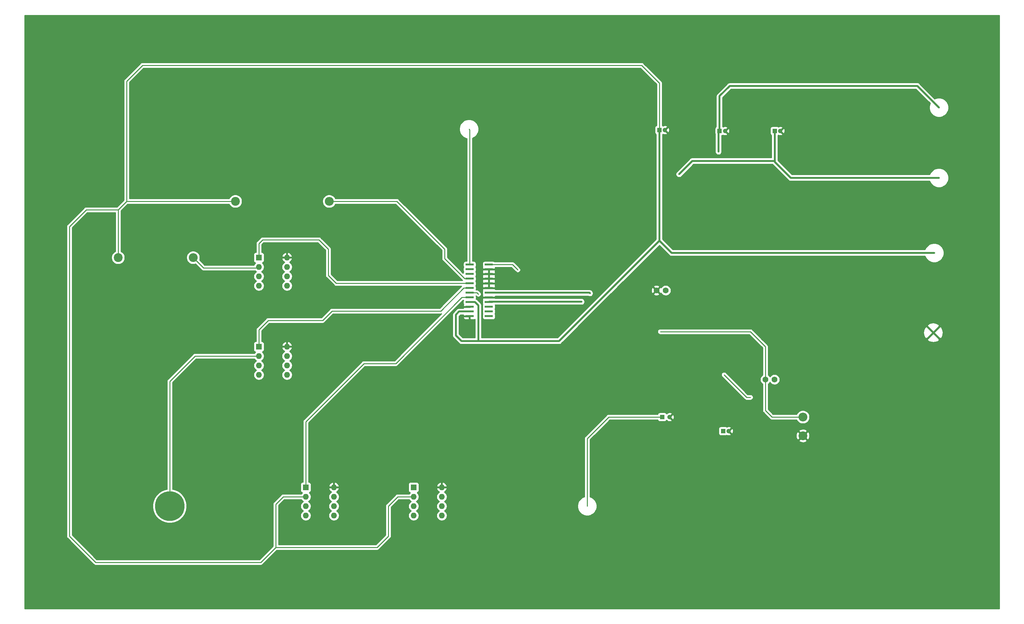
<source format=gtl>
%TF.GenerationSoftware,KiCad,Pcbnew,(5.1.8)-1*%
%TF.CreationDate,2020-12-17T20:59:30+05:45*%
%TF.ProjectId,pll_soc_testboard,706c6c5f-736f-4635-9f74-657374626f61,rev?*%
%TF.SameCoordinates,Original*%
%TF.FileFunction,Copper,L1,Top*%
%TF.FilePolarity,Positive*%
%FSLAX46Y46*%
G04 Gerber Fmt 4.6, Leading zero omitted, Abs format (unit mm)*
G04 Created by KiCad (PCBNEW (5.1.8)-1) date 2020-12-17 20:59:30*
%MOMM*%
%LPD*%
G01*
G04 APERTURE LIST*
%TA.AperFunction,ComponentPad*%
%ADD10O,1.600000X1.600000*%
%TD*%
%TA.AperFunction,ComponentPad*%
%ADD11R,1.600000X1.600000*%
%TD*%
%TA.AperFunction,ComponentPad*%
%ADD12R,1.200000X1.200000*%
%TD*%
%TA.AperFunction,ComponentPad*%
%ADD13C,1.200000*%
%TD*%
%TA.AperFunction,ComponentPad*%
%ADD14C,1.600000*%
%TD*%
%TA.AperFunction,ComponentPad*%
%ADD15C,8.000000*%
%TD*%
%TA.AperFunction,ComponentPad*%
%ADD16O,2.400000X2.400000*%
%TD*%
%TA.AperFunction,ComponentPad*%
%ADD17C,2.400000*%
%TD*%
%TA.AperFunction,SMDPad,CuDef*%
%ADD18R,2.200000X0.600000*%
%TD*%
%TA.AperFunction,ViaPad*%
%ADD19C,0.030000*%
%TD*%
%TA.AperFunction,Conductor*%
%ADD20C,0.254000*%
%TD*%
%TA.AperFunction,Conductor*%
%ADD21C,0.508000*%
%TD*%
%TA.AperFunction,Conductor*%
%ADD22C,0.100000*%
%TD*%
G04 APERTURE END LIST*
D10*
%TO.P,U2B1,8*%
%TO.N,GPIO_0*%
X129794000Y-144272000D03*
%TO.P,U2B1,4*%
%TO.N,N/C*%
X122174000Y-151892000D03*
%TO.P,U2B1,7*%
X129794000Y-146812000D03*
%TO.P,U2B1,3*%
X122174000Y-149352000D03*
%TO.P,U2B1,6*%
%TO.N,Net-(U2B1-Pad6)*%
X129794000Y-149352000D03*
%TO.P,U2B1,2*%
%TO.N,+1V8*%
X122174000Y-146812000D03*
%TO.P,U2B1,5*%
%TO.N,N/C*%
X129794000Y-151892000D03*
D11*
%TO.P,U2B1,1*%
%TO.N,EN_CP*%
X122174000Y-144272000D03*
%TD*%
%TO.P,U2,1*%
%TO.N,EN_VCO*%
X92964000Y-144272000D03*
D10*
%TO.P,U2,5*%
%TO.N,N/C*%
X100584000Y-151892000D03*
%TO.P,U2,2*%
%TO.N,+1V8*%
X92964000Y-146812000D03*
%TO.P,U2,6*%
%TO.N,Net-(U2-Pad6)*%
X100584000Y-149352000D03*
%TO.P,U2,3*%
%TO.N,N/C*%
X92964000Y-149352000D03*
%TO.P,U2,7*%
X100584000Y-146812000D03*
%TO.P,U2,4*%
X92964000Y-151892000D03*
%TO.P,U2,8*%
%TO.N,GPIO_0*%
X100584000Y-144272000D03*
%TD*%
D12*
%TO.P,C1,1*%
%TO.N,+1V8*%
X188722000Y-47498000D03*
D13*
%TO.P,C1,2*%
%TO.N,GPIO_0*%
X190222000Y-47498000D03*
%TD*%
%TO.P,C2,2*%
%TO.N,GPIO_0*%
X221464000Y-47752000D03*
D12*
%TO.P,C2,1*%
%TO.N,+3V3*%
X219964000Y-47752000D03*
%TD*%
D13*
%TO.P,C3,2*%
%TO.N,GPIO_0*%
X191484000Y-125222000D03*
D12*
%TO.P,C3,1*%
%TO.N,CLK'*%
X189484000Y-125222000D03*
%TD*%
%TO.P,C4,1*%
%TO.N,+5V*%
X205002000Y-47752000D03*
D13*
%TO.P,C4,2*%
%TO.N,GPIO_0*%
X206502000Y-47752000D03*
%TD*%
D14*
%TO.P,C5,2*%
%TO.N,Net-(C5-Pad2)*%
X190460000Y-90932000D03*
%TO.P,C5,1*%
%TO.N,GPIO_0*%
X187960000Y-90932000D03*
%TD*%
%TO.P,C6,1*%
%TO.N,CLK*%
X217424000Y-115062000D03*
%TO.P,C6,2*%
%TO.N,Net-(C6-Pad2)*%
X219924000Y-115062000D03*
%TD*%
D13*
%TO.P,C7,2*%
%TO.N,GPIO_0*%
X207494000Y-129032000D03*
D12*
%TO.P,C7,1*%
%TO.N,+5V*%
X205994000Y-129032000D03*
%TD*%
D15*
%TO.P,H1,1*%
%TO.N,VCO_control_voltage*%
X56134000Y-149352000D03*
%TD*%
D16*
%TO.P,R1,2*%
%TO.N,Net-(R1-Pad2)*%
X62484000Y-82042000D03*
D17*
%TO.P,R1,1*%
%TO.N,+1V8*%
X42164000Y-82042000D03*
%TD*%
D16*
%TO.P,R2,2*%
%TO.N,B_VCO*%
X99314000Y-66802000D03*
D17*
%TO.P,R2,1*%
%TO.N,+1V8*%
X73914000Y-66802000D03*
%TD*%
D16*
%TO.P,R3,2*%
%TO.N,CLK*%
X227584000Y-125222000D03*
D17*
%TO.P,R3,1*%
%TO.N,GPIO_0*%
X227584000Y-130302000D03*
%TD*%
D10*
%TO.P,U1,8*%
%TO.N,GPIO_0*%
X87884000Y-106172000D03*
%TO.P,U1,4*%
%TO.N,N/C*%
X80264000Y-113792000D03*
%TO.P,U1,7*%
X87884000Y-108712000D03*
%TO.P,U1,3*%
X80264000Y-111252000D03*
%TO.P,U1,6*%
%TO.N,Net-(U1-Pad6)*%
X87884000Y-111252000D03*
%TO.P,U1,2*%
%TO.N,VCO_control_voltage*%
X80264000Y-108712000D03*
%TO.P,U1,5*%
%TO.N,N/C*%
X87884000Y-113792000D03*
D11*
%TO.P,U1,1*%
%TO.N,VCO_IN*%
X80264000Y-106172000D03*
%TD*%
D18*
%TO.P,U3,12*%
%TO.N,GPIO_0*%
X137354000Y-97917000D03*
%TO.P,U3,13*%
%TO.N,Net-(U3-Pad13)*%
X142554000Y-97917000D03*
%TO.P,U3,11*%
%TO.N,+1V8*%
X137354000Y-96647000D03*
%TO.P,U3,14*%
%TO.N,Net-(U3-Pad14)*%
X142554000Y-96647000D03*
%TO.P,U3,10*%
%TO.N,GPIO_0*%
X137354000Y-95377000D03*
%TO.P,U3,15*%
%TO.N,Net-(U3-Pad15)*%
X142554000Y-95377000D03*
%TO.P,U3,9*%
%TO.N,+1V8*%
X137354000Y-94107000D03*
%TO.P,U3,16*%
%TO.N,+3V3*%
X142554000Y-94107000D03*
%TO.P,U3,8*%
%TO.N,EN_VCO*%
X137354000Y-92837000D03*
%TO.P,U3,17*%
%TO.N,GPIO_0*%
X142554000Y-92837000D03*
%TO.P,U3,7*%
%TO.N,EN_CP*%
X137354000Y-91567000D03*
%TO.P,U3,18*%
%TO.N,+3V3*%
X142554000Y-91567000D03*
%TO.P,U3,6*%
%TO.N,VCO_IN*%
X137354000Y-90297000D03*
%TO.P,U3,19*%
%TO.N,GPIO_0*%
X142554000Y-90297000D03*
%TO.P,U3,5*%
%TO.N,B_CP*%
X137354000Y-89027000D03*
%TO.P,U3,20*%
%TO.N,GPIO_0*%
X142554000Y-89027000D03*
%TO.P,U3,4*%
%TO.N,B_VCO*%
X137354000Y-87757000D03*
%TO.P,U3,21*%
%TO.N,GPIO_0*%
X142554000Y-87757000D03*
%TO.P,U3,3*%
%TO.N,Net-(U3-Pad3)*%
X137354000Y-86487000D03*
%TO.P,U3,22*%
%TO.N,GPIO_0*%
X142554000Y-86487000D03*
%TO.P,U3,2*%
%TO.N,Net-(U3-Pad2)*%
X137354000Y-85217000D03*
%TO.P,U3,23*%
%TO.N,GPIO_0*%
X142554000Y-85217000D03*
%TO.P,U3,1*%
%TO.N,REF_CLK*%
X137354000Y-83947000D03*
%TO.P,U3,24*%
%TO.N,CLK*%
X142554000Y-83947000D03*
%TD*%
D11*
%TO.P,U1B1,1*%
%TO.N,B_CP*%
X80264000Y-82042000D03*
D10*
%TO.P,U1B1,5*%
%TO.N,N/C*%
X87884000Y-89662000D03*
%TO.P,U1B1,2*%
%TO.N,Net-(R1-Pad2)*%
X80264000Y-84582000D03*
%TO.P,U1B1,6*%
%TO.N,Net-(U1B1-Pad6)*%
X87884000Y-87122000D03*
%TO.P,U1B1,3*%
%TO.N,N/C*%
X80264000Y-87122000D03*
%TO.P,U1B1,7*%
X87884000Y-84582000D03*
%TO.P,U1B1,4*%
X80264000Y-89662000D03*
%TO.P,U1B1,8*%
%TO.N,GPIO_0*%
X87884000Y-82042000D03*
%TD*%
D19*
%TO.N,GPIO_0*%
X136652000Y-101600000D03*
%TO.N,+3V3*%
X194056000Y-59436000D03*
X167640000Y-93980000D03*
X169926000Y-91694000D03*
%TO.N,+5V*%
X204724000Y-53340000D03*
%TO.N,Net-(C6-Pad2)*%
X213360000Y-119888000D03*
X206248000Y-113792000D03*
%TO.N,CLK*%
X150368000Y-85344000D03*
X188976000Y-102108000D03*
%TO.N,EN_CP*%
X139700000Y-91948000D03*
X139700000Y-91948000D03*
%TD*%
D20*
%TO.N,GPIO_0*%
X137354000Y-100898000D02*
X136652000Y-101600000D01*
X137354000Y-97917000D02*
X137354000Y-100898000D01*
D21*
%TO.N,+1V8*%
X263144000Y-80772000D02*
X192024000Y-80772000D01*
X188722000Y-77470000D02*
X188722000Y-47498000D01*
X192024000Y-80772000D02*
X188722000Y-77470000D01*
D20*
X188722000Y-47498000D02*
X188722000Y-34798000D01*
X188722000Y-34798000D02*
X183896000Y-29972000D01*
X183896000Y-29972000D02*
X48768000Y-29972000D01*
X44450000Y-34290000D02*
X44450000Y-66802000D01*
X48768000Y-29972000D02*
X44450000Y-34290000D01*
X73914000Y-66802000D02*
X44450000Y-66802000D01*
X42164000Y-69088000D02*
X42164000Y-82042000D01*
X44450000Y-66802000D02*
X42164000Y-69088000D01*
D21*
X188722000Y-77470000D02*
X161544000Y-104648000D01*
X136652000Y-104648000D02*
X135128000Y-104648000D01*
X135128000Y-104648000D02*
X133604000Y-103124000D01*
X137354000Y-96647000D02*
X134493000Y-96647000D01*
X133604000Y-97536000D02*
X133604000Y-99568000D01*
X134493000Y-96647000D02*
X133604000Y-97536000D01*
X133604000Y-99568000D02*
X133604000Y-99060000D01*
X133604000Y-103124000D02*
X133604000Y-99568000D01*
X139700000Y-104648000D02*
X139700000Y-94996000D01*
X161544000Y-104648000D02*
X139700000Y-104648000D01*
X139700000Y-104648000D02*
X136652000Y-104648000D01*
X138811000Y-94107000D02*
X137354000Y-94107000D01*
X139700000Y-94996000D02*
X138811000Y-94107000D01*
D20*
X42164000Y-69088000D02*
X33528000Y-69088000D01*
X33528000Y-69088000D02*
X28956000Y-73660000D01*
X28956000Y-73660000D02*
X28956000Y-157480000D01*
X28956000Y-157480000D02*
X36068000Y-164592000D01*
X36068000Y-164592000D02*
X80772000Y-164592000D01*
X80772000Y-164592000D02*
X84836000Y-160528000D01*
X84836000Y-160528000D02*
X84836000Y-148844000D01*
X86868000Y-146812000D02*
X92964000Y-146812000D01*
X84836000Y-148844000D02*
X86868000Y-146812000D01*
X84836000Y-160528000D02*
X112268000Y-160528000D01*
X112268000Y-160528000D02*
X115316000Y-157480000D01*
X115316000Y-157480000D02*
X115316000Y-149352000D01*
X117856000Y-146812000D02*
X122174000Y-146812000D01*
X115316000Y-149352000D02*
X117856000Y-146812000D01*
D21*
%TO.N,+3V3*%
X264414000Y-60452000D02*
X224282000Y-60452000D01*
X224282000Y-60452000D02*
X219964000Y-56134000D01*
X219964000Y-55880000D02*
X197612000Y-55880000D01*
X219964000Y-56134000D02*
X219964000Y-55880000D01*
X219964000Y-55880000D02*
X219964000Y-47752000D01*
X197612000Y-55880000D02*
X194056000Y-59436000D01*
X142681000Y-93980000D02*
X142554000Y-94107000D01*
X167640000Y-93980000D02*
X142681000Y-93980000D01*
X169799000Y-91567000D02*
X169926000Y-91694000D01*
X142554000Y-91567000D02*
X169799000Y-91567000D01*
D20*
%TO.N,CLK'*%
X189484000Y-125222000D02*
X175006000Y-125222000D01*
X169164000Y-131064000D02*
X169164000Y-149352000D01*
X175006000Y-125222000D02*
X169164000Y-131064000D01*
D21*
%TO.N,+5V*%
X258572000Y-35560000D02*
X264414000Y-41402000D01*
X258572000Y-35560000D02*
X207772000Y-35560000D01*
X205002000Y-38330000D02*
X205002000Y-47752000D01*
X207772000Y-35560000D02*
X205002000Y-38330000D01*
X204724000Y-48030000D02*
X205002000Y-47752000D01*
X204724000Y-53340000D02*
X204724000Y-48030000D01*
D20*
%TO.N,Net-(C6-Pad2)*%
X212344000Y-119888000D02*
X206248000Y-113792000D01*
X213360000Y-119888000D02*
X212344000Y-119888000D01*
%TO.N,CLK*%
X148971000Y-83947000D02*
X150368000Y-85344000D01*
X142554000Y-83947000D02*
X148971000Y-83947000D01*
X188976000Y-102108000D02*
X213360000Y-102108000D01*
X213360000Y-102108000D02*
X217424000Y-106172000D01*
X217424000Y-106172000D02*
X217424000Y-115062000D01*
X217424000Y-115062000D02*
X217424000Y-123444000D01*
X219202000Y-125222000D02*
X227584000Y-125222000D01*
X217424000Y-123444000D02*
X219202000Y-125222000D01*
%TO.N,VCO_control_voltage*%
X80264000Y-108712000D02*
X62992000Y-108712000D01*
X56134000Y-115570000D02*
X56134000Y-149352000D01*
X62992000Y-108712000D02*
X56134000Y-115570000D01*
%TO.N,REF_CLK*%
X137354000Y-47438000D02*
X137160000Y-47244000D01*
X137354000Y-83947000D02*
X137354000Y-47438000D01*
%TO.N,Net-(R1-Pad2)*%
X62484000Y-82042000D02*
X65278000Y-84836000D01*
X80010000Y-84836000D02*
X80264000Y-84582000D01*
X65278000Y-84836000D02*
X80010000Y-84836000D01*
%TO.N,B_VCO*%
X136000000Y-87757000D02*
X137354000Y-87757000D01*
X130556000Y-79756000D02*
X130556000Y-82313000D01*
X130556000Y-82313000D02*
X136000000Y-87757000D01*
X117602000Y-66802000D02*
X130556000Y-79756000D01*
X99314000Y-66802000D02*
X117602000Y-66802000D01*
%TO.N,VCO_IN*%
X137354000Y-90297000D02*
X135763000Y-90297000D01*
X135763000Y-90297000D02*
X129540000Y-96520000D01*
X129540000Y-96520000D02*
X100076000Y-96520000D01*
X100076000Y-96520000D02*
X97536000Y-99060000D01*
X97536000Y-99060000D02*
X82804000Y-99060000D01*
X80264000Y-101600000D02*
X80264000Y-106172000D01*
X82804000Y-99060000D02*
X80264000Y-101600000D01*
%TO.N,EN_VCO*%
X137354000Y-92837000D02*
X135255000Y-92837000D01*
X135255000Y-92837000D02*
X117348000Y-110744000D01*
X117348000Y-110744000D02*
X108712000Y-110744000D01*
X92964000Y-126492000D02*
X92964000Y-144272000D01*
X108712000Y-110744000D02*
X92964000Y-126492000D01*
%TO.N,B_CP*%
X80264000Y-82042000D02*
X80264000Y-78232000D01*
X80264000Y-78232000D02*
X81280000Y-77216000D01*
X81280000Y-77216000D02*
X96520000Y-77216000D01*
X96520000Y-77216000D02*
X99060000Y-79756000D01*
X99060000Y-79756000D02*
X99060000Y-86868000D01*
X101219000Y-89027000D02*
X137354000Y-89027000D01*
X99060000Y-86868000D02*
X101219000Y-89027000D01*
%TO.N,EN_CP*%
X139319000Y-91567000D02*
X139700000Y-91948000D01*
X137354000Y-91567000D02*
X139319000Y-91567000D01*
X139700000Y-91948000D02*
X139700000Y-91948000D01*
%TD*%
%TO.N,GPIO_0*%
X280772000Y-177140000D02*
X16916000Y-177140000D01*
X16916000Y-73660000D01*
X28190314Y-73660000D01*
X28194000Y-73697423D01*
X28194001Y-157442567D01*
X28190314Y-157480000D01*
X28205027Y-157629378D01*
X28248599Y-157773015D01*
X28319355Y-157905392D01*
X28390721Y-157992351D01*
X28414579Y-158021422D01*
X28443649Y-158045279D01*
X35502721Y-165104352D01*
X35526578Y-165133422D01*
X35555648Y-165157279D01*
X35642607Y-165228645D01*
X35713364Y-165266465D01*
X35774985Y-165299402D01*
X35918622Y-165342974D01*
X36030574Y-165354000D01*
X36030577Y-165354000D01*
X36068000Y-165357686D01*
X36105423Y-165354000D01*
X80734577Y-165354000D01*
X80772000Y-165357686D01*
X80809423Y-165354000D01*
X80809426Y-165354000D01*
X80921378Y-165342974D01*
X81065015Y-165299402D01*
X81197392Y-165228645D01*
X81313422Y-165133422D01*
X81337284Y-165104346D01*
X85151631Y-161290000D01*
X112230577Y-161290000D01*
X112268000Y-161293686D01*
X112305423Y-161290000D01*
X112305426Y-161290000D01*
X112417378Y-161278974D01*
X112561015Y-161235402D01*
X112693392Y-161164645D01*
X112809422Y-161069422D01*
X112833284Y-161040346D01*
X115828353Y-158045278D01*
X115857422Y-158021422D01*
X115884772Y-157988096D01*
X115952645Y-157905393D01*
X116023401Y-157773016D01*
X116023402Y-157773015D01*
X116066974Y-157629378D01*
X116078000Y-157517426D01*
X116078000Y-157517423D01*
X116081686Y-157480000D01*
X116078000Y-157442577D01*
X116078000Y-149667630D01*
X118171631Y-147574000D01*
X120957293Y-147574000D01*
X121059363Y-147726759D01*
X121259241Y-147926637D01*
X121491759Y-148082000D01*
X121259241Y-148237363D01*
X121059363Y-148437241D01*
X120902320Y-148672273D01*
X120794147Y-148933426D01*
X120739000Y-149210665D01*
X120739000Y-149493335D01*
X120794147Y-149770574D01*
X120902320Y-150031727D01*
X121059363Y-150266759D01*
X121259241Y-150466637D01*
X121491759Y-150622000D01*
X121259241Y-150777363D01*
X121059363Y-150977241D01*
X120902320Y-151212273D01*
X120794147Y-151473426D01*
X120739000Y-151750665D01*
X120739000Y-152033335D01*
X120794147Y-152310574D01*
X120902320Y-152571727D01*
X121059363Y-152806759D01*
X121259241Y-153006637D01*
X121494273Y-153163680D01*
X121755426Y-153271853D01*
X122032665Y-153327000D01*
X122315335Y-153327000D01*
X122592574Y-153271853D01*
X122853727Y-153163680D01*
X123088759Y-153006637D01*
X123288637Y-152806759D01*
X123445680Y-152571727D01*
X123553853Y-152310574D01*
X123609000Y-152033335D01*
X123609000Y-151750665D01*
X123553853Y-151473426D01*
X123445680Y-151212273D01*
X123288637Y-150977241D01*
X123088759Y-150777363D01*
X122856241Y-150622000D01*
X123088759Y-150466637D01*
X123288637Y-150266759D01*
X123445680Y-150031727D01*
X123553853Y-149770574D01*
X123609000Y-149493335D01*
X123609000Y-149210665D01*
X123553853Y-148933426D01*
X123445680Y-148672273D01*
X123288637Y-148437241D01*
X123088759Y-148237363D01*
X122856241Y-148082000D01*
X123088759Y-147926637D01*
X123288637Y-147726759D01*
X123445680Y-147491727D01*
X123553853Y-147230574D01*
X123609000Y-146953335D01*
X123609000Y-146670665D01*
X128359000Y-146670665D01*
X128359000Y-146953335D01*
X128414147Y-147230574D01*
X128522320Y-147491727D01*
X128679363Y-147726759D01*
X128879241Y-147926637D01*
X129111759Y-148082000D01*
X128879241Y-148237363D01*
X128679363Y-148437241D01*
X128522320Y-148672273D01*
X128414147Y-148933426D01*
X128359000Y-149210665D01*
X128359000Y-149493335D01*
X128414147Y-149770574D01*
X128522320Y-150031727D01*
X128679363Y-150266759D01*
X128879241Y-150466637D01*
X129111759Y-150622000D01*
X128879241Y-150777363D01*
X128679363Y-150977241D01*
X128522320Y-151212273D01*
X128414147Y-151473426D01*
X128359000Y-151750665D01*
X128359000Y-152033335D01*
X128414147Y-152310574D01*
X128522320Y-152571727D01*
X128679363Y-152806759D01*
X128879241Y-153006637D01*
X129114273Y-153163680D01*
X129375426Y-153271853D01*
X129652665Y-153327000D01*
X129935335Y-153327000D01*
X130212574Y-153271853D01*
X130473727Y-153163680D01*
X130708759Y-153006637D01*
X130908637Y-152806759D01*
X131065680Y-152571727D01*
X131173853Y-152310574D01*
X131229000Y-152033335D01*
X131229000Y-151750665D01*
X131173853Y-151473426D01*
X131065680Y-151212273D01*
X130908637Y-150977241D01*
X130708759Y-150777363D01*
X130476241Y-150622000D01*
X130708759Y-150466637D01*
X130908637Y-150266759D01*
X131065680Y-150031727D01*
X131173853Y-149770574D01*
X131229000Y-149493335D01*
X131229000Y-149210665D01*
X131205491Y-149092475D01*
X166529000Y-149092475D01*
X166529000Y-149611525D01*
X166630261Y-150120601D01*
X166828893Y-150600141D01*
X167117262Y-151031715D01*
X167484285Y-151398738D01*
X167915859Y-151687107D01*
X168395399Y-151885739D01*
X168904475Y-151987000D01*
X169423525Y-151987000D01*
X169932601Y-151885739D01*
X170412141Y-151687107D01*
X170843715Y-151398738D01*
X171210738Y-151031715D01*
X171499107Y-150600141D01*
X171697739Y-150120601D01*
X171799000Y-149611525D01*
X171799000Y-149092475D01*
X171697739Y-148583399D01*
X171499107Y-148103859D01*
X171210738Y-147672285D01*
X170843715Y-147305262D01*
X170412141Y-147016893D01*
X169932601Y-146818261D01*
X169926000Y-146816948D01*
X169926000Y-131579980D01*
X226485626Y-131579980D01*
X226605514Y-131864836D01*
X226929210Y-132025699D01*
X227278069Y-132120322D01*
X227638684Y-132145067D01*
X227997198Y-132098985D01*
X228339833Y-131983846D01*
X228562486Y-131864836D01*
X228682374Y-131579980D01*
X227584000Y-130481605D01*
X226485626Y-131579980D01*
X169926000Y-131579980D01*
X169926000Y-131379630D01*
X170948946Y-130356684D01*
X225740933Y-130356684D01*
X225787015Y-130715198D01*
X225902154Y-131057833D01*
X226021164Y-131280486D01*
X226306020Y-131400374D01*
X227404395Y-130302000D01*
X227763605Y-130302000D01*
X228861980Y-131400374D01*
X229146836Y-131280486D01*
X229307699Y-130956790D01*
X229402322Y-130607931D01*
X229427067Y-130247316D01*
X229380985Y-129888802D01*
X229265846Y-129546167D01*
X229146836Y-129323514D01*
X228861980Y-129203626D01*
X227763605Y-130302000D01*
X227404395Y-130302000D01*
X226306020Y-129203626D01*
X226021164Y-129323514D01*
X225860301Y-129647210D01*
X225765678Y-129996069D01*
X225740933Y-130356684D01*
X170948946Y-130356684D01*
X172873630Y-128432000D01*
X204755928Y-128432000D01*
X204755928Y-129632000D01*
X204768188Y-129756482D01*
X204804498Y-129876180D01*
X204863463Y-129986494D01*
X204942815Y-130083185D01*
X205039506Y-130162537D01*
X205149820Y-130221502D01*
X205269518Y-130257812D01*
X205394000Y-130270072D01*
X206594000Y-130270072D01*
X206718482Y-130257812D01*
X206838180Y-130221502D01*
X206948494Y-130162537D01*
X206965681Y-130148432D01*
X207092516Y-130206237D01*
X207329313Y-130262000D01*
X207572438Y-130270495D01*
X207812549Y-130231395D01*
X208040418Y-130146202D01*
X208116852Y-130105348D01*
X208164159Y-129881764D01*
X207494000Y-129211605D01*
X207479858Y-129225748D01*
X207300253Y-129046143D01*
X207314395Y-129032000D01*
X207673605Y-129032000D01*
X208343764Y-129702159D01*
X208567348Y-129654852D01*
X208668237Y-129433484D01*
X208724000Y-129196687D01*
X208730033Y-129024020D01*
X226485626Y-129024020D01*
X227584000Y-130122395D01*
X228682374Y-129024020D01*
X228562486Y-128739164D01*
X228238790Y-128578301D01*
X227889931Y-128483678D01*
X227529316Y-128458933D01*
X227170802Y-128505015D01*
X226828167Y-128620154D01*
X226605514Y-128739164D01*
X226485626Y-129024020D01*
X208730033Y-129024020D01*
X208732495Y-128953562D01*
X208693395Y-128713451D01*
X208608202Y-128485582D01*
X208567348Y-128409148D01*
X208343764Y-128361841D01*
X207673605Y-129032000D01*
X207314395Y-129032000D01*
X207300253Y-129017858D01*
X207479858Y-128838253D01*
X207494000Y-128852395D01*
X208164159Y-128182236D01*
X208116852Y-127958652D01*
X207895484Y-127857763D01*
X207658687Y-127802000D01*
X207415562Y-127793505D01*
X207175451Y-127832605D01*
X206961883Y-127912451D01*
X206948494Y-127901463D01*
X206838180Y-127842498D01*
X206718482Y-127806188D01*
X206594000Y-127793928D01*
X205394000Y-127793928D01*
X205269518Y-127806188D01*
X205149820Y-127842498D01*
X205039506Y-127901463D01*
X204942815Y-127980815D01*
X204863463Y-128077506D01*
X204804498Y-128187820D01*
X204768188Y-128307518D01*
X204755928Y-128432000D01*
X172873630Y-128432000D01*
X175321630Y-125984000D01*
X188269569Y-125984000D01*
X188294498Y-126066180D01*
X188353463Y-126176494D01*
X188432815Y-126273185D01*
X188529506Y-126352537D01*
X188639820Y-126411502D01*
X188759518Y-126447812D01*
X188884000Y-126460072D01*
X190084000Y-126460072D01*
X190208482Y-126447812D01*
X190328180Y-126411502D01*
X190438494Y-126352537D01*
X190535185Y-126273185D01*
X190614537Y-126176494D01*
X190638858Y-126130994D01*
X190696736Y-126188872D01*
X190813842Y-126071766D01*
X190861148Y-126295348D01*
X191082516Y-126396237D01*
X191319313Y-126452000D01*
X191562438Y-126460495D01*
X191802549Y-126421395D01*
X192030418Y-126336202D01*
X192106852Y-126295348D01*
X192154159Y-126071764D01*
X191484000Y-125401605D01*
X191469858Y-125415748D01*
X191290253Y-125236143D01*
X191304395Y-125222000D01*
X191663605Y-125222000D01*
X192333764Y-125892159D01*
X192557348Y-125844852D01*
X192658237Y-125623484D01*
X192714000Y-125386687D01*
X192722495Y-125143562D01*
X192683395Y-124903451D01*
X192598202Y-124675582D01*
X192557348Y-124599148D01*
X192333764Y-124551841D01*
X191663605Y-125222000D01*
X191304395Y-125222000D01*
X191290253Y-125207858D01*
X191469858Y-125028253D01*
X191484000Y-125042395D01*
X192154159Y-124372236D01*
X192106852Y-124148652D01*
X191885484Y-124047763D01*
X191648687Y-123992000D01*
X191405562Y-123983505D01*
X191165451Y-124022605D01*
X190937582Y-124107798D01*
X190861148Y-124148652D01*
X190813842Y-124372234D01*
X190696736Y-124255128D01*
X190638858Y-124313006D01*
X190614537Y-124267506D01*
X190535185Y-124170815D01*
X190438494Y-124091463D01*
X190328180Y-124032498D01*
X190208482Y-123996188D01*
X190084000Y-123983928D01*
X188884000Y-123983928D01*
X188759518Y-123996188D01*
X188639820Y-124032498D01*
X188529506Y-124091463D01*
X188432815Y-124170815D01*
X188353463Y-124267506D01*
X188294498Y-124377820D01*
X188269569Y-124460000D01*
X175043423Y-124460000D01*
X175006000Y-124456314D01*
X174968577Y-124460000D01*
X174968574Y-124460000D01*
X174856622Y-124471026D01*
X174712985Y-124514598D01*
X174651364Y-124547535D01*
X174580607Y-124585355D01*
X174563801Y-124599148D01*
X174464578Y-124680578D01*
X174440716Y-124709654D01*
X168651654Y-130498716D01*
X168622578Y-130522578D01*
X168566983Y-130590322D01*
X168527355Y-130638608D01*
X168489535Y-130709365D01*
X168456598Y-130770986D01*
X168413026Y-130914623D01*
X168402000Y-131026574D01*
X168398314Y-131064000D01*
X168402000Y-131101423D01*
X168402001Y-146816948D01*
X168395399Y-146818261D01*
X167915859Y-147016893D01*
X167484285Y-147305262D01*
X167117262Y-147672285D01*
X166828893Y-148103859D01*
X166630261Y-148583399D01*
X166529000Y-149092475D01*
X131205491Y-149092475D01*
X131173853Y-148933426D01*
X131065680Y-148672273D01*
X130908637Y-148437241D01*
X130708759Y-148237363D01*
X130476241Y-148082000D01*
X130708759Y-147926637D01*
X130908637Y-147726759D01*
X131065680Y-147491727D01*
X131173853Y-147230574D01*
X131229000Y-146953335D01*
X131229000Y-146670665D01*
X131173853Y-146393426D01*
X131065680Y-146132273D01*
X130908637Y-145897241D01*
X130708759Y-145697363D01*
X130473727Y-145540320D01*
X130463135Y-145535933D01*
X130649131Y-145424385D01*
X130857519Y-145235414D01*
X131025037Y-145009420D01*
X131145246Y-144755087D01*
X131185904Y-144621039D01*
X131063915Y-144399000D01*
X129921000Y-144399000D01*
X129921000Y-144419000D01*
X129667000Y-144419000D01*
X129667000Y-144399000D01*
X128524085Y-144399000D01*
X128402096Y-144621039D01*
X128442754Y-144755087D01*
X128562963Y-145009420D01*
X128730481Y-145235414D01*
X128938869Y-145424385D01*
X129124865Y-145535933D01*
X129114273Y-145540320D01*
X128879241Y-145697363D01*
X128679363Y-145897241D01*
X128522320Y-146132273D01*
X128414147Y-146393426D01*
X128359000Y-146670665D01*
X123609000Y-146670665D01*
X123553853Y-146393426D01*
X123445680Y-146132273D01*
X123288637Y-145897241D01*
X123090039Y-145698643D01*
X123098482Y-145697812D01*
X123218180Y-145661502D01*
X123328494Y-145602537D01*
X123425185Y-145523185D01*
X123504537Y-145426494D01*
X123563502Y-145316180D01*
X123599812Y-145196482D01*
X123612072Y-145072000D01*
X123612072Y-143922961D01*
X128402096Y-143922961D01*
X128524085Y-144145000D01*
X129667000Y-144145000D01*
X129667000Y-143001376D01*
X129921000Y-143001376D01*
X129921000Y-144145000D01*
X131063915Y-144145000D01*
X131185904Y-143922961D01*
X131145246Y-143788913D01*
X131025037Y-143534580D01*
X130857519Y-143308586D01*
X130649131Y-143119615D01*
X130407881Y-142974930D01*
X130143040Y-142880091D01*
X129921000Y-143001376D01*
X129667000Y-143001376D01*
X129444960Y-142880091D01*
X129180119Y-142974930D01*
X128938869Y-143119615D01*
X128730481Y-143308586D01*
X128562963Y-143534580D01*
X128442754Y-143788913D01*
X128402096Y-143922961D01*
X123612072Y-143922961D01*
X123612072Y-143472000D01*
X123599812Y-143347518D01*
X123563502Y-143227820D01*
X123504537Y-143117506D01*
X123425185Y-143020815D01*
X123328494Y-142941463D01*
X123218180Y-142882498D01*
X123098482Y-142846188D01*
X122974000Y-142833928D01*
X121374000Y-142833928D01*
X121249518Y-142846188D01*
X121129820Y-142882498D01*
X121019506Y-142941463D01*
X120922815Y-143020815D01*
X120843463Y-143117506D01*
X120784498Y-143227820D01*
X120748188Y-143347518D01*
X120735928Y-143472000D01*
X120735928Y-145072000D01*
X120748188Y-145196482D01*
X120784498Y-145316180D01*
X120843463Y-145426494D01*
X120922815Y-145523185D01*
X121019506Y-145602537D01*
X121129820Y-145661502D01*
X121249518Y-145697812D01*
X121257961Y-145698643D01*
X121059363Y-145897241D01*
X120957293Y-146050000D01*
X117893422Y-146050000D01*
X117855999Y-146046314D01*
X117818576Y-146050000D01*
X117818574Y-146050000D01*
X117706622Y-146061026D01*
X117562985Y-146104598D01*
X117430608Y-146175355D01*
X117314578Y-146270578D01*
X117290721Y-146299648D01*
X114803649Y-148786721D01*
X114774579Y-148810578D01*
X114750722Y-148839648D01*
X114750721Y-148839649D01*
X114679355Y-148926608D01*
X114608599Y-149058985D01*
X114565027Y-149202622D01*
X114550314Y-149352000D01*
X114554001Y-149389433D01*
X114554000Y-157164369D01*
X111952370Y-159766000D01*
X85598000Y-159766000D01*
X85598000Y-149159630D01*
X87183631Y-147574000D01*
X91747293Y-147574000D01*
X91849363Y-147726759D01*
X92049241Y-147926637D01*
X92281759Y-148082000D01*
X92049241Y-148237363D01*
X91849363Y-148437241D01*
X91692320Y-148672273D01*
X91584147Y-148933426D01*
X91529000Y-149210665D01*
X91529000Y-149493335D01*
X91584147Y-149770574D01*
X91692320Y-150031727D01*
X91849363Y-150266759D01*
X92049241Y-150466637D01*
X92281759Y-150622000D01*
X92049241Y-150777363D01*
X91849363Y-150977241D01*
X91692320Y-151212273D01*
X91584147Y-151473426D01*
X91529000Y-151750665D01*
X91529000Y-152033335D01*
X91584147Y-152310574D01*
X91692320Y-152571727D01*
X91849363Y-152806759D01*
X92049241Y-153006637D01*
X92284273Y-153163680D01*
X92545426Y-153271853D01*
X92822665Y-153327000D01*
X93105335Y-153327000D01*
X93382574Y-153271853D01*
X93643727Y-153163680D01*
X93878759Y-153006637D01*
X94078637Y-152806759D01*
X94235680Y-152571727D01*
X94343853Y-152310574D01*
X94399000Y-152033335D01*
X94399000Y-151750665D01*
X94343853Y-151473426D01*
X94235680Y-151212273D01*
X94078637Y-150977241D01*
X93878759Y-150777363D01*
X93646241Y-150622000D01*
X93878759Y-150466637D01*
X94078637Y-150266759D01*
X94235680Y-150031727D01*
X94343853Y-149770574D01*
X94399000Y-149493335D01*
X94399000Y-149210665D01*
X94343853Y-148933426D01*
X94235680Y-148672273D01*
X94078637Y-148437241D01*
X93878759Y-148237363D01*
X93646241Y-148082000D01*
X93878759Y-147926637D01*
X94078637Y-147726759D01*
X94235680Y-147491727D01*
X94343853Y-147230574D01*
X94399000Y-146953335D01*
X94399000Y-146670665D01*
X99149000Y-146670665D01*
X99149000Y-146953335D01*
X99204147Y-147230574D01*
X99312320Y-147491727D01*
X99469363Y-147726759D01*
X99669241Y-147926637D01*
X99901759Y-148082000D01*
X99669241Y-148237363D01*
X99469363Y-148437241D01*
X99312320Y-148672273D01*
X99204147Y-148933426D01*
X99149000Y-149210665D01*
X99149000Y-149493335D01*
X99204147Y-149770574D01*
X99312320Y-150031727D01*
X99469363Y-150266759D01*
X99669241Y-150466637D01*
X99901759Y-150622000D01*
X99669241Y-150777363D01*
X99469363Y-150977241D01*
X99312320Y-151212273D01*
X99204147Y-151473426D01*
X99149000Y-151750665D01*
X99149000Y-152033335D01*
X99204147Y-152310574D01*
X99312320Y-152571727D01*
X99469363Y-152806759D01*
X99669241Y-153006637D01*
X99904273Y-153163680D01*
X100165426Y-153271853D01*
X100442665Y-153327000D01*
X100725335Y-153327000D01*
X101002574Y-153271853D01*
X101263727Y-153163680D01*
X101498759Y-153006637D01*
X101698637Y-152806759D01*
X101855680Y-152571727D01*
X101963853Y-152310574D01*
X102019000Y-152033335D01*
X102019000Y-151750665D01*
X101963853Y-151473426D01*
X101855680Y-151212273D01*
X101698637Y-150977241D01*
X101498759Y-150777363D01*
X101266241Y-150622000D01*
X101498759Y-150466637D01*
X101698637Y-150266759D01*
X101855680Y-150031727D01*
X101963853Y-149770574D01*
X102019000Y-149493335D01*
X102019000Y-149210665D01*
X101963853Y-148933426D01*
X101855680Y-148672273D01*
X101698637Y-148437241D01*
X101498759Y-148237363D01*
X101266241Y-148082000D01*
X101498759Y-147926637D01*
X101698637Y-147726759D01*
X101855680Y-147491727D01*
X101963853Y-147230574D01*
X102019000Y-146953335D01*
X102019000Y-146670665D01*
X101963853Y-146393426D01*
X101855680Y-146132273D01*
X101698637Y-145897241D01*
X101498759Y-145697363D01*
X101263727Y-145540320D01*
X101253135Y-145535933D01*
X101439131Y-145424385D01*
X101647519Y-145235414D01*
X101815037Y-145009420D01*
X101935246Y-144755087D01*
X101975904Y-144621039D01*
X101853915Y-144399000D01*
X100711000Y-144399000D01*
X100711000Y-144419000D01*
X100457000Y-144419000D01*
X100457000Y-144399000D01*
X99314085Y-144399000D01*
X99192096Y-144621039D01*
X99232754Y-144755087D01*
X99352963Y-145009420D01*
X99520481Y-145235414D01*
X99728869Y-145424385D01*
X99914865Y-145535933D01*
X99904273Y-145540320D01*
X99669241Y-145697363D01*
X99469363Y-145897241D01*
X99312320Y-146132273D01*
X99204147Y-146393426D01*
X99149000Y-146670665D01*
X94399000Y-146670665D01*
X94343853Y-146393426D01*
X94235680Y-146132273D01*
X94078637Y-145897241D01*
X93880039Y-145698643D01*
X93888482Y-145697812D01*
X94008180Y-145661502D01*
X94118494Y-145602537D01*
X94215185Y-145523185D01*
X94294537Y-145426494D01*
X94353502Y-145316180D01*
X94389812Y-145196482D01*
X94402072Y-145072000D01*
X94402072Y-143922961D01*
X99192096Y-143922961D01*
X99314085Y-144145000D01*
X100457000Y-144145000D01*
X100457000Y-143001376D01*
X100711000Y-143001376D01*
X100711000Y-144145000D01*
X101853915Y-144145000D01*
X101975904Y-143922961D01*
X101935246Y-143788913D01*
X101815037Y-143534580D01*
X101647519Y-143308586D01*
X101439131Y-143119615D01*
X101197881Y-142974930D01*
X100933040Y-142880091D01*
X100711000Y-143001376D01*
X100457000Y-143001376D01*
X100234960Y-142880091D01*
X99970119Y-142974930D01*
X99728869Y-143119615D01*
X99520481Y-143308586D01*
X99352963Y-143534580D01*
X99232754Y-143788913D01*
X99192096Y-143922961D01*
X94402072Y-143922961D01*
X94402072Y-143472000D01*
X94389812Y-143347518D01*
X94353502Y-143227820D01*
X94294537Y-143117506D01*
X94215185Y-143020815D01*
X94118494Y-142941463D01*
X94008180Y-142882498D01*
X93888482Y-142846188D01*
X93764000Y-142833928D01*
X93726000Y-142833928D01*
X93726000Y-126807630D01*
X106741630Y-113792000D01*
X205482314Y-113792000D01*
X205497027Y-113941378D01*
X205540599Y-114085015D01*
X205611355Y-114217392D01*
X205682721Y-114304351D01*
X211778721Y-120400352D01*
X211802578Y-120429422D01*
X211831648Y-120453279D01*
X211918607Y-120524645D01*
X211943593Y-120538000D01*
X212050985Y-120595402D01*
X212194622Y-120638974D01*
X212306574Y-120650000D01*
X212306577Y-120650000D01*
X212344000Y-120653686D01*
X212381423Y-120650000D01*
X213397426Y-120650000D01*
X213509378Y-120638974D01*
X213653015Y-120595402D01*
X213785392Y-120524645D01*
X213901422Y-120429422D01*
X213996645Y-120313392D01*
X214067402Y-120181015D01*
X214110974Y-120037378D01*
X214125686Y-119888000D01*
X214110974Y-119738622D01*
X214067402Y-119594985D01*
X213996645Y-119462608D01*
X213901422Y-119346578D01*
X213785392Y-119251355D01*
X213653015Y-119180598D01*
X213509378Y-119137026D01*
X213397426Y-119126000D01*
X212659631Y-119126000D01*
X206760351Y-113226721D01*
X206673392Y-113155355D01*
X206541015Y-113084599D01*
X206397378Y-113041027D01*
X206248000Y-113026314D01*
X206098622Y-113041027D01*
X205954985Y-113084599D01*
X205822608Y-113155355D01*
X205706579Y-113250579D01*
X205611355Y-113366608D01*
X205540599Y-113498985D01*
X205497027Y-113642622D01*
X205482314Y-113792000D01*
X106741630Y-113792000D01*
X109027631Y-111506000D01*
X117310577Y-111506000D01*
X117348000Y-111509686D01*
X117385423Y-111506000D01*
X117385426Y-111506000D01*
X117497378Y-111494974D01*
X117641015Y-111451402D01*
X117773392Y-111380645D01*
X117889422Y-111285422D01*
X117913284Y-111256346D01*
X135570631Y-93599000D01*
X135653523Y-93599000D01*
X135628188Y-93682518D01*
X135615928Y-93807000D01*
X135615928Y-94407000D01*
X135628188Y-94531482D01*
X135664498Y-94651180D01*
X135713043Y-94742000D01*
X135664498Y-94832820D01*
X135628188Y-94952518D01*
X135615928Y-95077000D01*
X135619000Y-95091250D01*
X135777750Y-95250000D01*
X137227000Y-95250000D01*
X137227000Y-95230000D01*
X137481000Y-95230000D01*
X137481000Y-95250000D01*
X137501000Y-95250000D01*
X137501000Y-95504000D01*
X137481000Y-95504000D01*
X137481000Y-95524000D01*
X137227000Y-95524000D01*
X137227000Y-95504000D01*
X135777750Y-95504000D01*
X135619000Y-95662750D01*
X135615928Y-95677000D01*
X135623906Y-95758000D01*
X134536660Y-95758000D01*
X134493000Y-95753700D01*
X134449340Y-95758000D01*
X134449333Y-95758000D01*
X134337387Y-95769026D01*
X134318725Y-95770864D01*
X134245758Y-95792998D01*
X134151149Y-95821697D01*
X133996709Y-95904247D01*
X133861341Y-96015341D01*
X133833505Y-96049259D01*
X133006263Y-96876501D01*
X132972341Y-96904341D01*
X132861247Y-97039710D01*
X132836890Y-97085279D01*
X132780285Y-97191180D01*
X132778697Y-97194150D01*
X132727864Y-97361727D01*
X132715000Y-97492334D01*
X132715000Y-97492340D01*
X132710700Y-97536000D01*
X132715000Y-97579660D01*
X132715001Y-99016326D01*
X132715000Y-99016333D01*
X132715000Y-99611666D01*
X132715001Y-99611676D01*
X132715000Y-103080340D01*
X132710700Y-103124000D01*
X132715000Y-103167660D01*
X132715000Y-103167666D01*
X132727864Y-103298273D01*
X132778697Y-103465850D01*
X132861247Y-103620290D01*
X132972341Y-103755659D01*
X133006264Y-103783499D01*
X134468506Y-105245741D01*
X134496341Y-105279659D01*
X134631709Y-105390753D01*
X134786149Y-105473303D01*
X134852058Y-105493296D01*
X134953724Y-105524136D01*
X134986924Y-105527406D01*
X135084333Y-105537000D01*
X135084339Y-105537000D01*
X135127999Y-105541300D01*
X135171659Y-105537000D01*
X139656333Y-105537000D01*
X139700000Y-105541301D01*
X139743667Y-105537000D01*
X161500340Y-105537000D01*
X161544000Y-105541300D01*
X161587660Y-105537000D01*
X161587667Y-105537000D01*
X161718274Y-105524136D01*
X161885851Y-105473303D01*
X162040291Y-105390753D01*
X162175659Y-105279659D01*
X162203499Y-105245736D01*
X165341235Y-102108000D01*
X188210314Y-102108000D01*
X188225026Y-102257378D01*
X188268598Y-102401015D01*
X188339355Y-102533392D01*
X188434578Y-102649422D01*
X188550608Y-102744645D01*
X188682985Y-102815402D01*
X188826622Y-102858974D01*
X188938574Y-102870000D01*
X213044370Y-102870000D01*
X216662000Y-106487631D01*
X216662001Y-113845292D01*
X216509241Y-113947363D01*
X216309363Y-114147241D01*
X216152320Y-114382273D01*
X216044147Y-114643426D01*
X215989000Y-114920665D01*
X215989000Y-115203335D01*
X216044147Y-115480574D01*
X216152320Y-115741727D01*
X216309363Y-115976759D01*
X216509241Y-116176637D01*
X216662000Y-116278707D01*
X216662001Y-123406567D01*
X216658314Y-123444000D01*
X216673027Y-123593378D01*
X216716599Y-123737015D01*
X216787355Y-123869392D01*
X216858721Y-123956351D01*
X216882579Y-123985422D01*
X216911649Y-124009279D01*
X218636716Y-125734346D01*
X218660578Y-125763422D01*
X218731956Y-125822000D01*
X218776607Y-125858645D01*
X218839308Y-125892159D01*
X218908985Y-125929402D01*
X219052622Y-125972974D01*
X219164574Y-125984000D01*
X219164577Y-125984000D01*
X219202000Y-125987686D01*
X219239423Y-125984000D01*
X225913441Y-125984000D01*
X225957844Y-126091199D01*
X226158662Y-126391744D01*
X226414256Y-126647338D01*
X226714801Y-126848156D01*
X227048750Y-126986482D01*
X227403268Y-127057000D01*
X227764732Y-127057000D01*
X228119250Y-126986482D01*
X228453199Y-126848156D01*
X228753744Y-126647338D01*
X229009338Y-126391744D01*
X229210156Y-126091199D01*
X229348482Y-125757250D01*
X229419000Y-125402732D01*
X229419000Y-125041268D01*
X229348482Y-124686750D01*
X229210156Y-124352801D01*
X229009338Y-124052256D01*
X228753744Y-123796662D01*
X228453199Y-123595844D01*
X228119250Y-123457518D01*
X227764732Y-123387000D01*
X227403268Y-123387000D01*
X227048750Y-123457518D01*
X226714801Y-123595844D01*
X226414256Y-123796662D01*
X226158662Y-124052256D01*
X225957844Y-124352801D01*
X225913441Y-124460000D01*
X219517630Y-124460000D01*
X218186000Y-123128370D01*
X218186000Y-116278707D01*
X218338759Y-116176637D01*
X218538637Y-115976759D01*
X218674000Y-115774173D01*
X218809363Y-115976759D01*
X219009241Y-116176637D01*
X219244273Y-116333680D01*
X219505426Y-116441853D01*
X219782665Y-116497000D01*
X220065335Y-116497000D01*
X220342574Y-116441853D01*
X220603727Y-116333680D01*
X220838759Y-116176637D01*
X221038637Y-115976759D01*
X221195680Y-115741727D01*
X221303853Y-115480574D01*
X221359000Y-115203335D01*
X221359000Y-114920665D01*
X221303853Y-114643426D01*
X221195680Y-114382273D01*
X221038637Y-114147241D01*
X220838759Y-113947363D01*
X220603727Y-113790320D01*
X220342574Y-113682147D01*
X220065335Y-113627000D01*
X219782665Y-113627000D01*
X219505426Y-113682147D01*
X219244273Y-113790320D01*
X219009241Y-113947363D01*
X218809363Y-114147241D01*
X218674000Y-114349827D01*
X218538637Y-114147241D01*
X218338759Y-113947363D01*
X218186000Y-113845293D01*
X218186000Y-106209423D01*
X218189686Y-106172000D01*
X218186000Y-106134574D01*
X218174974Y-106022622D01*
X218131402Y-105878985D01*
X218060646Y-105746609D01*
X218060645Y-105746607D01*
X217989279Y-105659648D01*
X217965422Y-105630578D01*
X217936353Y-105606722D01*
X216539130Y-104209499D01*
X261222106Y-104209499D01*
X261438228Y-104576258D01*
X261898105Y-104816938D01*
X262396098Y-104963275D01*
X262913071Y-105009648D01*
X263429159Y-104954273D01*
X263924526Y-104799279D01*
X264341772Y-104576258D01*
X264557894Y-104209499D01*
X262890000Y-102541605D01*
X261222106Y-104209499D01*
X216539130Y-104209499D01*
X214714702Y-102385071D01*
X260242352Y-102385071D01*
X260297727Y-102901159D01*
X260452721Y-103396526D01*
X260675742Y-103813772D01*
X261042501Y-104029894D01*
X262710395Y-102362000D01*
X263069605Y-102362000D01*
X264737499Y-104029894D01*
X265104258Y-103813772D01*
X265344938Y-103353895D01*
X265491275Y-102855902D01*
X265537648Y-102338929D01*
X265482273Y-101822841D01*
X265327279Y-101327474D01*
X265104258Y-100910228D01*
X264737499Y-100694106D01*
X263069605Y-102362000D01*
X262710395Y-102362000D01*
X261042501Y-100694106D01*
X260675742Y-100910228D01*
X260435062Y-101370105D01*
X260288725Y-101868098D01*
X260242352Y-102385071D01*
X214714702Y-102385071D01*
X213925284Y-101595654D01*
X213901422Y-101566578D01*
X213785392Y-101471355D01*
X213653015Y-101400598D01*
X213509378Y-101357026D01*
X213397426Y-101346000D01*
X213397423Y-101346000D01*
X213360000Y-101342314D01*
X213322577Y-101346000D01*
X188938574Y-101346000D01*
X188826622Y-101357026D01*
X188682985Y-101400598D01*
X188550608Y-101471355D01*
X188434578Y-101566578D01*
X188339355Y-101682608D01*
X188268598Y-101814985D01*
X188225026Y-101958622D01*
X188210314Y-102108000D01*
X165341235Y-102108000D01*
X166934734Y-100514501D01*
X261222106Y-100514501D01*
X262890000Y-102182395D01*
X264557894Y-100514501D01*
X264341772Y-100147742D01*
X263881895Y-99907062D01*
X263383902Y-99760725D01*
X262866929Y-99714352D01*
X262350841Y-99769727D01*
X261855474Y-99924721D01*
X261438228Y-100147742D01*
X261222106Y-100514501D01*
X166934734Y-100514501D01*
X175524533Y-91924702D01*
X187146903Y-91924702D01*
X187218486Y-92168671D01*
X187473996Y-92289571D01*
X187748184Y-92358300D01*
X188030512Y-92372217D01*
X188310130Y-92330787D01*
X188576292Y-92235603D01*
X188701514Y-92168671D01*
X188773097Y-91924702D01*
X187960000Y-91111605D01*
X187146903Y-91924702D01*
X175524533Y-91924702D01*
X176446723Y-91002512D01*
X186519783Y-91002512D01*
X186561213Y-91282130D01*
X186656397Y-91548292D01*
X186723329Y-91673514D01*
X186967298Y-91745097D01*
X187780395Y-90932000D01*
X188139605Y-90932000D01*
X188952702Y-91745097D01*
X189196671Y-91673514D01*
X189210324Y-91644659D01*
X189345363Y-91846759D01*
X189545241Y-92046637D01*
X189780273Y-92203680D01*
X190041426Y-92311853D01*
X190318665Y-92367000D01*
X190601335Y-92367000D01*
X190878574Y-92311853D01*
X191139727Y-92203680D01*
X191374759Y-92046637D01*
X191574637Y-91846759D01*
X191731680Y-91611727D01*
X191839853Y-91350574D01*
X191895000Y-91073335D01*
X191895000Y-90790665D01*
X191839853Y-90513426D01*
X191731680Y-90252273D01*
X191574637Y-90017241D01*
X191374759Y-89817363D01*
X191139727Y-89660320D01*
X190878574Y-89552147D01*
X190601335Y-89497000D01*
X190318665Y-89497000D01*
X190041426Y-89552147D01*
X189780273Y-89660320D01*
X189545241Y-89817363D01*
X189345363Y-90017241D01*
X189211308Y-90217869D01*
X189196671Y-90190486D01*
X188952702Y-90118903D01*
X188139605Y-90932000D01*
X187780395Y-90932000D01*
X186967298Y-90118903D01*
X186723329Y-90190486D01*
X186602429Y-90445996D01*
X186533700Y-90720184D01*
X186519783Y-91002512D01*
X176446723Y-91002512D01*
X177509937Y-89939298D01*
X187146903Y-89939298D01*
X187960000Y-90752395D01*
X188773097Y-89939298D01*
X188701514Y-89695329D01*
X188446004Y-89574429D01*
X188171816Y-89505700D01*
X187889488Y-89491783D01*
X187609870Y-89533213D01*
X187343708Y-89628397D01*
X187218486Y-89695329D01*
X187146903Y-89939298D01*
X177509937Y-89939298D01*
X188722000Y-78727236D01*
X191364506Y-81369742D01*
X191392341Y-81403659D01*
X191527709Y-81514753D01*
X191682149Y-81597303D01*
X191745790Y-81616608D01*
X191849724Y-81648136D01*
X191882924Y-81651406D01*
X191980333Y-81661000D01*
X191980339Y-81661000D01*
X192023999Y-81665300D01*
X192067659Y-81661000D01*
X260660132Y-81661000D01*
X260808893Y-82020141D01*
X261097262Y-82451715D01*
X261464285Y-82818738D01*
X261895859Y-83107107D01*
X262375399Y-83305739D01*
X262884475Y-83407000D01*
X263403525Y-83407000D01*
X263912601Y-83305739D01*
X264392141Y-83107107D01*
X264823715Y-82818738D01*
X265190738Y-82451715D01*
X265479107Y-82020141D01*
X265677739Y-81540601D01*
X265779000Y-81031525D01*
X265779000Y-80512475D01*
X265677739Y-80003399D01*
X265479107Y-79523859D01*
X265190738Y-79092285D01*
X264823715Y-78725262D01*
X264392141Y-78436893D01*
X263912601Y-78238261D01*
X263403525Y-78137000D01*
X262884475Y-78137000D01*
X262375399Y-78238261D01*
X261895859Y-78436893D01*
X261464285Y-78725262D01*
X261097262Y-79092285D01*
X260808893Y-79523859D01*
X260660132Y-79883000D01*
X192392236Y-79883000D01*
X189611000Y-77101765D01*
X189611000Y-59436000D01*
X193162700Y-59436000D01*
X193179864Y-59610274D01*
X193230698Y-59777852D01*
X193313248Y-59932291D01*
X193424341Y-60067659D01*
X193559709Y-60178752D01*
X193714148Y-60261302D01*
X193881726Y-60312136D01*
X194056000Y-60329300D01*
X194230274Y-60312136D01*
X194397852Y-60261302D01*
X194552291Y-60178752D01*
X194653740Y-60095495D01*
X197980235Y-56769000D01*
X219336412Y-56769000D01*
X219366264Y-56793499D01*
X223622506Y-61049742D01*
X223650341Y-61083659D01*
X223785709Y-61194753D01*
X223940149Y-61277303D01*
X224006058Y-61297296D01*
X224107724Y-61328136D01*
X224140924Y-61331406D01*
X224238333Y-61341000D01*
X224238339Y-61341000D01*
X224281999Y-61345300D01*
X224325659Y-61341000D01*
X261930132Y-61341000D01*
X262078893Y-61700141D01*
X262367262Y-62131715D01*
X262734285Y-62498738D01*
X263165859Y-62787107D01*
X263645399Y-62985739D01*
X264154475Y-63087000D01*
X264673525Y-63087000D01*
X265182601Y-62985739D01*
X265662141Y-62787107D01*
X266093715Y-62498738D01*
X266460738Y-62131715D01*
X266749107Y-61700141D01*
X266947739Y-61220601D01*
X267049000Y-60711525D01*
X267049000Y-60192475D01*
X266947739Y-59683399D01*
X266749107Y-59203859D01*
X266460738Y-58772285D01*
X266093715Y-58405262D01*
X265662141Y-58116893D01*
X265182601Y-57918261D01*
X264673525Y-57817000D01*
X264154475Y-57817000D01*
X263645399Y-57918261D01*
X263165859Y-58116893D01*
X262734285Y-58405262D01*
X262367262Y-58772285D01*
X262078893Y-59203859D01*
X261930132Y-59563000D01*
X224650236Y-59563000D01*
X220853000Y-55765765D01*
X220853000Y-48917545D01*
X220918494Y-48882537D01*
X220935681Y-48868432D01*
X221062516Y-48926237D01*
X221299313Y-48982000D01*
X221542438Y-48990495D01*
X221782549Y-48951395D01*
X222010418Y-48866202D01*
X222086852Y-48825348D01*
X222134159Y-48601764D01*
X221464000Y-47931605D01*
X221449858Y-47945748D01*
X221270253Y-47766143D01*
X221284395Y-47752000D01*
X221643605Y-47752000D01*
X222313764Y-48422159D01*
X222537348Y-48374852D01*
X222638237Y-48153484D01*
X222694000Y-47916687D01*
X222702495Y-47673562D01*
X222663395Y-47433451D01*
X222578202Y-47205582D01*
X222537348Y-47129148D01*
X222313764Y-47081841D01*
X221643605Y-47752000D01*
X221284395Y-47752000D01*
X221270253Y-47737858D01*
X221449858Y-47558253D01*
X221464000Y-47572395D01*
X222134159Y-46902236D01*
X222086852Y-46678652D01*
X221865484Y-46577763D01*
X221628687Y-46522000D01*
X221385562Y-46513505D01*
X221145451Y-46552605D01*
X220931883Y-46632451D01*
X220918494Y-46621463D01*
X220808180Y-46562498D01*
X220688482Y-46526188D01*
X220564000Y-46513928D01*
X219364000Y-46513928D01*
X219239518Y-46526188D01*
X219119820Y-46562498D01*
X219009506Y-46621463D01*
X218912815Y-46700815D01*
X218833463Y-46797506D01*
X218774498Y-46907820D01*
X218738188Y-47027518D01*
X218725928Y-47152000D01*
X218725928Y-48352000D01*
X218738188Y-48476482D01*
X218774498Y-48596180D01*
X218833463Y-48706494D01*
X218912815Y-48803185D01*
X219009506Y-48882537D01*
X219075001Y-48917545D01*
X219075000Y-54991000D01*
X197655659Y-54991000D01*
X197611999Y-54986700D01*
X197568339Y-54991000D01*
X197568333Y-54991000D01*
X197470924Y-55000594D01*
X197437724Y-55003864D01*
X197336058Y-55034704D01*
X197270149Y-55054697D01*
X197115709Y-55137247D01*
X196980341Y-55248341D01*
X196952501Y-55282264D01*
X193396505Y-58838260D01*
X193313248Y-58939709D01*
X193230698Y-59094148D01*
X193179864Y-59261726D01*
X193162700Y-59436000D01*
X189611000Y-59436000D01*
X189611000Y-48663545D01*
X189676494Y-48628537D01*
X189693681Y-48614432D01*
X189820516Y-48672237D01*
X190057313Y-48728000D01*
X190300438Y-48736495D01*
X190540549Y-48697395D01*
X190768418Y-48612202D01*
X190844852Y-48571348D01*
X190892159Y-48347764D01*
X190222000Y-47677605D01*
X190207858Y-47691748D01*
X190028253Y-47512143D01*
X190042395Y-47498000D01*
X190401605Y-47498000D01*
X191071764Y-48168159D01*
X191295348Y-48120852D01*
X191396237Y-47899484D01*
X191452000Y-47662687D01*
X191460495Y-47419562D01*
X191421395Y-47179451D01*
X191411132Y-47152000D01*
X203763928Y-47152000D01*
X203763928Y-48352000D01*
X203776188Y-48476482D01*
X203812498Y-48596180D01*
X203835001Y-48638279D01*
X203835000Y-53383666D01*
X203847864Y-53514273D01*
X203898697Y-53681850D01*
X203981247Y-53836290D01*
X204092341Y-53971659D01*
X204227709Y-54082753D01*
X204382149Y-54165303D01*
X204549726Y-54216136D01*
X204724000Y-54233301D01*
X204898273Y-54216136D01*
X205065850Y-54165303D01*
X205220290Y-54082753D01*
X205355659Y-53971659D01*
X205466753Y-53836291D01*
X205549303Y-53681851D01*
X205600136Y-53514274D01*
X205613000Y-53383667D01*
X205613000Y-48988989D01*
X205726482Y-48977812D01*
X205846180Y-48941502D01*
X205956494Y-48882537D01*
X205973681Y-48868432D01*
X206100516Y-48926237D01*
X206337313Y-48982000D01*
X206580438Y-48990495D01*
X206820549Y-48951395D01*
X207048418Y-48866202D01*
X207124852Y-48825348D01*
X207172159Y-48601764D01*
X206502000Y-47931605D01*
X206487858Y-47945748D01*
X206308253Y-47766143D01*
X206322395Y-47752000D01*
X206681605Y-47752000D01*
X207351764Y-48422159D01*
X207575348Y-48374852D01*
X207676237Y-48153484D01*
X207732000Y-47916687D01*
X207740495Y-47673562D01*
X207701395Y-47433451D01*
X207616202Y-47205582D01*
X207575348Y-47129148D01*
X207351764Y-47081841D01*
X206681605Y-47752000D01*
X206322395Y-47752000D01*
X206308253Y-47737858D01*
X206487858Y-47558253D01*
X206502000Y-47572395D01*
X207172159Y-46902236D01*
X207124852Y-46678652D01*
X206903484Y-46577763D01*
X206666687Y-46522000D01*
X206423562Y-46513505D01*
X206183451Y-46552605D01*
X205969883Y-46632451D01*
X205956494Y-46621463D01*
X205891000Y-46586455D01*
X205891000Y-38698235D01*
X208140236Y-36449000D01*
X258203765Y-36449000D01*
X262029022Y-40274258D01*
X261880261Y-40633399D01*
X261779000Y-41142475D01*
X261779000Y-41661525D01*
X261880261Y-42170601D01*
X262078893Y-42650141D01*
X262367262Y-43081715D01*
X262734285Y-43448738D01*
X263165859Y-43737107D01*
X263645399Y-43935739D01*
X264154475Y-44037000D01*
X264673525Y-44037000D01*
X265182601Y-43935739D01*
X265662141Y-43737107D01*
X266093715Y-43448738D01*
X266460738Y-43081715D01*
X266749107Y-42650141D01*
X266947739Y-42170601D01*
X267049000Y-41661525D01*
X267049000Y-41142475D01*
X266947739Y-40633399D01*
X266749107Y-40153859D01*
X266460738Y-39722285D01*
X266093715Y-39355262D01*
X265662141Y-39066893D01*
X265182601Y-38868261D01*
X264673525Y-38767000D01*
X264154475Y-38767000D01*
X263645399Y-38868261D01*
X263286258Y-39017022D01*
X259231499Y-34962264D01*
X259203659Y-34928341D01*
X259068291Y-34817247D01*
X258913851Y-34734697D01*
X258746274Y-34683864D01*
X258615667Y-34671000D01*
X258615660Y-34671000D01*
X258572000Y-34666700D01*
X258528340Y-34671000D01*
X207815668Y-34671000D01*
X207772000Y-34666699D01*
X207597725Y-34683864D01*
X207546892Y-34699284D01*
X207430149Y-34734697D01*
X207275709Y-34817247D01*
X207140341Y-34928341D01*
X207112506Y-34962258D01*
X204404264Y-37670501D01*
X204370341Y-37698341D01*
X204259247Y-37833710D01*
X204176697Y-37988150D01*
X204125864Y-38155727D01*
X204113000Y-38286334D01*
X204113000Y-38286340D01*
X204108700Y-38330000D01*
X204113000Y-38373660D01*
X204113001Y-46586455D01*
X204047506Y-46621463D01*
X203950815Y-46700815D01*
X203871463Y-46797506D01*
X203812498Y-46907820D01*
X203776188Y-47027518D01*
X203763928Y-47152000D01*
X191411132Y-47152000D01*
X191336202Y-46951582D01*
X191295348Y-46875148D01*
X191071764Y-46827841D01*
X190401605Y-47498000D01*
X190042395Y-47498000D01*
X190028253Y-47483858D01*
X190207858Y-47304253D01*
X190222000Y-47318395D01*
X190892159Y-46648236D01*
X190844852Y-46424652D01*
X190623484Y-46323763D01*
X190386687Y-46268000D01*
X190143562Y-46259505D01*
X189903451Y-46298605D01*
X189689883Y-46378451D01*
X189676494Y-46367463D01*
X189566180Y-46308498D01*
X189484000Y-46283569D01*
X189484000Y-34835423D01*
X189487686Y-34798000D01*
X189484000Y-34760574D01*
X189472974Y-34648622D01*
X189429402Y-34504985D01*
X189394334Y-34439378D01*
X189358645Y-34372607D01*
X189323857Y-34330219D01*
X189263422Y-34256578D01*
X189234346Y-34232716D01*
X184461284Y-29459654D01*
X184437422Y-29430578D01*
X184321392Y-29335355D01*
X184189015Y-29264598D01*
X184045378Y-29221026D01*
X183933426Y-29210000D01*
X183933423Y-29210000D01*
X183896000Y-29206314D01*
X183858577Y-29210000D01*
X48805422Y-29210000D01*
X48767999Y-29206314D01*
X48730576Y-29210000D01*
X48730574Y-29210000D01*
X48618622Y-29221026D01*
X48474985Y-29264598D01*
X48342608Y-29335355D01*
X48226578Y-29430578D01*
X48202721Y-29459648D01*
X43937654Y-33724716D01*
X43908578Y-33748578D01*
X43852983Y-33816322D01*
X43813355Y-33864608D01*
X43775535Y-33935365D01*
X43742598Y-33996986D01*
X43699026Y-34140623D01*
X43688000Y-34252574D01*
X43684314Y-34290000D01*
X43688000Y-34327423D01*
X43688001Y-66486368D01*
X41848370Y-68326000D01*
X33565422Y-68326000D01*
X33527999Y-68322314D01*
X33490576Y-68326000D01*
X33490574Y-68326000D01*
X33378622Y-68337026D01*
X33234985Y-68380598D01*
X33102608Y-68451355D01*
X32986578Y-68546578D01*
X32962721Y-68575648D01*
X28443654Y-73094716D01*
X28414578Y-73118578D01*
X28358983Y-73186322D01*
X28319355Y-73234608D01*
X28281535Y-73305365D01*
X28248598Y-73366986D01*
X28205026Y-73510623D01*
X28194000Y-73622574D01*
X28190314Y-73660000D01*
X16916000Y-73660000D01*
X16916000Y-16408000D01*
X280772001Y-16408000D01*
X280772000Y-177140000D01*
%TA.AperFunction,Conductor*%
D22*
G36*
X280772000Y-177140000D02*
G01*
X16916000Y-177140000D01*
X16916000Y-73660000D01*
X28190314Y-73660000D01*
X28194000Y-73697423D01*
X28194001Y-157442567D01*
X28190314Y-157480000D01*
X28205027Y-157629378D01*
X28248599Y-157773015D01*
X28319355Y-157905392D01*
X28390721Y-157992351D01*
X28414579Y-158021422D01*
X28443649Y-158045279D01*
X35502721Y-165104352D01*
X35526578Y-165133422D01*
X35555648Y-165157279D01*
X35642607Y-165228645D01*
X35713364Y-165266465D01*
X35774985Y-165299402D01*
X35918622Y-165342974D01*
X36030574Y-165354000D01*
X36030577Y-165354000D01*
X36068000Y-165357686D01*
X36105423Y-165354000D01*
X80734577Y-165354000D01*
X80772000Y-165357686D01*
X80809423Y-165354000D01*
X80809426Y-165354000D01*
X80921378Y-165342974D01*
X81065015Y-165299402D01*
X81197392Y-165228645D01*
X81313422Y-165133422D01*
X81337284Y-165104346D01*
X85151631Y-161290000D01*
X112230577Y-161290000D01*
X112268000Y-161293686D01*
X112305423Y-161290000D01*
X112305426Y-161290000D01*
X112417378Y-161278974D01*
X112561015Y-161235402D01*
X112693392Y-161164645D01*
X112809422Y-161069422D01*
X112833284Y-161040346D01*
X115828353Y-158045278D01*
X115857422Y-158021422D01*
X115884772Y-157988096D01*
X115952645Y-157905393D01*
X116023401Y-157773016D01*
X116023402Y-157773015D01*
X116066974Y-157629378D01*
X116078000Y-157517426D01*
X116078000Y-157517423D01*
X116081686Y-157480000D01*
X116078000Y-157442577D01*
X116078000Y-149667630D01*
X118171631Y-147574000D01*
X120957293Y-147574000D01*
X121059363Y-147726759D01*
X121259241Y-147926637D01*
X121491759Y-148082000D01*
X121259241Y-148237363D01*
X121059363Y-148437241D01*
X120902320Y-148672273D01*
X120794147Y-148933426D01*
X120739000Y-149210665D01*
X120739000Y-149493335D01*
X120794147Y-149770574D01*
X120902320Y-150031727D01*
X121059363Y-150266759D01*
X121259241Y-150466637D01*
X121491759Y-150622000D01*
X121259241Y-150777363D01*
X121059363Y-150977241D01*
X120902320Y-151212273D01*
X120794147Y-151473426D01*
X120739000Y-151750665D01*
X120739000Y-152033335D01*
X120794147Y-152310574D01*
X120902320Y-152571727D01*
X121059363Y-152806759D01*
X121259241Y-153006637D01*
X121494273Y-153163680D01*
X121755426Y-153271853D01*
X122032665Y-153327000D01*
X122315335Y-153327000D01*
X122592574Y-153271853D01*
X122853727Y-153163680D01*
X123088759Y-153006637D01*
X123288637Y-152806759D01*
X123445680Y-152571727D01*
X123553853Y-152310574D01*
X123609000Y-152033335D01*
X123609000Y-151750665D01*
X123553853Y-151473426D01*
X123445680Y-151212273D01*
X123288637Y-150977241D01*
X123088759Y-150777363D01*
X122856241Y-150622000D01*
X123088759Y-150466637D01*
X123288637Y-150266759D01*
X123445680Y-150031727D01*
X123553853Y-149770574D01*
X123609000Y-149493335D01*
X123609000Y-149210665D01*
X123553853Y-148933426D01*
X123445680Y-148672273D01*
X123288637Y-148437241D01*
X123088759Y-148237363D01*
X122856241Y-148082000D01*
X123088759Y-147926637D01*
X123288637Y-147726759D01*
X123445680Y-147491727D01*
X123553853Y-147230574D01*
X123609000Y-146953335D01*
X123609000Y-146670665D01*
X128359000Y-146670665D01*
X128359000Y-146953335D01*
X128414147Y-147230574D01*
X128522320Y-147491727D01*
X128679363Y-147726759D01*
X128879241Y-147926637D01*
X129111759Y-148082000D01*
X128879241Y-148237363D01*
X128679363Y-148437241D01*
X128522320Y-148672273D01*
X128414147Y-148933426D01*
X128359000Y-149210665D01*
X128359000Y-149493335D01*
X128414147Y-149770574D01*
X128522320Y-150031727D01*
X128679363Y-150266759D01*
X128879241Y-150466637D01*
X129111759Y-150622000D01*
X128879241Y-150777363D01*
X128679363Y-150977241D01*
X128522320Y-151212273D01*
X128414147Y-151473426D01*
X128359000Y-151750665D01*
X128359000Y-152033335D01*
X128414147Y-152310574D01*
X128522320Y-152571727D01*
X128679363Y-152806759D01*
X128879241Y-153006637D01*
X129114273Y-153163680D01*
X129375426Y-153271853D01*
X129652665Y-153327000D01*
X129935335Y-153327000D01*
X130212574Y-153271853D01*
X130473727Y-153163680D01*
X130708759Y-153006637D01*
X130908637Y-152806759D01*
X131065680Y-152571727D01*
X131173853Y-152310574D01*
X131229000Y-152033335D01*
X131229000Y-151750665D01*
X131173853Y-151473426D01*
X131065680Y-151212273D01*
X130908637Y-150977241D01*
X130708759Y-150777363D01*
X130476241Y-150622000D01*
X130708759Y-150466637D01*
X130908637Y-150266759D01*
X131065680Y-150031727D01*
X131173853Y-149770574D01*
X131229000Y-149493335D01*
X131229000Y-149210665D01*
X131205491Y-149092475D01*
X166529000Y-149092475D01*
X166529000Y-149611525D01*
X166630261Y-150120601D01*
X166828893Y-150600141D01*
X167117262Y-151031715D01*
X167484285Y-151398738D01*
X167915859Y-151687107D01*
X168395399Y-151885739D01*
X168904475Y-151987000D01*
X169423525Y-151987000D01*
X169932601Y-151885739D01*
X170412141Y-151687107D01*
X170843715Y-151398738D01*
X171210738Y-151031715D01*
X171499107Y-150600141D01*
X171697739Y-150120601D01*
X171799000Y-149611525D01*
X171799000Y-149092475D01*
X171697739Y-148583399D01*
X171499107Y-148103859D01*
X171210738Y-147672285D01*
X170843715Y-147305262D01*
X170412141Y-147016893D01*
X169932601Y-146818261D01*
X169926000Y-146816948D01*
X169926000Y-131579980D01*
X226485626Y-131579980D01*
X226605514Y-131864836D01*
X226929210Y-132025699D01*
X227278069Y-132120322D01*
X227638684Y-132145067D01*
X227997198Y-132098985D01*
X228339833Y-131983846D01*
X228562486Y-131864836D01*
X228682374Y-131579980D01*
X227584000Y-130481605D01*
X226485626Y-131579980D01*
X169926000Y-131579980D01*
X169926000Y-131379630D01*
X170948946Y-130356684D01*
X225740933Y-130356684D01*
X225787015Y-130715198D01*
X225902154Y-131057833D01*
X226021164Y-131280486D01*
X226306020Y-131400374D01*
X227404395Y-130302000D01*
X227763605Y-130302000D01*
X228861980Y-131400374D01*
X229146836Y-131280486D01*
X229307699Y-130956790D01*
X229402322Y-130607931D01*
X229427067Y-130247316D01*
X229380985Y-129888802D01*
X229265846Y-129546167D01*
X229146836Y-129323514D01*
X228861980Y-129203626D01*
X227763605Y-130302000D01*
X227404395Y-130302000D01*
X226306020Y-129203626D01*
X226021164Y-129323514D01*
X225860301Y-129647210D01*
X225765678Y-129996069D01*
X225740933Y-130356684D01*
X170948946Y-130356684D01*
X172873630Y-128432000D01*
X204755928Y-128432000D01*
X204755928Y-129632000D01*
X204768188Y-129756482D01*
X204804498Y-129876180D01*
X204863463Y-129986494D01*
X204942815Y-130083185D01*
X205039506Y-130162537D01*
X205149820Y-130221502D01*
X205269518Y-130257812D01*
X205394000Y-130270072D01*
X206594000Y-130270072D01*
X206718482Y-130257812D01*
X206838180Y-130221502D01*
X206948494Y-130162537D01*
X206965681Y-130148432D01*
X207092516Y-130206237D01*
X207329313Y-130262000D01*
X207572438Y-130270495D01*
X207812549Y-130231395D01*
X208040418Y-130146202D01*
X208116852Y-130105348D01*
X208164159Y-129881764D01*
X207494000Y-129211605D01*
X207479858Y-129225748D01*
X207300253Y-129046143D01*
X207314395Y-129032000D01*
X207673605Y-129032000D01*
X208343764Y-129702159D01*
X208567348Y-129654852D01*
X208668237Y-129433484D01*
X208724000Y-129196687D01*
X208730033Y-129024020D01*
X226485626Y-129024020D01*
X227584000Y-130122395D01*
X228682374Y-129024020D01*
X228562486Y-128739164D01*
X228238790Y-128578301D01*
X227889931Y-128483678D01*
X227529316Y-128458933D01*
X227170802Y-128505015D01*
X226828167Y-128620154D01*
X226605514Y-128739164D01*
X226485626Y-129024020D01*
X208730033Y-129024020D01*
X208732495Y-128953562D01*
X208693395Y-128713451D01*
X208608202Y-128485582D01*
X208567348Y-128409148D01*
X208343764Y-128361841D01*
X207673605Y-129032000D01*
X207314395Y-129032000D01*
X207300253Y-129017858D01*
X207479858Y-128838253D01*
X207494000Y-128852395D01*
X208164159Y-128182236D01*
X208116852Y-127958652D01*
X207895484Y-127857763D01*
X207658687Y-127802000D01*
X207415562Y-127793505D01*
X207175451Y-127832605D01*
X206961883Y-127912451D01*
X206948494Y-127901463D01*
X206838180Y-127842498D01*
X206718482Y-127806188D01*
X206594000Y-127793928D01*
X205394000Y-127793928D01*
X205269518Y-127806188D01*
X205149820Y-127842498D01*
X205039506Y-127901463D01*
X204942815Y-127980815D01*
X204863463Y-128077506D01*
X204804498Y-128187820D01*
X204768188Y-128307518D01*
X204755928Y-128432000D01*
X172873630Y-128432000D01*
X175321630Y-125984000D01*
X188269569Y-125984000D01*
X188294498Y-126066180D01*
X188353463Y-126176494D01*
X188432815Y-126273185D01*
X188529506Y-126352537D01*
X188639820Y-126411502D01*
X188759518Y-126447812D01*
X188884000Y-126460072D01*
X190084000Y-126460072D01*
X190208482Y-126447812D01*
X190328180Y-126411502D01*
X190438494Y-126352537D01*
X190535185Y-126273185D01*
X190614537Y-126176494D01*
X190638858Y-126130994D01*
X190696736Y-126188872D01*
X190813842Y-126071766D01*
X190861148Y-126295348D01*
X191082516Y-126396237D01*
X191319313Y-126452000D01*
X191562438Y-126460495D01*
X191802549Y-126421395D01*
X192030418Y-126336202D01*
X192106852Y-126295348D01*
X192154159Y-126071764D01*
X191484000Y-125401605D01*
X191469858Y-125415748D01*
X191290253Y-125236143D01*
X191304395Y-125222000D01*
X191663605Y-125222000D01*
X192333764Y-125892159D01*
X192557348Y-125844852D01*
X192658237Y-125623484D01*
X192714000Y-125386687D01*
X192722495Y-125143562D01*
X192683395Y-124903451D01*
X192598202Y-124675582D01*
X192557348Y-124599148D01*
X192333764Y-124551841D01*
X191663605Y-125222000D01*
X191304395Y-125222000D01*
X191290253Y-125207858D01*
X191469858Y-125028253D01*
X191484000Y-125042395D01*
X192154159Y-124372236D01*
X192106852Y-124148652D01*
X191885484Y-124047763D01*
X191648687Y-123992000D01*
X191405562Y-123983505D01*
X191165451Y-124022605D01*
X190937582Y-124107798D01*
X190861148Y-124148652D01*
X190813842Y-124372234D01*
X190696736Y-124255128D01*
X190638858Y-124313006D01*
X190614537Y-124267506D01*
X190535185Y-124170815D01*
X190438494Y-124091463D01*
X190328180Y-124032498D01*
X190208482Y-123996188D01*
X190084000Y-123983928D01*
X188884000Y-123983928D01*
X188759518Y-123996188D01*
X188639820Y-124032498D01*
X188529506Y-124091463D01*
X188432815Y-124170815D01*
X188353463Y-124267506D01*
X188294498Y-124377820D01*
X188269569Y-124460000D01*
X175043423Y-124460000D01*
X175006000Y-124456314D01*
X174968577Y-124460000D01*
X174968574Y-124460000D01*
X174856622Y-124471026D01*
X174712985Y-124514598D01*
X174651364Y-124547535D01*
X174580607Y-124585355D01*
X174563801Y-124599148D01*
X174464578Y-124680578D01*
X174440716Y-124709654D01*
X168651654Y-130498716D01*
X168622578Y-130522578D01*
X168566983Y-130590322D01*
X168527355Y-130638608D01*
X168489535Y-130709365D01*
X168456598Y-130770986D01*
X168413026Y-130914623D01*
X168402000Y-131026574D01*
X168398314Y-131064000D01*
X168402000Y-131101423D01*
X168402001Y-146816948D01*
X168395399Y-146818261D01*
X167915859Y-147016893D01*
X167484285Y-147305262D01*
X167117262Y-147672285D01*
X166828893Y-148103859D01*
X166630261Y-148583399D01*
X166529000Y-149092475D01*
X131205491Y-149092475D01*
X131173853Y-148933426D01*
X131065680Y-148672273D01*
X130908637Y-148437241D01*
X130708759Y-148237363D01*
X130476241Y-148082000D01*
X130708759Y-147926637D01*
X130908637Y-147726759D01*
X131065680Y-147491727D01*
X131173853Y-147230574D01*
X131229000Y-146953335D01*
X131229000Y-146670665D01*
X131173853Y-146393426D01*
X131065680Y-146132273D01*
X130908637Y-145897241D01*
X130708759Y-145697363D01*
X130473727Y-145540320D01*
X130463135Y-145535933D01*
X130649131Y-145424385D01*
X130857519Y-145235414D01*
X131025037Y-145009420D01*
X131145246Y-144755087D01*
X131185904Y-144621039D01*
X131063915Y-144399000D01*
X129921000Y-144399000D01*
X129921000Y-144419000D01*
X129667000Y-144419000D01*
X129667000Y-144399000D01*
X128524085Y-144399000D01*
X128402096Y-144621039D01*
X128442754Y-144755087D01*
X128562963Y-145009420D01*
X128730481Y-145235414D01*
X128938869Y-145424385D01*
X129124865Y-145535933D01*
X129114273Y-145540320D01*
X128879241Y-145697363D01*
X128679363Y-145897241D01*
X128522320Y-146132273D01*
X128414147Y-146393426D01*
X128359000Y-146670665D01*
X123609000Y-146670665D01*
X123553853Y-146393426D01*
X123445680Y-146132273D01*
X123288637Y-145897241D01*
X123090039Y-145698643D01*
X123098482Y-145697812D01*
X123218180Y-145661502D01*
X123328494Y-145602537D01*
X123425185Y-145523185D01*
X123504537Y-145426494D01*
X123563502Y-145316180D01*
X123599812Y-145196482D01*
X123612072Y-145072000D01*
X123612072Y-143922961D01*
X128402096Y-143922961D01*
X128524085Y-144145000D01*
X129667000Y-144145000D01*
X129667000Y-143001376D01*
X129921000Y-143001376D01*
X129921000Y-144145000D01*
X131063915Y-144145000D01*
X131185904Y-143922961D01*
X131145246Y-143788913D01*
X131025037Y-143534580D01*
X130857519Y-143308586D01*
X130649131Y-143119615D01*
X130407881Y-142974930D01*
X130143040Y-142880091D01*
X129921000Y-143001376D01*
X129667000Y-143001376D01*
X129444960Y-142880091D01*
X129180119Y-142974930D01*
X128938869Y-143119615D01*
X128730481Y-143308586D01*
X128562963Y-143534580D01*
X128442754Y-143788913D01*
X128402096Y-143922961D01*
X123612072Y-143922961D01*
X123612072Y-143472000D01*
X123599812Y-143347518D01*
X123563502Y-143227820D01*
X123504537Y-143117506D01*
X123425185Y-143020815D01*
X123328494Y-142941463D01*
X123218180Y-142882498D01*
X123098482Y-142846188D01*
X122974000Y-142833928D01*
X121374000Y-142833928D01*
X121249518Y-142846188D01*
X121129820Y-142882498D01*
X121019506Y-142941463D01*
X120922815Y-143020815D01*
X120843463Y-143117506D01*
X120784498Y-143227820D01*
X120748188Y-143347518D01*
X120735928Y-143472000D01*
X120735928Y-145072000D01*
X120748188Y-145196482D01*
X120784498Y-145316180D01*
X120843463Y-145426494D01*
X120922815Y-145523185D01*
X121019506Y-145602537D01*
X121129820Y-145661502D01*
X121249518Y-145697812D01*
X121257961Y-145698643D01*
X121059363Y-145897241D01*
X120957293Y-146050000D01*
X117893422Y-146050000D01*
X117855999Y-146046314D01*
X117818576Y-146050000D01*
X117818574Y-146050000D01*
X117706622Y-146061026D01*
X117562985Y-146104598D01*
X117430608Y-146175355D01*
X117314578Y-146270578D01*
X117290721Y-146299648D01*
X114803649Y-148786721D01*
X114774579Y-148810578D01*
X114750722Y-148839648D01*
X114750721Y-148839649D01*
X114679355Y-148926608D01*
X114608599Y-149058985D01*
X114565027Y-149202622D01*
X114550314Y-149352000D01*
X114554001Y-149389433D01*
X114554000Y-157164369D01*
X111952370Y-159766000D01*
X85598000Y-159766000D01*
X85598000Y-149159630D01*
X87183631Y-147574000D01*
X91747293Y-147574000D01*
X91849363Y-147726759D01*
X92049241Y-147926637D01*
X92281759Y-148082000D01*
X92049241Y-148237363D01*
X91849363Y-148437241D01*
X91692320Y-148672273D01*
X91584147Y-148933426D01*
X91529000Y-149210665D01*
X91529000Y-149493335D01*
X91584147Y-149770574D01*
X91692320Y-150031727D01*
X91849363Y-150266759D01*
X92049241Y-150466637D01*
X92281759Y-150622000D01*
X92049241Y-150777363D01*
X91849363Y-150977241D01*
X91692320Y-151212273D01*
X91584147Y-151473426D01*
X91529000Y-151750665D01*
X91529000Y-152033335D01*
X91584147Y-152310574D01*
X91692320Y-152571727D01*
X91849363Y-152806759D01*
X92049241Y-153006637D01*
X92284273Y-153163680D01*
X92545426Y-153271853D01*
X92822665Y-153327000D01*
X93105335Y-153327000D01*
X93382574Y-153271853D01*
X93643727Y-153163680D01*
X93878759Y-153006637D01*
X94078637Y-152806759D01*
X94235680Y-152571727D01*
X94343853Y-152310574D01*
X94399000Y-152033335D01*
X94399000Y-151750665D01*
X94343853Y-151473426D01*
X94235680Y-151212273D01*
X94078637Y-150977241D01*
X93878759Y-150777363D01*
X93646241Y-150622000D01*
X93878759Y-150466637D01*
X94078637Y-150266759D01*
X94235680Y-150031727D01*
X94343853Y-149770574D01*
X94399000Y-149493335D01*
X94399000Y-149210665D01*
X94343853Y-148933426D01*
X94235680Y-148672273D01*
X94078637Y-148437241D01*
X93878759Y-148237363D01*
X93646241Y-148082000D01*
X93878759Y-147926637D01*
X94078637Y-147726759D01*
X94235680Y-147491727D01*
X94343853Y-147230574D01*
X94399000Y-146953335D01*
X94399000Y-146670665D01*
X99149000Y-146670665D01*
X99149000Y-146953335D01*
X99204147Y-147230574D01*
X99312320Y-147491727D01*
X99469363Y-147726759D01*
X99669241Y-147926637D01*
X99901759Y-148082000D01*
X99669241Y-148237363D01*
X99469363Y-148437241D01*
X99312320Y-148672273D01*
X99204147Y-148933426D01*
X99149000Y-149210665D01*
X99149000Y-149493335D01*
X99204147Y-149770574D01*
X99312320Y-150031727D01*
X99469363Y-150266759D01*
X99669241Y-150466637D01*
X99901759Y-150622000D01*
X99669241Y-150777363D01*
X99469363Y-150977241D01*
X99312320Y-151212273D01*
X99204147Y-151473426D01*
X99149000Y-151750665D01*
X99149000Y-152033335D01*
X99204147Y-152310574D01*
X99312320Y-152571727D01*
X99469363Y-152806759D01*
X99669241Y-153006637D01*
X99904273Y-153163680D01*
X100165426Y-153271853D01*
X100442665Y-153327000D01*
X100725335Y-153327000D01*
X101002574Y-153271853D01*
X101263727Y-153163680D01*
X101498759Y-153006637D01*
X101698637Y-152806759D01*
X101855680Y-152571727D01*
X101963853Y-152310574D01*
X102019000Y-152033335D01*
X102019000Y-151750665D01*
X101963853Y-151473426D01*
X101855680Y-151212273D01*
X101698637Y-150977241D01*
X101498759Y-150777363D01*
X101266241Y-150622000D01*
X101498759Y-150466637D01*
X101698637Y-150266759D01*
X101855680Y-150031727D01*
X101963853Y-149770574D01*
X102019000Y-149493335D01*
X102019000Y-149210665D01*
X101963853Y-148933426D01*
X101855680Y-148672273D01*
X101698637Y-148437241D01*
X101498759Y-148237363D01*
X101266241Y-148082000D01*
X101498759Y-147926637D01*
X101698637Y-147726759D01*
X101855680Y-147491727D01*
X101963853Y-147230574D01*
X102019000Y-146953335D01*
X102019000Y-146670665D01*
X101963853Y-146393426D01*
X101855680Y-146132273D01*
X101698637Y-145897241D01*
X101498759Y-145697363D01*
X101263727Y-145540320D01*
X101253135Y-145535933D01*
X101439131Y-145424385D01*
X101647519Y-145235414D01*
X101815037Y-145009420D01*
X101935246Y-144755087D01*
X101975904Y-144621039D01*
X101853915Y-144399000D01*
X100711000Y-144399000D01*
X100711000Y-144419000D01*
X100457000Y-144419000D01*
X100457000Y-144399000D01*
X99314085Y-144399000D01*
X99192096Y-144621039D01*
X99232754Y-144755087D01*
X99352963Y-145009420D01*
X99520481Y-145235414D01*
X99728869Y-145424385D01*
X99914865Y-145535933D01*
X99904273Y-145540320D01*
X99669241Y-145697363D01*
X99469363Y-145897241D01*
X99312320Y-146132273D01*
X99204147Y-146393426D01*
X99149000Y-146670665D01*
X94399000Y-146670665D01*
X94343853Y-146393426D01*
X94235680Y-146132273D01*
X94078637Y-145897241D01*
X93880039Y-145698643D01*
X93888482Y-145697812D01*
X94008180Y-145661502D01*
X94118494Y-145602537D01*
X94215185Y-145523185D01*
X94294537Y-145426494D01*
X94353502Y-145316180D01*
X94389812Y-145196482D01*
X94402072Y-145072000D01*
X94402072Y-143922961D01*
X99192096Y-143922961D01*
X99314085Y-144145000D01*
X100457000Y-144145000D01*
X100457000Y-143001376D01*
X100711000Y-143001376D01*
X100711000Y-144145000D01*
X101853915Y-144145000D01*
X101975904Y-143922961D01*
X101935246Y-143788913D01*
X101815037Y-143534580D01*
X101647519Y-143308586D01*
X101439131Y-143119615D01*
X101197881Y-142974930D01*
X100933040Y-142880091D01*
X100711000Y-143001376D01*
X100457000Y-143001376D01*
X100234960Y-142880091D01*
X99970119Y-142974930D01*
X99728869Y-143119615D01*
X99520481Y-143308586D01*
X99352963Y-143534580D01*
X99232754Y-143788913D01*
X99192096Y-143922961D01*
X94402072Y-143922961D01*
X94402072Y-143472000D01*
X94389812Y-143347518D01*
X94353502Y-143227820D01*
X94294537Y-143117506D01*
X94215185Y-143020815D01*
X94118494Y-142941463D01*
X94008180Y-142882498D01*
X93888482Y-142846188D01*
X93764000Y-142833928D01*
X93726000Y-142833928D01*
X93726000Y-126807630D01*
X106741630Y-113792000D01*
X205482314Y-113792000D01*
X205497027Y-113941378D01*
X205540599Y-114085015D01*
X205611355Y-114217392D01*
X205682721Y-114304351D01*
X211778721Y-120400352D01*
X211802578Y-120429422D01*
X211831648Y-120453279D01*
X211918607Y-120524645D01*
X211943593Y-120538000D01*
X212050985Y-120595402D01*
X212194622Y-120638974D01*
X212306574Y-120650000D01*
X212306577Y-120650000D01*
X212344000Y-120653686D01*
X212381423Y-120650000D01*
X213397426Y-120650000D01*
X213509378Y-120638974D01*
X213653015Y-120595402D01*
X213785392Y-120524645D01*
X213901422Y-120429422D01*
X213996645Y-120313392D01*
X214067402Y-120181015D01*
X214110974Y-120037378D01*
X214125686Y-119888000D01*
X214110974Y-119738622D01*
X214067402Y-119594985D01*
X213996645Y-119462608D01*
X213901422Y-119346578D01*
X213785392Y-119251355D01*
X213653015Y-119180598D01*
X213509378Y-119137026D01*
X213397426Y-119126000D01*
X212659631Y-119126000D01*
X206760351Y-113226721D01*
X206673392Y-113155355D01*
X206541015Y-113084599D01*
X206397378Y-113041027D01*
X206248000Y-113026314D01*
X206098622Y-113041027D01*
X205954985Y-113084599D01*
X205822608Y-113155355D01*
X205706579Y-113250579D01*
X205611355Y-113366608D01*
X205540599Y-113498985D01*
X205497027Y-113642622D01*
X205482314Y-113792000D01*
X106741630Y-113792000D01*
X109027631Y-111506000D01*
X117310577Y-111506000D01*
X117348000Y-111509686D01*
X117385423Y-111506000D01*
X117385426Y-111506000D01*
X117497378Y-111494974D01*
X117641015Y-111451402D01*
X117773392Y-111380645D01*
X117889422Y-111285422D01*
X117913284Y-111256346D01*
X135570631Y-93599000D01*
X135653523Y-93599000D01*
X135628188Y-93682518D01*
X135615928Y-93807000D01*
X135615928Y-94407000D01*
X135628188Y-94531482D01*
X135664498Y-94651180D01*
X135713043Y-94742000D01*
X135664498Y-94832820D01*
X135628188Y-94952518D01*
X135615928Y-95077000D01*
X135619000Y-95091250D01*
X135777750Y-95250000D01*
X137227000Y-95250000D01*
X137227000Y-95230000D01*
X137481000Y-95230000D01*
X137481000Y-95250000D01*
X137501000Y-95250000D01*
X137501000Y-95504000D01*
X137481000Y-95504000D01*
X137481000Y-95524000D01*
X137227000Y-95524000D01*
X137227000Y-95504000D01*
X135777750Y-95504000D01*
X135619000Y-95662750D01*
X135615928Y-95677000D01*
X135623906Y-95758000D01*
X134536660Y-95758000D01*
X134493000Y-95753700D01*
X134449340Y-95758000D01*
X134449333Y-95758000D01*
X134337387Y-95769026D01*
X134318725Y-95770864D01*
X134245758Y-95792998D01*
X134151149Y-95821697D01*
X133996709Y-95904247D01*
X133861341Y-96015341D01*
X133833505Y-96049259D01*
X133006263Y-96876501D01*
X132972341Y-96904341D01*
X132861247Y-97039710D01*
X132836890Y-97085279D01*
X132780285Y-97191180D01*
X132778697Y-97194150D01*
X132727864Y-97361727D01*
X132715000Y-97492334D01*
X132715000Y-97492340D01*
X132710700Y-97536000D01*
X132715000Y-97579660D01*
X132715001Y-99016326D01*
X132715000Y-99016333D01*
X132715000Y-99611666D01*
X132715001Y-99611676D01*
X132715000Y-103080340D01*
X132710700Y-103124000D01*
X132715000Y-103167660D01*
X132715000Y-103167666D01*
X132727864Y-103298273D01*
X132778697Y-103465850D01*
X132861247Y-103620290D01*
X132972341Y-103755659D01*
X133006264Y-103783499D01*
X134468506Y-105245741D01*
X134496341Y-105279659D01*
X134631709Y-105390753D01*
X134786149Y-105473303D01*
X134852058Y-105493296D01*
X134953724Y-105524136D01*
X134986924Y-105527406D01*
X135084333Y-105537000D01*
X135084339Y-105537000D01*
X135127999Y-105541300D01*
X135171659Y-105537000D01*
X139656333Y-105537000D01*
X139700000Y-105541301D01*
X139743667Y-105537000D01*
X161500340Y-105537000D01*
X161544000Y-105541300D01*
X161587660Y-105537000D01*
X161587667Y-105537000D01*
X161718274Y-105524136D01*
X161885851Y-105473303D01*
X162040291Y-105390753D01*
X162175659Y-105279659D01*
X162203499Y-105245736D01*
X165341235Y-102108000D01*
X188210314Y-102108000D01*
X188225026Y-102257378D01*
X188268598Y-102401015D01*
X188339355Y-102533392D01*
X188434578Y-102649422D01*
X188550608Y-102744645D01*
X188682985Y-102815402D01*
X188826622Y-102858974D01*
X188938574Y-102870000D01*
X213044370Y-102870000D01*
X216662000Y-106487631D01*
X216662001Y-113845292D01*
X216509241Y-113947363D01*
X216309363Y-114147241D01*
X216152320Y-114382273D01*
X216044147Y-114643426D01*
X215989000Y-114920665D01*
X215989000Y-115203335D01*
X216044147Y-115480574D01*
X216152320Y-115741727D01*
X216309363Y-115976759D01*
X216509241Y-116176637D01*
X216662000Y-116278707D01*
X216662001Y-123406567D01*
X216658314Y-123444000D01*
X216673027Y-123593378D01*
X216716599Y-123737015D01*
X216787355Y-123869392D01*
X216858721Y-123956351D01*
X216882579Y-123985422D01*
X216911649Y-124009279D01*
X218636716Y-125734346D01*
X218660578Y-125763422D01*
X218731956Y-125822000D01*
X218776607Y-125858645D01*
X218839308Y-125892159D01*
X218908985Y-125929402D01*
X219052622Y-125972974D01*
X219164574Y-125984000D01*
X219164577Y-125984000D01*
X219202000Y-125987686D01*
X219239423Y-125984000D01*
X225913441Y-125984000D01*
X225957844Y-126091199D01*
X226158662Y-126391744D01*
X226414256Y-126647338D01*
X226714801Y-126848156D01*
X227048750Y-126986482D01*
X227403268Y-127057000D01*
X227764732Y-127057000D01*
X228119250Y-126986482D01*
X228453199Y-126848156D01*
X228753744Y-126647338D01*
X229009338Y-126391744D01*
X229210156Y-126091199D01*
X229348482Y-125757250D01*
X229419000Y-125402732D01*
X229419000Y-125041268D01*
X229348482Y-124686750D01*
X229210156Y-124352801D01*
X229009338Y-124052256D01*
X228753744Y-123796662D01*
X228453199Y-123595844D01*
X228119250Y-123457518D01*
X227764732Y-123387000D01*
X227403268Y-123387000D01*
X227048750Y-123457518D01*
X226714801Y-123595844D01*
X226414256Y-123796662D01*
X226158662Y-124052256D01*
X225957844Y-124352801D01*
X225913441Y-124460000D01*
X219517630Y-124460000D01*
X218186000Y-123128370D01*
X218186000Y-116278707D01*
X218338759Y-116176637D01*
X218538637Y-115976759D01*
X218674000Y-115774173D01*
X218809363Y-115976759D01*
X219009241Y-116176637D01*
X219244273Y-116333680D01*
X219505426Y-116441853D01*
X219782665Y-116497000D01*
X220065335Y-116497000D01*
X220342574Y-116441853D01*
X220603727Y-116333680D01*
X220838759Y-116176637D01*
X221038637Y-115976759D01*
X221195680Y-115741727D01*
X221303853Y-115480574D01*
X221359000Y-115203335D01*
X221359000Y-114920665D01*
X221303853Y-114643426D01*
X221195680Y-114382273D01*
X221038637Y-114147241D01*
X220838759Y-113947363D01*
X220603727Y-113790320D01*
X220342574Y-113682147D01*
X220065335Y-113627000D01*
X219782665Y-113627000D01*
X219505426Y-113682147D01*
X219244273Y-113790320D01*
X219009241Y-113947363D01*
X218809363Y-114147241D01*
X218674000Y-114349827D01*
X218538637Y-114147241D01*
X218338759Y-113947363D01*
X218186000Y-113845293D01*
X218186000Y-106209423D01*
X218189686Y-106172000D01*
X218186000Y-106134574D01*
X218174974Y-106022622D01*
X218131402Y-105878985D01*
X218060646Y-105746609D01*
X218060645Y-105746607D01*
X217989279Y-105659648D01*
X217965422Y-105630578D01*
X217936353Y-105606722D01*
X216539130Y-104209499D01*
X261222106Y-104209499D01*
X261438228Y-104576258D01*
X261898105Y-104816938D01*
X262396098Y-104963275D01*
X262913071Y-105009648D01*
X263429159Y-104954273D01*
X263924526Y-104799279D01*
X264341772Y-104576258D01*
X264557894Y-104209499D01*
X262890000Y-102541605D01*
X261222106Y-104209499D01*
X216539130Y-104209499D01*
X214714702Y-102385071D01*
X260242352Y-102385071D01*
X260297727Y-102901159D01*
X260452721Y-103396526D01*
X260675742Y-103813772D01*
X261042501Y-104029894D01*
X262710395Y-102362000D01*
X263069605Y-102362000D01*
X264737499Y-104029894D01*
X265104258Y-103813772D01*
X265344938Y-103353895D01*
X265491275Y-102855902D01*
X265537648Y-102338929D01*
X265482273Y-101822841D01*
X265327279Y-101327474D01*
X265104258Y-100910228D01*
X264737499Y-100694106D01*
X263069605Y-102362000D01*
X262710395Y-102362000D01*
X261042501Y-100694106D01*
X260675742Y-100910228D01*
X260435062Y-101370105D01*
X260288725Y-101868098D01*
X260242352Y-102385071D01*
X214714702Y-102385071D01*
X213925284Y-101595654D01*
X213901422Y-101566578D01*
X213785392Y-101471355D01*
X213653015Y-101400598D01*
X213509378Y-101357026D01*
X213397426Y-101346000D01*
X213397423Y-101346000D01*
X213360000Y-101342314D01*
X213322577Y-101346000D01*
X188938574Y-101346000D01*
X188826622Y-101357026D01*
X188682985Y-101400598D01*
X188550608Y-101471355D01*
X188434578Y-101566578D01*
X188339355Y-101682608D01*
X188268598Y-101814985D01*
X188225026Y-101958622D01*
X188210314Y-102108000D01*
X165341235Y-102108000D01*
X166934734Y-100514501D01*
X261222106Y-100514501D01*
X262890000Y-102182395D01*
X264557894Y-100514501D01*
X264341772Y-100147742D01*
X263881895Y-99907062D01*
X263383902Y-99760725D01*
X262866929Y-99714352D01*
X262350841Y-99769727D01*
X261855474Y-99924721D01*
X261438228Y-100147742D01*
X261222106Y-100514501D01*
X166934734Y-100514501D01*
X175524533Y-91924702D01*
X187146903Y-91924702D01*
X187218486Y-92168671D01*
X187473996Y-92289571D01*
X187748184Y-92358300D01*
X188030512Y-92372217D01*
X188310130Y-92330787D01*
X188576292Y-92235603D01*
X188701514Y-92168671D01*
X188773097Y-91924702D01*
X187960000Y-91111605D01*
X187146903Y-91924702D01*
X175524533Y-91924702D01*
X176446723Y-91002512D01*
X186519783Y-91002512D01*
X186561213Y-91282130D01*
X186656397Y-91548292D01*
X186723329Y-91673514D01*
X186967298Y-91745097D01*
X187780395Y-90932000D01*
X188139605Y-90932000D01*
X188952702Y-91745097D01*
X189196671Y-91673514D01*
X189210324Y-91644659D01*
X189345363Y-91846759D01*
X189545241Y-92046637D01*
X189780273Y-92203680D01*
X190041426Y-92311853D01*
X190318665Y-92367000D01*
X190601335Y-92367000D01*
X190878574Y-92311853D01*
X191139727Y-92203680D01*
X191374759Y-92046637D01*
X191574637Y-91846759D01*
X191731680Y-91611727D01*
X191839853Y-91350574D01*
X191895000Y-91073335D01*
X191895000Y-90790665D01*
X191839853Y-90513426D01*
X191731680Y-90252273D01*
X191574637Y-90017241D01*
X191374759Y-89817363D01*
X191139727Y-89660320D01*
X190878574Y-89552147D01*
X190601335Y-89497000D01*
X190318665Y-89497000D01*
X190041426Y-89552147D01*
X189780273Y-89660320D01*
X189545241Y-89817363D01*
X189345363Y-90017241D01*
X189211308Y-90217869D01*
X189196671Y-90190486D01*
X188952702Y-90118903D01*
X188139605Y-90932000D01*
X187780395Y-90932000D01*
X186967298Y-90118903D01*
X186723329Y-90190486D01*
X186602429Y-90445996D01*
X186533700Y-90720184D01*
X186519783Y-91002512D01*
X176446723Y-91002512D01*
X177509937Y-89939298D01*
X187146903Y-89939298D01*
X187960000Y-90752395D01*
X188773097Y-89939298D01*
X188701514Y-89695329D01*
X188446004Y-89574429D01*
X188171816Y-89505700D01*
X187889488Y-89491783D01*
X187609870Y-89533213D01*
X187343708Y-89628397D01*
X187218486Y-89695329D01*
X187146903Y-89939298D01*
X177509937Y-89939298D01*
X188722000Y-78727236D01*
X191364506Y-81369742D01*
X191392341Y-81403659D01*
X191527709Y-81514753D01*
X191682149Y-81597303D01*
X191745790Y-81616608D01*
X191849724Y-81648136D01*
X191882924Y-81651406D01*
X191980333Y-81661000D01*
X191980339Y-81661000D01*
X192023999Y-81665300D01*
X192067659Y-81661000D01*
X260660132Y-81661000D01*
X260808893Y-82020141D01*
X261097262Y-82451715D01*
X261464285Y-82818738D01*
X261895859Y-83107107D01*
X262375399Y-83305739D01*
X262884475Y-83407000D01*
X263403525Y-83407000D01*
X263912601Y-83305739D01*
X264392141Y-83107107D01*
X264823715Y-82818738D01*
X265190738Y-82451715D01*
X265479107Y-82020141D01*
X265677739Y-81540601D01*
X265779000Y-81031525D01*
X265779000Y-80512475D01*
X265677739Y-80003399D01*
X265479107Y-79523859D01*
X265190738Y-79092285D01*
X264823715Y-78725262D01*
X264392141Y-78436893D01*
X263912601Y-78238261D01*
X263403525Y-78137000D01*
X262884475Y-78137000D01*
X262375399Y-78238261D01*
X261895859Y-78436893D01*
X261464285Y-78725262D01*
X261097262Y-79092285D01*
X260808893Y-79523859D01*
X260660132Y-79883000D01*
X192392236Y-79883000D01*
X189611000Y-77101765D01*
X189611000Y-59436000D01*
X193162700Y-59436000D01*
X193179864Y-59610274D01*
X193230698Y-59777852D01*
X193313248Y-59932291D01*
X193424341Y-60067659D01*
X193559709Y-60178752D01*
X193714148Y-60261302D01*
X193881726Y-60312136D01*
X194056000Y-60329300D01*
X194230274Y-60312136D01*
X194397852Y-60261302D01*
X194552291Y-60178752D01*
X194653740Y-60095495D01*
X197980235Y-56769000D01*
X219336412Y-56769000D01*
X219366264Y-56793499D01*
X223622506Y-61049742D01*
X223650341Y-61083659D01*
X223785709Y-61194753D01*
X223940149Y-61277303D01*
X224006058Y-61297296D01*
X224107724Y-61328136D01*
X224140924Y-61331406D01*
X224238333Y-61341000D01*
X224238339Y-61341000D01*
X224281999Y-61345300D01*
X224325659Y-61341000D01*
X261930132Y-61341000D01*
X262078893Y-61700141D01*
X262367262Y-62131715D01*
X262734285Y-62498738D01*
X263165859Y-62787107D01*
X263645399Y-62985739D01*
X264154475Y-63087000D01*
X264673525Y-63087000D01*
X265182601Y-62985739D01*
X265662141Y-62787107D01*
X266093715Y-62498738D01*
X266460738Y-62131715D01*
X266749107Y-61700141D01*
X266947739Y-61220601D01*
X267049000Y-60711525D01*
X267049000Y-60192475D01*
X266947739Y-59683399D01*
X266749107Y-59203859D01*
X266460738Y-58772285D01*
X266093715Y-58405262D01*
X265662141Y-58116893D01*
X265182601Y-57918261D01*
X264673525Y-57817000D01*
X264154475Y-57817000D01*
X263645399Y-57918261D01*
X263165859Y-58116893D01*
X262734285Y-58405262D01*
X262367262Y-58772285D01*
X262078893Y-59203859D01*
X261930132Y-59563000D01*
X224650236Y-59563000D01*
X220853000Y-55765765D01*
X220853000Y-48917545D01*
X220918494Y-48882537D01*
X220935681Y-48868432D01*
X221062516Y-48926237D01*
X221299313Y-48982000D01*
X221542438Y-48990495D01*
X221782549Y-48951395D01*
X222010418Y-48866202D01*
X222086852Y-48825348D01*
X222134159Y-48601764D01*
X221464000Y-47931605D01*
X221449858Y-47945748D01*
X221270253Y-47766143D01*
X221284395Y-47752000D01*
X221643605Y-47752000D01*
X222313764Y-48422159D01*
X222537348Y-48374852D01*
X222638237Y-48153484D01*
X222694000Y-47916687D01*
X222702495Y-47673562D01*
X222663395Y-47433451D01*
X222578202Y-47205582D01*
X222537348Y-47129148D01*
X222313764Y-47081841D01*
X221643605Y-47752000D01*
X221284395Y-47752000D01*
X221270253Y-47737858D01*
X221449858Y-47558253D01*
X221464000Y-47572395D01*
X222134159Y-46902236D01*
X222086852Y-46678652D01*
X221865484Y-46577763D01*
X221628687Y-46522000D01*
X221385562Y-46513505D01*
X221145451Y-46552605D01*
X220931883Y-46632451D01*
X220918494Y-46621463D01*
X220808180Y-46562498D01*
X220688482Y-46526188D01*
X220564000Y-46513928D01*
X219364000Y-46513928D01*
X219239518Y-46526188D01*
X219119820Y-46562498D01*
X219009506Y-46621463D01*
X218912815Y-46700815D01*
X218833463Y-46797506D01*
X218774498Y-46907820D01*
X218738188Y-47027518D01*
X218725928Y-47152000D01*
X218725928Y-48352000D01*
X218738188Y-48476482D01*
X218774498Y-48596180D01*
X218833463Y-48706494D01*
X218912815Y-48803185D01*
X219009506Y-48882537D01*
X219075001Y-48917545D01*
X219075000Y-54991000D01*
X197655659Y-54991000D01*
X197611999Y-54986700D01*
X197568339Y-54991000D01*
X197568333Y-54991000D01*
X197470924Y-55000594D01*
X197437724Y-55003864D01*
X197336058Y-55034704D01*
X197270149Y-55054697D01*
X197115709Y-55137247D01*
X196980341Y-55248341D01*
X196952501Y-55282264D01*
X193396505Y-58838260D01*
X193313248Y-58939709D01*
X193230698Y-59094148D01*
X193179864Y-59261726D01*
X193162700Y-59436000D01*
X189611000Y-59436000D01*
X189611000Y-48663545D01*
X189676494Y-48628537D01*
X189693681Y-48614432D01*
X189820516Y-48672237D01*
X190057313Y-48728000D01*
X190300438Y-48736495D01*
X190540549Y-48697395D01*
X190768418Y-48612202D01*
X190844852Y-48571348D01*
X190892159Y-48347764D01*
X190222000Y-47677605D01*
X190207858Y-47691748D01*
X190028253Y-47512143D01*
X190042395Y-47498000D01*
X190401605Y-47498000D01*
X191071764Y-48168159D01*
X191295348Y-48120852D01*
X191396237Y-47899484D01*
X191452000Y-47662687D01*
X191460495Y-47419562D01*
X191421395Y-47179451D01*
X191411132Y-47152000D01*
X203763928Y-47152000D01*
X203763928Y-48352000D01*
X203776188Y-48476482D01*
X203812498Y-48596180D01*
X203835001Y-48638279D01*
X203835000Y-53383666D01*
X203847864Y-53514273D01*
X203898697Y-53681850D01*
X203981247Y-53836290D01*
X204092341Y-53971659D01*
X204227709Y-54082753D01*
X204382149Y-54165303D01*
X204549726Y-54216136D01*
X204724000Y-54233301D01*
X204898273Y-54216136D01*
X205065850Y-54165303D01*
X205220290Y-54082753D01*
X205355659Y-53971659D01*
X205466753Y-53836291D01*
X205549303Y-53681851D01*
X205600136Y-53514274D01*
X205613000Y-53383667D01*
X205613000Y-48988989D01*
X205726482Y-48977812D01*
X205846180Y-48941502D01*
X205956494Y-48882537D01*
X205973681Y-48868432D01*
X206100516Y-48926237D01*
X206337313Y-48982000D01*
X206580438Y-48990495D01*
X206820549Y-48951395D01*
X207048418Y-48866202D01*
X207124852Y-48825348D01*
X207172159Y-48601764D01*
X206502000Y-47931605D01*
X206487858Y-47945748D01*
X206308253Y-47766143D01*
X206322395Y-47752000D01*
X206681605Y-47752000D01*
X207351764Y-48422159D01*
X207575348Y-48374852D01*
X207676237Y-48153484D01*
X207732000Y-47916687D01*
X207740495Y-47673562D01*
X207701395Y-47433451D01*
X207616202Y-47205582D01*
X207575348Y-47129148D01*
X207351764Y-47081841D01*
X206681605Y-47752000D01*
X206322395Y-47752000D01*
X206308253Y-47737858D01*
X206487858Y-47558253D01*
X206502000Y-47572395D01*
X207172159Y-46902236D01*
X207124852Y-46678652D01*
X206903484Y-46577763D01*
X206666687Y-46522000D01*
X206423562Y-46513505D01*
X206183451Y-46552605D01*
X205969883Y-46632451D01*
X205956494Y-46621463D01*
X205891000Y-46586455D01*
X205891000Y-38698235D01*
X208140236Y-36449000D01*
X258203765Y-36449000D01*
X262029022Y-40274258D01*
X261880261Y-40633399D01*
X261779000Y-41142475D01*
X261779000Y-41661525D01*
X261880261Y-42170601D01*
X262078893Y-42650141D01*
X262367262Y-43081715D01*
X262734285Y-43448738D01*
X263165859Y-43737107D01*
X263645399Y-43935739D01*
X264154475Y-44037000D01*
X264673525Y-44037000D01*
X265182601Y-43935739D01*
X265662141Y-43737107D01*
X266093715Y-43448738D01*
X266460738Y-43081715D01*
X266749107Y-42650141D01*
X266947739Y-42170601D01*
X267049000Y-41661525D01*
X267049000Y-41142475D01*
X266947739Y-40633399D01*
X266749107Y-40153859D01*
X266460738Y-39722285D01*
X266093715Y-39355262D01*
X265662141Y-39066893D01*
X265182601Y-38868261D01*
X264673525Y-38767000D01*
X264154475Y-38767000D01*
X263645399Y-38868261D01*
X263286258Y-39017022D01*
X259231499Y-34962264D01*
X259203659Y-34928341D01*
X259068291Y-34817247D01*
X258913851Y-34734697D01*
X258746274Y-34683864D01*
X258615667Y-34671000D01*
X258615660Y-34671000D01*
X258572000Y-34666700D01*
X258528340Y-34671000D01*
X207815668Y-34671000D01*
X207772000Y-34666699D01*
X207597725Y-34683864D01*
X207546892Y-34699284D01*
X207430149Y-34734697D01*
X207275709Y-34817247D01*
X207140341Y-34928341D01*
X207112506Y-34962258D01*
X204404264Y-37670501D01*
X204370341Y-37698341D01*
X204259247Y-37833710D01*
X204176697Y-37988150D01*
X204125864Y-38155727D01*
X204113000Y-38286334D01*
X204113000Y-38286340D01*
X204108700Y-38330000D01*
X204113000Y-38373660D01*
X204113001Y-46586455D01*
X204047506Y-46621463D01*
X203950815Y-46700815D01*
X203871463Y-46797506D01*
X203812498Y-46907820D01*
X203776188Y-47027518D01*
X203763928Y-47152000D01*
X191411132Y-47152000D01*
X191336202Y-46951582D01*
X191295348Y-46875148D01*
X191071764Y-46827841D01*
X190401605Y-47498000D01*
X190042395Y-47498000D01*
X190028253Y-47483858D01*
X190207858Y-47304253D01*
X190222000Y-47318395D01*
X190892159Y-46648236D01*
X190844852Y-46424652D01*
X190623484Y-46323763D01*
X190386687Y-46268000D01*
X190143562Y-46259505D01*
X189903451Y-46298605D01*
X189689883Y-46378451D01*
X189676494Y-46367463D01*
X189566180Y-46308498D01*
X189484000Y-46283569D01*
X189484000Y-34835423D01*
X189487686Y-34798000D01*
X189484000Y-34760574D01*
X189472974Y-34648622D01*
X189429402Y-34504985D01*
X189394334Y-34439378D01*
X189358645Y-34372607D01*
X189323857Y-34330219D01*
X189263422Y-34256578D01*
X189234346Y-34232716D01*
X184461284Y-29459654D01*
X184437422Y-29430578D01*
X184321392Y-29335355D01*
X184189015Y-29264598D01*
X184045378Y-29221026D01*
X183933426Y-29210000D01*
X183933423Y-29210000D01*
X183896000Y-29206314D01*
X183858577Y-29210000D01*
X48805422Y-29210000D01*
X48767999Y-29206314D01*
X48730576Y-29210000D01*
X48730574Y-29210000D01*
X48618622Y-29221026D01*
X48474985Y-29264598D01*
X48342608Y-29335355D01*
X48226578Y-29430578D01*
X48202721Y-29459648D01*
X43937654Y-33724716D01*
X43908578Y-33748578D01*
X43852983Y-33816322D01*
X43813355Y-33864608D01*
X43775535Y-33935365D01*
X43742598Y-33996986D01*
X43699026Y-34140623D01*
X43688000Y-34252574D01*
X43684314Y-34290000D01*
X43688000Y-34327423D01*
X43688001Y-66486368D01*
X41848370Y-68326000D01*
X33565422Y-68326000D01*
X33527999Y-68322314D01*
X33490576Y-68326000D01*
X33490574Y-68326000D01*
X33378622Y-68337026D01*
X33234985Y-68380598D01*
X33102608Y-68451355D01*
X32986578Y-68546578D01*
X32962721Y-68575648D01*
X28443654Y-73094716D01*
X28414578Y-73118578D01*
X28358983Y-73186322D01*
X28319355Y-73234608D01*
X28281535Y-73305365D01*
X28248598Y-73366986D01*
X28205026Y-73510623D01*
X28194000Y-73622574D01*
X28190314Y-73660000D01*
X16916000Y-73660000D01*
X16916000Y-16408000D01*
X280772001Y-16408000D01*
X280772000Y-177140000D01*
G37*
%TD.AperFunction*%
D20*
X187960001Y-35113631D02*
X187960000Y-46283569D01*
X187877820Y-46308498D01*
X187767506Y-46367463D01*
X187670815Y-46446815D01*
X187591463Y-46543506D01*
X187532498Y-46653820D01*
X187496188Y-46773518D01*
X187483928Y-46898000D01*
X187483928Y-48098000D01*
X187496188Y-48222482D01*
X187532498Y-48342180D01*
X187591463Y-48452494D01*
X187670815Y-48549185D01*
X187767506Y-48628537D01*
X187833001Y-48663545D01*
X187833000Y-77101764D01*
X161175765Y-103759000D01*
X140589000Y-103759000D01*
X140589000Y-95039660D01*
X140593300Y-94996000D01*
X140589000Y-94952340D01*
X140589000Y-94952333D01*
X140576136Y-94821726D01*
X140525303Y-94654149D01*
X140442753Y-94499709D01*
X140392871Y-94438928D01*
X140359495Y-94398259D01*
X140359494Y-94398258D01*
X140331659Y-94364341D01*
X140297741Y-94336505D01*
X139470499Y-93509263D01*
X139442659Y-93475341D01*
X139307291Y-93364247D01*
X139152851Y-93281697D01*
X139079998Y-93259598D01*
X139092072Y-93137000D01*
X140815928Y-93137000D01*
X140828188Y-93261482D01*
X140864498Y-93381180D01*
X140913043Y-93472000D01*
X140864498Y-93562820D01*
X140828188Y-93682518D01*
X140815928Y-93807000D01*
X140815928Y-94407000D01*
X140828188Y-94531482D01*
X140864498Y-94651180D01*
X140913043Y-94742000D01*
X140864498Y-94832820D01*
X140828188Y-94952518D01*
X140815928Y-95077000D01*
X140815928Y-95677000D01*
X140828188Y-95801482D01*
X140864498Y-95921180D01*
X140913043Y-96012000D01*
X140864498Y-96102820D01*
X140828188Y-96222518D01*
X140815928Y-96347000D01*
X140815928Y-96947000D01*
X140828188Y-97071482D01*
X140864498Y-97191180D01*
X140913043Y-97282000D01*
X140864498Y-97372820D01*
X140828188Y-97492518D01*
X140815928Y-97617000D01*
X140815928Y-98217000D01*
X140828188Y-98341482D01*
X140864498Y-98461180D01*
X140923463Y-98571494D01*
X141002815Y-98668185D01*
X141099506Y-98747537D01*
X141209820Y-98806502D01*
X141329518Y-98842812D01*
X141454000Y-98855072D01*
X143654000Y-98855072D01*
X143778482Y-98842812D01*
X143898180Y-98806502D01*
X144008494Y-98747537D01*
X144105185Y-98668185D01*
X144184537Y-98571494D01*
X144243502Y-98461180D01*
X144279812Y-98341482D01*
X144292072Y-98217000D01*
X144292072Y-97617000D01*
X144279812Y-97492518D01*
X144243502Y-97372820D01*
X144194957Y-97282000D01*
X144243502Y-97191180D01*
X144279812Y-97071482D01*
X144292072Y-96947000D01*
X144292072Y-96347000D01*
X144279812Y-96222518D01*
X144243502Y-96102820D01*
X144194957Y-96012000D01*
X144243502Y-95921180D01*
X144279812Y-95801482D01*
X144292072Y-95677000D01*
X144292072Y-95077000D01*
X144279812Y-94952518D01*
X144254477Y-94869000D01*
X167683667Y-94869000D01*
X167814274Y-94856136D01*
X167981851Y-94805303D01*
X168136291Y-94722753D01*
X168271659Y-94611659D01*
X168382753Y-94476291D01*
X168465303Y-94321851D01*
X168516136Y-94154274D01*
X168533301Y-93980000D01*
X168516136Y-93805726D01*
X168465303Y-93638149D01*
X168382753Y-93483709D01*
X168271659Y-93348341D01*
X168136291Y-93237247D01*
X167981851Y-93154697D01*
X167814274Y-93103864D01*
X167683667Y-93091000D01*
X144257250Y-93091000D01*
X144130250Y-92964000D01*
X142681000Y-92964000D01*
X142681000Y-92984000D01*
X142427000Y-92984000D01*
X142427000Y-92964000D01*
X140977750Y-92964000D01*
X140819000Y-93122750D01*
X140815928Y-93137000D01*
X139092072Y-93137000D01*
X139092072Y-92537000D01*
X139079812Y-92412518D01*
X139076731Y-92402361D01*
X139134716Y-92460346D01*
X139158578Y-92489422D01*
X139274608Y-92584645D01*
X139406985Y-92655402D01*
X139550622Y-92698974D01*
X139662574Y-92710000D01*
X139662576Y-92710000D01*
X139699999Y-92713686D01*
X139737422Y-92710000D01*
X139737426Y-92710000D01*
X139849378Y-92698974D01*
X139993015Y-92655402D01*
X140125392Y-92584645D01*
X140241422Y-92489422D01*
X140336645Y-92373392D01*
X140407402Y-92241015D01*
X140450974Y-92097378D01*
X140465686Y-91948000D01*
X140450974Y-91798622D01*
X140407402Y-91654985D01*
X140336645Y-91522608D01*
X140241422Y-91406578D01*
X140212346Y-91382716D01*
X139884284Y-91054654D01*
X139860422Y-91025578D01*
X139744392Y-90930355D01*
X139612015Y-90859598D01*
X139468378Y-90816026D01*
X139356426Y-90805000D01*
X139356423Y-90805000D01*
X139319000Y-90801314D01*
X139281577Y-90805000D01*
X139054477Y-90805000D01*
X139079812Y-90721482D01*
X139092072Y-90597000D01*
X140815928Y-90597000D01*
X140828188Y-90721482D01*
X140864498Y-90841180D01*
X140913043Y-90932000D01*
X140864498Y-91022820D01*
X140828188Y-91142518D01*
X140815928Y-91267000D01*
X140815928Y-91867000D01*
X140828188Y-91991482D01*
X140864498Y-92111180D01*
X140913043Y-92202000D01*
X140864498Y-92292820D01*
X140828188Y-92412518D01*
X140815928Y-92537000D01*
X140819000Y-92551250D01*
X140977750Y-92710000D01*
X142427000Y-92710000D01*
X142427000Y-92690000D01*
X142681000Y-92690000D01*
X142681000Y-92710000D01*
X144130250Y-92710000D01*
X144289000Y-92551250D01*
X144292072Y-92537000D01*
X144284094Y-92456000D01*
X169465721Y-92456000D01*
X169584148Y-92519302D01*
X169751725Y-92570136D01*
X169925999Y-92587300D01*
X170100274Y-92570136D01*
X170267852Y-92519302D01*
X170422291Y-92436751D01*
X170557659Y-92325659D01*
X170668751Y-92190291D01*
X170751302Y-92035852D01*
X170802136Y-91868274D01*
X170819300Y-91693999D01*
X170802136Y-91519725D01*
X170751302Y-91352148D01*
X170668751Y-91197709D01*
X170585495Y-91096260D01*
X170458499Y-90969264D01*
X170430659Y-90935341D01*
X170295291Y-90824247D01*
X170140851Y-90741697D01*
X169973274Y-90690864D01*
X169842667Y-90678000D01*
X169842660Y-90678000D01*
X169799000Y-90673700D01*
X169755340Y-90678000D01*
X144284094Y-90678000D01*
X144292072Y-90597000D01*
X144289000Y-90582750D01*
X144130250Y-90424000D01*
X142681000Y-90424000D01*
X142681000Y-90444000D01*
X142427000Y-90444000D01*
X142427000Y-90424000D01*
X140977750Y-90424000D01*
X140819000Y-90582750D01*
X140815928Y-90597000D01*
X139092072Y-90597000D01*
X139092072Y-89997000D01*
X139079812Y-89872518D01*
X139043502Y-89752820D01*
X138994957Y-89662000D01*
X139043502Y-89571180D01*
X139079812Y-89451482D01*
X139092072Y-89327000D01*
X140815928Y-89327000D01*
X140828188Y-89451482D01*
X140864498Y-89571180D01*
X140913043Y-89662000D01*
X140864498Y-89752820D01*
X140828188Y-89872518D01*
X140815928Y-89997000D01*
X140819000Y-90011250D01*
X140977750Y-90170000D01*
X142427000Y-90170000D01*
X142427000Y-89154000D01*
X142681000Y-89154000D01*
X142681000Y-90170000D01*
X144130250Y-90170000D01*
X144289000Y-90011250D01*
X144292072Y-89997000D01*
X144279812Y-89872518D01*
X144243502Y-89752820D01*
X144194957Y-89662000D01*
X144243502Y-89571180D01*
X144279812Y-89451482D01*
X144292072Y-89327000D01*
X144289000Y-89312750D01*
X144130250Y-89154000D01*
X142681000Y-89154000D01*
X142427000Y-89154000D01*
X140977750Y-89154000D01*
X140819000Y-89312750D01*
X140815928Y-89327000D01*
X139092072Y-89327000D01*
X139092072Y-88727000D01*
X139079812Y-88602518D01*
X139043502Y-88482820D01*
X138994957Y-88392000D01*
X139043502Y-88301180D01*
X139079812Y-88181482D01*
X139092072Y-88057000D01*
X140815928Y-88057000D01*
X140828188Y-88181482D01*
X140864498Y-88301180D01*
X140913043Y-88392000D01*
X140864498Y-88482820D01*
X140828188Y-88602518D01*
X140815928Y-88727000D01*
X140819000Y-88741250D01*
X140977750Y-88900000D01*
X142427000Y-88900000D01*
X142427000Y-87884000D01*
X142681000Y-87884000D01*
X142681000Y-88900000D01*
X144130250Y-88900000D01*
X144289000Y-88741250D01*
X144292072Y-88727000D01*
X144279812Y-88602518D01*
X144243502Y-88482820D01*
X144194957Y-88392000D01*
X144243502Y-88301180D01*
X144279812Y-88181482D01*
X144292072Y-88057000D01*
X144289000Y-88042750D01*
X144130250Y-87884000D01*
X142681000Y-87884000D01*
X142427000Y-87884000D01*
X140977750Y-87884000D01*
X140819000Y-88042750D01*
X140815928Y-88057000D01*
X139092072Y-88057000D01*
X139092072Y-87457000D01*
X139079812Y-87332518D01*
X139043502Y-87212820D01*
X138994957Y-87122000D01*
X139043502Y-87031180D01*
X139079812Y-86911482D01*
X139092072Y-86787000D01*
X140815928Y-86787000D01*
X140828188Y-86911482D01*
X140864498Y-87031180D01*
X140913043Y-87122000D01*
X140864498Y-87212820D01*
X140828188Y-87332518D01*
X140815928Y-87457000D01*
X140819000Y-87471250D01*
X140977750Y-87630000D01*
X142427000Y-87630000D01*
X142427000Y-86614000D01*
X142681000Y-86614000D01*
X142681000Y-87630000D01*
X144130250Y-87630000D01*
X144289000Y-87471250D01*
X144292072Y-87457000D01*
X144279812Y-87332518D01*
X144243502Y-87212820D01*
X144194957Y-87122000D01*
X144243502Y-87031180D01*
X144279812Y-86911482D01*
X144292072Y-86787000D01*
X144289000Y-86772750D01*
X144130250Y-86614000D01*
X142681000Y-86614000D01*
X142427000Y-86614000D01*
X140977750Y-86614000D01*
X140819000Y-86772750D01*
X140815928Y-86787000D01*
X139092072Y-86787000D01*
X139092072Y-86187000D01*
X139079812Y-86062518D01*
X139043502Y-85942820D01*
X138994957Y-85852000D01*
X139043502Y-85761180D01*
X139079812Y-85641482D01*
X139092072Y-85517000D01*
X140815928Y-85517000D01*
X140828188Y-85641482D01*
X140864498Y-85761180D01*
X140913043Y-85852000D01*
X140864498Y-85942820D01*
X140828188Y-86062518D01*
X140815928Y-86187000D01*
X140819000Y-86201250D01*
X140977750Y-86360000D01*
X142427000Y-86360000D01*
X142427000Y-85344000D01*
X142681000Y-85344000D01*
X142681000Y-86360000D01*
X144130250Y-86360000D01*
X144289000Y-86201250D01*
X144292072Y-86187000D01*
X144279812Y-86062518D01*
X144243502Y-85942820D01*
X144194957Y-85852000D01*
X144243502Y-85761180D01*
X144279812Y-85641482D01*
X144292072Y-85517000D01*
X144289000Y-85502750D01*
X144130250Y-85344000D01*
X142681000Y-85344000D01*
X142427000Y-85344000D01*
X140977750Y-85344000D01*
X140819000Y-85502750D01*
X140815928Y-85517000D01*
X139092072Y-85517000D01*
X139092072Y-84917000D01*
X139079812Y-84792518D01*
X139043502Y-84672820D01*
X138994957Y-84582000D01*
X139043502Y-84491180D01*
X139079812Y-84371482D01*
X139092072Y-84247000D01*
X139092072Y-83647000D01*
X140815928Y-83647000D01*
X140815928Y-84247000D01*
X140828188Y-84371482D01*
X140864498Y-84491180D01*
X140913043Y-84582000D01*
X140864498Y-84672820D01*
X140828188Y-84792518D01*
X140815928Y-84917000D01*
X140819000Y-84931250D01*
X140977750Y-85090000D01*
X142427000Y-85090000D01*
X142427000Y-85070000D01*
X142681000Y-85070000D01*
X142681000Y-85090000D01*
X144130250Y-85090000D01*
X144289000Y-84931250D01*
X144292072Y-84917000D01*
X144279812Y-84792518D01*
X144254477Y-84709000D01*
X148655370Y-84709000D01*
X149855648Y-85909279D01*
X149942607Y-85980644D01*
X150074983Y-86051401D01*
X150218621Y-86094973D01*
X150367999Y-86109686D01*
X150517378Y-86094973D01*
X150661015Y-86051401D01*
X150793392Y-85980644D01*
X150909421Y-85885421D01*
X151004644Y-85769392D01*
X151075401Y-85637015D01*
X151118973Y-85493378D01*
X151133686Y-85343999D01*
X151118973Y-85194621D01*
X151075401Y-85050983D01*
X151004644Y-84918607D01*
X150933279Y-84831648D01*
X149536284Y-83434654D01*
X149512422Y-83405578D01*
X149396392Y-83310355D01*
X149264015Y-83239598D01*
X149120378Y-83196026D01*
X149008426Y-83185000D01*
X149008423Y-83185000D01*
X148971000Y-83181314D01*
X148933577Y-83185000D01*
X144092007Y-83185000D01*
X144008494Y-83116463D01*
X143898180Y-83057498D01*
X143778482Y-83021188D01*
X143654000Y-83008928D01*
X141454000Y-83008928D01*
X141329518Y-83021188D01*
X141209820Y-83057498D01*
X141099506Y-83116463D01*
X141002815Y-83195815D01*
X140923463Y-83292506D01*
X140864498Y-83402820D01*
X140828188Y-83522518D01*
X140815928Y-83647000D01*
X139092072Y-83647000D01*
X139079812Y-83522518D01*
X139043502Y-83402820D01*
X138984537Y-83292506D01*
X138905185Y-83195815D01*
X138808494Y-83116463D01*
X138698180Y-83057498D01*
X138578482Y-83021188D01*
X138454000Y-83008928D01*
X138116000Y-83008928D01*
X138116000Y-49700116D01*
X138408141Y-49579107D01*
X138839715Y-49290738D01*
X139206738Y-48923715D01*
X139495107Y-48492141D01*
X139693739Y-48012601D01*
X139795000Y-47503525D01*
X139795000Y-46984475D01*
X139693739Y-46475399D01*
X139495107Y-45995859D01*
X139206738Y-45564285D01*
X138839715Y-45197262D01*
X138408141Y-44908893D01*
X137928601Y-44710261D01*
X137419525Y-44609000D01*
X136900475Y-44609000D01*
X136391399Y-44710261D01*
X135911859Y-44908893D01*
X135480285Y-45197262D01*
X135113262Y-45564285D01*
X134824893Y-45995859D01*
X134626261Y-46475399D01*
X134525000Y-46984475D01*
X134525000Y-47503525D01*
X134626261Y-48012601D01*
X134824893Y-48492141D01*
X135113262Y-48923715D01*
X135480285Y-49290738D01*
X135911859Y-49579107D01*
X136391399Y-49777739D01*
X136592001Y-49817641D01*
X136592000Y-83008928D01*
X136254000Y-83008928D01*
X136129518Y-83021188D01*
X136009820Y-83057498D01*
X135899506Y-83116463D01*
X135802815Y-83195815D01*
X135723463Y-83292506D01*
X135664498Y-83402820D01*
X135628188Y-83522518D01*
X135615928Y-83647000D01*
X135615928Y-84247000D01*
X135628188Y-84371482D01*
X135664498Y-84491180D01*
X135713043Y-84582000D01*
X135664498Y-84672820D01*
X135628188Y-84792518D01*
X135615928Y-84917000D01*
X135615928Y-85517000D01*
X135628188Y-85641482D01*
X135664498Y-85761180D01*
X135713043Y-85852000D01*
X135664498Y-85942820D01*
X135628188Y-86062518D01*
X135615928Y-86187000D01*
X135615928Y-86295298D01*
X131318000Y-81997370D01*
X131318000Y-79793415D01*
X131321685Y-79755999D01*
X131318000Y-79718583D01*
X131318000Y-79718574D01*
X131306974Y-79606622D01*
X131263402Y-79462985D01*
X131192645Y-79330608D01*
X131097422Y-79214578D01*
X131068353Y-79190722D01*
X118167284Y-66289654D01*
X118143422Y-66260578D01*
X118027392Y-66165355D01*
X117895015Y-66094598D01*
X117751378Y-66051026D01*
X117639426Y-66040000D01*
X117639423Y-66040000D01*
X117602000Y-66036314D01*
X117564577Y-66040000D01*
X100984559Y-66040000D01*
X100940156Y-65932801D01*
X100739338Y-65632256D01*
X100483744Y-65376662D01*
X100183199Y-65175844D01*
X99849250Y-65037518D01*
X99494732Y-64967000D01*
X99133268Y-64967000D01*
X98778750Y-65037518D01*
X98444801Y-65175844D01*
X98144256Y-65376662D01*
X97888662Y-65632256D01*
X97687844Y-65932801D01*
X97549518Y-66266750D01*
X97479000Y-66621268D01*
X97479000Y-66982732D01*
X97549518Y-67337250D01*
X97687844Y-67671199D01*
X97888662Y-67971744D01*
X98144256Y-68227338D01*
X98444801Y-68428156D01*
X98778750Y-68566482D01*
X99133268Y-68637000D01*
X99494732Y-68637000D01*
X99849250Y-68566482D01*
X100183199Y-68428156D01*
X100483744Y-68227338D01*
X100739338Y-67971744D01*
X100940156Y-67671199D01*
X100984559Y-67564000D01*
X117286370Y-67564000D01*
X129794000Y-80071631D01*
X129794001Y-82275567D01*
X129790314Y-82313000D01*
X129805027Y-82462378D01*
X129848599Y-82606015D01*
X129919355Y-82738392D01*
X129964150Y-82792974D01*
X130014579Y-82854422D01*
X130043649Y-82878279D01*
X135430370Y-88265000D01*
X101534631Y-88265000D01*
X99822000Y-86552370D01*
X99822000Y-79793422D01*
X99825686Y-79755999D01*
X99822000Y-79718574D01*
X99810974Y-79606622D01*
X99767402Y-79462985D01*
X99696645Y-79330608D01*
X99601422Y-79214578D01*
X99572353Y-79190722D01*
X97085284Y-76703654D01*
X97061422Y-76674578D01*
X96945392Y-76579355D01*
X96813015Y-76508598D01*
X96669378Y-76465026D01*
X96557426Y-76454000D01*
X96557423Y-76454000D01*
X96520000Y-76450314D01*
X96482577Y-76454000D01*
X81317423Y-76454000D01*
X81280000Y-76450314D01*
X81242577Y-76454000D01*
X81242574Y-76454000D01*
X81130622Y-76465026D01*
X80986985Y-76508598D01*
X80925364Y-76541535D01*
X80854607Y-76579355D01*
X80774987Y-76644698D01*
X80738578Y-76674578D01*
X80714721Y-76703649D01*
X79751649Y-77666721D01*
X79722579Y-77690578D01*
X79698722Y-77719648D01*
X79698721Y-77719649D01*
X79627355Y-77806608D01*
X79556599Y-77938985D01*
X79513027Y-78082622D01*
X79498314Y-78232000D01*
X79502001Y-78269433D01*
X79502000Y-80603928D01*
X79464000Y-80603928D01*
X79339518Y-80616188D01*
X79219820Y-80652498D01*
X79109506Y-80711463D01*
X79012815Y-80790815D01*
X78933463Y-80887506D01*
X78874498Y-80997820D01*
X78838188Y-81117518D01*
X78825928Y-81242000D01*
X78825928Y-82842000D01*
X78838188Y-82966482D01*
X78874498Y-83086180D01*
X78933463Y-83196494D01*
X79012815Y-83293185D01*
X79109506Y-83372537D01*
X79219820Y-83431502D01*
X79339518Y-83467812D01*
X79347961Y-83468643D01*
X79149363Y-83667241D01*
X78992320Y-83902273D01*
X78921188Y-84074000D01*
X65593630Y-84074000D01*
X64204079Y-82684449D01*
X64248482Y-82577250D01*
X64319000Y-82222732D01*
X64319000Y-81861268D01*
X64248482Y-81506750D01*
X64110156Y-81172801D01*
X63909338Y-80872256D01*
X63653744Y-80616662D01*
X63353199Y-80415844D01*
X63019250Y-80277518D01*
X62664732Y-80207000D01*
X62303268Y-80207000D01*
X61948750Y-80277518D01*
X61614801Y-80415844D01*
X61314256Y-80616662D01*
X61058662Y-80872256D01*
X60857844Y-81172801D01*
X60719518Y-81506750D01*
X60649000Y-81861268D01*
X60649000Y-82222732D01*
X60719518Y-82577250D01*
X60857844Y-82911199D01*
X61058662Y-83211744D01*
X61314256Y-83467338D01*
X61614801Y-83668156D01*
X61948750Y-83806482D01*
X62303268Y-83877000D01*
X62664732Y-83877000D01*
X63019250Y-83806482D01*
X63126449Y-83762079D01*
X64712716Y-85348346D01*
X64736578Y-85377422D01*
X64810219Y-85437857D01*
X64852607Y-85472645D01*
X64897722Y-85496759D01*
X64984985Y-85543402D01*
X65128622Y-85586974D01*
X65240574Y-85598000D01*
X65240577Y-85598000D01*
X65278000Y-85601686D01*
X65315423Y-85598000D01*
X79250604Y-85598000D01*
X79349241Y-85696637D01*
X79581759Y-85852000D01*
X79349241Y-86007363D01*
X79149363Y-86207241D01*
X78992320Y-86442273D01*
X78884147Y-86703426D01*
X78829000Y-86980665D01*
X78829000Y-87263335D01*
X78884147Y-87540574D01*
X78992320Y-87801727D01*
X79149363Y-88036759D01*
X79349241Y-88236637D01*
X79581759Y-88392000D01*
X79349241Y-88547363D01*
X79149363Y-88747241D01*
X78992320Y-88982273D01*
X78884147Y-89243426D01*
X78829000Y-89520665D01*
X78829000Y-89803335D01*
X78884147Y-90080574D01*
X78992320Y-90341727D01*
X79149363Y-90576759D01*
X79349241Y-90776637D01*
X79584273Y-90933680D01*
X79845426Y-91041853D01*
X80122665Y-91097000D01*
X80405335Y-91097000D01*
X80682574Y-91041853D01*
X80943727Y-90933680D01*
X81178759Y-90776637D01*
X81378637Y-90576759D01*
X81535680Y-90341727D01*
X81643853Y-90080574D01*
X81699000Y-89803335D01*
X81699000Y-89520665D01*
X81643853Y-89243426D01*
X81535680Y-88982273D01*
X81378637Y-88747241D01*
X81178759Y-88547363D01*
X80946241Y-88392000D01*
X81178759Y-88236637D01*
X81378637Y-88036759D01*
X81535680Y-87801727D01*
X81643853Y-87540574D01*
X81699000Y-87263335D01*
X81699000Y-86980665D01*
X81643853Y-86703426D01*
X81535680Y-86442273D01*
X81378637Y-86207241D01*
X81178759Y-86007363D01*
X80946241Y-85852000D01*
X81178759Y-85696637D01*
X81378637Y-85496759D01*
X81535680Y-85261727D01*
X81643853Y-85000574D01*
X81699000Y-84723335D01*
X81699000Y-84440665D01*
X86449000Y-84440665D01*
X86449000Y-84723335D01*
X86504147Y-85000574D01*
X86612320Y-85261727D01*
X86769363Y-85496759D01*
X86969241Y-85696637D01*
X87201759Y-85852000D01*
X86969241Y-86007363D01*
X86769363Y-86207241D01*
X86612320Y-86442273D01*
X86504147Y-86703426D01*
X86449000Y-86980665D01*
X86449000Y-87263335D01*
X86504147Y-87540574D01*
X86612320Y-87801727D01*
X86769363Y-88036759D01*
X86969241Y-88236637D01*
X87201759Y-88392000D01*
X86969241Y-88547363D01*
X86769363Y-88747241D01*
X86612320Y-88982273D01*
X86504147Y-89243426D01*
X86449000Y-89520665D01*
X86449000Y-89803335D01*
X86504147Y-90080574D01*
X86612320Y-90341727D01*
X86769363Y-90576759D01*
X86969241Y-90776637D01*
X87204273Y-90933680D01*
X87465426Y-91041853D01*
X87742665Y-91097000D01*
X88025335Y-91097000D01*
X88302574Y-91041853D01*
X88563727Y-90933680D01*
X88798759Y-90776637D01*
X88998637Y-90576759D01*
X89155680Y-90341727D01*
X89263853Y-90080574D01*
X89319000Y-89803335D01*
X89319000Y-89520665D01*
X89263853Y-89243426D01*
X89155680Y-88982273D01*
X88998637Y-88747241D01*
X88798759Y-88547363D01*
X88566241Y-88392000D01*
X88798759Y-88236637D01*
X88998637Y-88036759D01*
X89155680Y-87801727D01*
X89263853Y-87540574D01*
X89319000Y-87263335D01*
X89319000Y-86980665D01*
X89263853Y-86703426D01*
X89155680Y-86442273D01*
X88998637Y-86207241D01*
X88798759Y-86007363D01*
X88566241Y-85852000D01*
X88798759Y-85696637D01*
X88998637Y-85496759D01*
X89155680Y-85261727D01*
X89263853Y-85000574D01*
X89319000Y-84723335D01*
X89319000Y-84440665D01*
X89263853Y-84163426D01*
X89155680Y-83902273D01*
X88998637Y-83667241D01*
X88798759Y-83467363D01*
X88563727Y-83310320D01*
X88553135Y-83305933D01*
X88739131Y-83194385D01*
X88947519Y-83005414D01*
X89115037Y-82779420D01*
X89235246Y-82525087D01*
X89275904Y-82391039D01*
X89153915Y-82169000D01*
X88011000Y-82169000D01*
X88011000Y-82189000D01*
X87757000Y-82189000D01*
X87757000Y-82169000D01*
X86614085Y-82169000D01*
X86492096Y-82391039D01*
X86532754Y-82525087D01*
X86652963Y-82779420D01*
X86820481Y-83005414D01*
X87028869Y-83194385D01*
X87214865Y-83305933D01*
X87204273Y-83310320D01*
X86969241Y-83467363D01*
X86769363Y-83667241D01*
X86612320Y-83902273D01*
X86504147Y-84163426D01*
X86449000Y-84440665D01*
X81699000Y-84440665D01*
X81643853Y-84163426D01*
X81535680Y-83902273D01*
X81378637Y-83667241D01*
X81180039Y-83468643D01*
X81188482Y-83467812D01*
X81308180Y-83431502D01*
X81418494Y-83372537D01*
X81515185Y-83293185D01*
X81594537Y-83196494D01*
X81653502Y-83086180D01*
X81689812Y-82966482D01*
X81702072Y-82842000D01*
X81702072Y-81692961D01*
X86492096Y-81692961D01*
X86614085Y-81915000D01*
X87757000Y-81915000D01*
X87757000Y-80771376D01*
X88011000Y-80771376D01*
X88011000Y-81915000D01*
X89153915Y-81915000D01*
X89275904Y-81692961D01*
X89235246Y-81558913D01*
X89115037Y-81304580D01*
X88947519Y-81078586D01*
X88739131Y-80889615D01*
X88497881Y-80744930D01*
X88233040Y-80650091D01*
X88011000Y-80771376D01*
X87757000Y-80771376D01*
X87534960Y-80650091D01*
X87270119Y-80744930D01*
X87028869Y-80889615D01*
X86820481Y-81078586D01*
X86652963Y-81304580D01*
X86532754Y-81558913D01*
X86492096Y-81692961D01*
X81702072Y-81692961D01*
X81702072Y-81242000D01*
X81689812Y-81117518D01*
X81653502Y-80997820D01*
X81594537Y-80887506D01*
X81515185Y-80790815D01*
X81418494Y-80711463D01*
X81308180Y-80652498D01*
X81188482Y-80616188D01*
X81064000Y-80603928D01*
X81026000Y-80603928D01*
X81026000Y-78547630D01*
X81595631Y-77978000D01*
X96204370Y-77978000D01*
X98298000Y-80071631D01*
X98298001Y-86830567D01*
X98294314Y-86868000D01*
X98309027Y-87017378D01*
X98352599Y-87161015D01*
X98423355Y-87293392D01*
X98491562Y-87376502D01*
X98518579Y-87409422D01*
X98547649Y-87433279D01*
X100653721Y-89539352D01*
X100677578Y-89568422D01*
X100793608Y-89663645D01*
X100925985Y-89734402D01*
X101069622Y-89777974D01*
X101181574Y-89789000D01*
X101181576Y-89789000D01*
X101218999Y-89792686D01*
X101256422Y-89789000D01*
X135193369Y-89789000D01*
X129224370Y-95758000D01*
X100113422Y-95758000D01*
X100075999Y-95754314D01*
X100038576Y-95758000D01*
X100038574Y-95758000D01*
X99926622Y-95769026D01*
X99782985Y-95812598D01*
X99650608Y-95883355D01*
X99534578Y-95978578D01*
X99510721Y-96007648D01*
X97220370Y-98298000D01*
X82841422Y-98298000D01*
X82803999Y-98294314D01*
X82766576Y-98298000D01*
X82766574Y-98298000D01*
X82654622Y-98309026D01*
X82510985Y-98352598D01*
X82378608Y-98423355D01*
X82262578Y-98518578D01*
X82238721Y-98547648D01*
X79751654Y-101034716D01*
X79722578Y-101058578D01*
X79666983Y-101126322D01*
X79627355Y-101174608D01*
X79589535Y-101245365D01*
X79556598Y-101306986D01*
X79513026Y-101450623D01*
X79502000Y-101562574D01*
X79498314Y-101600000D01*
X79502000Y-101637423D01*
X79502001Y-104733928D01*
X79464000Y-104733928D01*
X79339518Y-104746188D01*
X79219820Y-104782498D01*
X79109506Y-104841463D01*
X79012815Y-104920815D01*
X78933463Y-105017506D01*
X78874498Y-105127820D01*
X78838188Y-105247518D01*
X78825928Y-105372000D01*
X78825928Y-106972000D01*
X78838188Y-107096482D01*
X78874498Y-107216180D01*
X78933463Y-107326494D01*
X79012815Y-107423185D01*
X79109506Y-107502537D01*
X79219820Y-107561502D01*
X79339518Y-107597812D01*
X79347961Y-107598643D01*
X79149363Y-107797241D01*
X79047293Y-107950000D01*
X63029423Y-107950000D01*
X62992000Y-107946314D01*
X62954577Y-107950000D01*
X62954574Y-107950000D01*
X62842622Y-107961026D01*
X62698985Y-108004598D01*
X62647209Y-108032273D01*
X62566607Y-108075355D01*
X62524219Y-108110143D01*
X62450578Y-108170578D01*
X62426716Y-108199654D01*
X55621654Y-115004716D01*
X55592578Y-115028578D01*
X55563771Y-115063680D01*
X55497355Y-115144608D01*
X55465965Y-115203335D01*
X55426598Y-115276986D01*
X55383026Y-115420623D01*
X55377122Y-115480574D01*
X55368314Y-115570000D01*
X55372000Y-115607423D01*
X55372001Y-144777766D01*
X54782020Y-144895120D01*
X53938504Y-145244516D01*
X53179360Y-145751760D01*
X52533760Y-146397360D01*
X52026516Y-147156504D01*
X51677120Y-148000020D01*
X51499000Y-148895492D01*
X51499000Y-149808508D01*
X51677120Y-150703980D01*
X52026516Y-151547496D01*
X52533760Y-152306640D01*
X53179360Y-152952240D01*
X53938504Y-153459484D01*
X54782020Y-153808880D01*
X55677492Y-153987000D01*
X56590508Y-153987000D01*
X57485980Y-153808880D01*
X58329496Y-153459484D01*
X59088640Y-152952240D01*
X59734240Y-152306640D01*
X60241484Y-151547496D01*
X60590880Y-150703980D01*
X60769000Y-149808508D01*
X60769000Y-148895492D01*
X60590880Y-148000020D01*
X60241484Y-147156504D01*
X59734240Y-146397360D01*
X59088640Y-145751760D01*
X58329496Y-145244516D01*
X57485980Y-144895120D01*
X56896000Y-144777766D01*
X56896000Y-115885630D01*
X63307630Y-109474000D01*
X79047293Y-109474000D01*
X79149363Y-109626759D01*
X79349241Y-109826637D01*
X79581759Y-109982000D01*
X79349241Y-110137363D01*
X79149363Y-110337241D01*
X78992320Y-110572273D01*
X78884147Y-110833426D01*
X78829000Y-111110665D01*
X78829000Y-111393335D01*
X78884147Y-111670574D01*
X78992320Y-111931727D01*
X79149363Y-112166759D01*
X79349241Y-112366637D01*
X79581759Y-112522000D01*
X79349241Y-112677363D01*
X79149363Y-112877241D01*
X78992320Y-113112273D01*
X78884147Y-113373426D01*
X78829000Y-113650665D01*
X78829000Y-113933335D01*
X78884147Y-114210574D01*
X78992320Y-114471727D01*
X79149363Y-114706759D01*
X79349241Y-114906637D01*
X79584273Y-115063680D01*
X79845426Y-115171853D01*
X80122665Y-115227000D01*
X80405335Y-115227000D01*
X80682574Y-115171853D01*
X80943727Y-115063680D01*
X81178759Y-114906637D01*
X81378637Y-114706759D01*
X81535680Y-114471727D01*
X81643853Y-114210574D01*
X81699000Y-113933335D01*
X81699000Y-113650665D01*
X81643853Y-113373426D01*
X81535680Y-113112273D01*
X81378637Y-112877241D01*
X81178759Y-112677363D01*
X80946241Y-112522000D01*
X81178759Y-112366637D01*
X81378637Y-112166759D01*
X81535680Y-111931727D01*
X81643853Y-111670574D01*
X81699000Y-111393335D01*
X81699000Y-111110665D01*
X81643853Y-110833426D01*
X81535680Y-110572273D01*
X81378637Y-110337241D01*
X81178759Y-110137363D01*
X80946241Y-109982000D01*
X81178759Y-109826637D01*
X81378637Y-109626759D01*
X81535680Y-109391727D01*
X81643853Y-109130574D01*
X81699000Y-108853335D01*
X81699000Y-108570665D01*
X86449000Y-108570665D01*
X86449000Y-108853335D01*
X86504147Y-109130574D01*
X86612320Y-109391727D01*
X86769363Y-109626759D01*
X86969241Y-109826637D01*
X87201759Y-109982000D01*
X86969241Y-110137363D01*
X86769363Y-110337241D01*
X86612320Y-110572273D01*
X86504147Y-110833426D01*
X86449000Y-111110665D01*
X86449000Y-111393335D01*
X86504147Y-111670574D01*
X86612320Y-111931727D01*
X86769363Y-112166759D01*
X86969241Y-112366637D01*
X87201759Y-112522000D01*
X86969241Y-112677363D01*
X86769363Y-112877241D01*
X86612320Y-113112273D01*
X86504147Y-113373426D01*
X86449000Y-113650665D01*
X86449000Y-113933335D01*
X86504147Y-114210574D01*
X86612320Y-114471727D01*
X86769363Y-114706759D01*
X86969241Y-114906637D01*
X87204273Y-115063680D01*
X87465426Y-115171853D01*
X87742665Y-115227000D01*
X88025335Y-115227000D01*
X88302574Y-115171853D01*
X88563727Y-115063680D01*
X88798759Y-114906637D01*
X88998637Y-114706759D01*
X89155680Y-114471727D01*
X89263853Y-114210574D01*
X89319000Y-113933335D01*
X89319000Y-113650665D01*
X89263853Y-113373426D01*
X89155680Y-113112273D01*
X88998637Y-112877241D01*
X88798759Y-112677363D01*
X88566241Y-112522000D01*
X88798759Y-112366637D01*
X88998637Y-112166759D01*
X89155680Y-111931727D01*
X89263853Y-111670574D01*
X89319000Y-111393335D01*
X89319000Y-111110665D01*
X89263853Y-110833426D01*
X89155680Y-110572273D01*
X88998637Y-110337241D01*
X88798759Y-110137363D01*
X88566241Y-109982000D01*
X88798759Y-109826637D01*
X88998637Y-109626759D01*
X89155680Y-109391727D01*
X89263853Y-109130574D01*
X89319000Y-108853335D01*
X89319000Y-108570665D01*
X89263853Y-108293426D01*
X89155680Y-108032273D01*
X88998637Y-107797241D01*
X88798759Y-107597363D01*
X88563727Y-107440320D01*
X88553135Y-107435933D01*
X88739131Y-107324385D01*
X88947519Y-107135414D01*
X89115037Y-106909420D01*
X89235246Y-106655087D01*
X89275904Y-106521039D01*
X89153915Y-106299000D01*
X88011000Y-106299000D01*
X88011000Y-106319000D01*
X87757000Y-106319000D01*
X87757000Y-106299000D01*
X86614085Y-106299000D01*
X86492096Y-106521039D01*
X86532754Y-106655087D01*
X86652963Y-106909420D01*
X86820481Y-107135414D01*
X87028869Y-107324385D01*
X87214865Y-107435933D01*
X87204273Y-107440320D01*
X86969241Y-107597363D01*
X86769363Y-107797241D01*
X86612320Y-108032273D01*
X86504147Y-108293426D01*
X86449000Y-108570665D01*
X81699000Y-108570665D01*
X81643853Y-108293426D01*
X81535680Y-108032273D01*
X81378637Y-107797241D01*
X81180039Y-107598643D01*
X81188482Y-107597812D01*
X81308180Y-107561502D01*
X81418494Y-107502537D01*
X81515185Y-107423185D01*
X81594537Y-107326494D01*
X81653502Y-107216180D01*
X81689812Y-107096482D01*
X81702072Y-106972000D01*
X81702072Y-105822961D01*
X86492096Y-105822961D01*
X86614085Y-106045000D01*
X87757000Y-106045000D01*
X87757000Y-104901376D01*
X88011000Y-104901376D01*
X88011000Y-106045000D01*
X89153915Y-106045000D01*
X89275904Y-105822961D01*
X89235246Y-105688913D01*
X89115037Y-105434580D01*
X88947519Y-105208586D01*
X88739131Y-105019615D01*
X88497881Y-104874930D01*
X88233040Y-104780091D01*
X88011000Y-104901376D01*
X87757000Y-104901376D01*
X87534960Y-104780091D01*
X87270119Y-104874930D01*
X87028869Y-105019615D01*
X86820481Y-105208586D01*
X86652963Y-105434580D01*
X86532754Y-105688913D01*
X86492096Y-105822961D01*
X81702072Y-105822961D01*
X81702072Y-105372000D01*
X81689812Y-105247518D01*
X81653502Y-105127820D01*
X81594537Y-105017506D01*
X81515185Y-104920815D01*
X81418494Y-104841463D01*
X81308180Y-104782498D01*
X81188482Y-104746188D01*
X81064000Y-104733928D01*
X81026000Y-104733928D01*
X81026000Y-101915630D01*
X83119631Y-99822000D01*
X97498577Y-99822000D01*
X97536000Y-99825686D01*
X97573423Y-99822000D01*
X97573426Y-99822000D01*
X97685378Y-99810974D01*
X97829015Y-99767402D01*
X97961392Y-99696645D01*
X98077422Y-99601422D01*
X98101284Y-99572346D01*
X100391631Y-97282000D01*
X129502577Y-97282000D01*
X129540000Y-97285686D01*
X129577423Y-97282000D01*
X129577426Y-97282000D01*
X129689378Y-97270974D01*
X129766916Y-97247453D01*
X117032370Y-109982000D01*
X108749422Y-109982000D01*
X108711999Y-109978314D01*
X108674576Y-109982000D01*
X108674574Y-109982000D01*
X108562622Y-109993026D01*
X108418985Y-110036598D01*
X108286608Y-110107355D01*
X108170578Y-110202578D01*
X108146721Y-110231648D01*
X92451654Y-125926716D01*
X92422578Y-125950578D01*
X92395150Y-125984000D01*
X92327355Y-126066608D01*
X92314211Y-126091199D01*
X92256598Y-126198986D01*
X92213026Y-126342623D01*
X92205268Y-126421395D01*
X92198314Y-126492000D01*
X92202000Y-126529423D01*
X92202001Y-142833928D01*
X92164000Y-142833928D01*
X92039518Y-142846188D01*
X91919820Y-142882498D01*
X91809506Y-142941463D01*
X91712815Y-143020815D01*
X91633463Y-143117506D01*
X91574498Y-143227820D01*
X91538188Y-143347518D01*
X91525928Y-143472000D01*
X91525928Y-145072000D01*
X91538188Y-145196482D01*
X91574498Y-145316180D01*
X91633463Y-145426494D01*
X91712815Y-145523185D01*
X91809506Y-145602537D01*
X91919820Y-145661502D01*
X92039518Y-145697812D01*
X92047961Y-145698643D01*
X91849363Y-145897241D01*
X91747293Y-146050000D01*
X86905423Y-146050000D01*
X86868000Y-146046314D01*
X86830577Y-146050000D01*
X86830574Y-146050000D01*
X86718622Y-146061026D01*
X86574985Y-146104598D01*
X86523209Y-146132273D01*
X86442607Y-146175355D01*
X86359904Y-146243228D01*
X86326578Y-146270578D01*
X86302721Y-146299648D01*
X84323649Y-148278721D01*
X84294579Y-148302578D01*
X84270722Y-148331648D01*
X84270721Y-148331649D01*
X84199355Y-148418608D01*
X84128599Y-148550985D01*
X84085027Y-148694622D01*
X84070314Y-148844000D01*
X84074001Y-148881433D01*
X84074000Y-160212369D01*
X80456370Y-163830000D01*
X36383631Y-163830000D01*
X29718000Y-157164370D01*
X29718000Y-73975630D01*
X33843631Y-69850000D01*
X41402000Y-69850000D01*
X41402001Y-80371440D01*
X41294801Y-80415844D01*
X40994256Y-80616662D01*
X40738662Y-80872256D01*
X40537844Y-81172801D01*
X40399518Y-81506750D01*
X40329000Y-81861268D01*
X40329000Y-82222732D01*
X40399518Y-82577250D01*
X40537844Y-82911199D01*
X40738662Y-83211744D01*
X40994256Y-83467338D01*
X41294801Y-83668156D01*
X41628750Y-83806482D01*
X41983268Y-83877000D01*
X42344732Y-83877000D01*
X42699250Y-83806482D01*
X43033199Y-83668156D01*
X43333744Y-83467338D01*
X43589338Y-83211744D01*
X43790156Y-82911199D01*
X43928482Y-82577250D01*
X43999000Y-82222732D01*
X43999000Y-81861268D01*
X43928482Y-81506750D01*
X43790156Y-81172801D01*
X43589338Y-80872256D01*
X43333744Y-80616662D01*
X43033199Y-80415844D01*
X42926000Y-80371441D01*
X42926000Y-69403630D01*
X44765631Y-67564000D01*
X72243441Y-67564000D01*
X72287844Y-67671199D01*
X72488662Y-67971744D01*
X72744256Y-68227338D01*
X73044801Y-68428156D01*
X73378750Y-68566482D01*
X73733268Y-68637000D01*
X74094732Y-68637000D01*
X74449250Y-68566482D01*
X74783199Y-68428156D01*
X75083744Y-68227338D01*
X75339338Y-67971744D01*
X75540156Y-67671199D01*
X75678482Y-67337250D01*
X75749000Y-66982732D01*
X75749000Y-66621268D01*
X75678482Y-66266750D01*
X75540156Y-65932801D01*
X75339338Y-65632256D01*
X75083744Y-65376662D01*
X74783199Y-65175844D01*
X74449250Y-65037518D01*
X74094732Y-64967000D01*
X73733268Y-64967000D01*
X73378750Y-65037518D01*
X73044801Y-65175844D01*
X72744256Y-65376662D01*
X72488662Y-65632256D01*
X72287844Y-65932801D01*
X72243441Y-66040000D01*
X45212000Y-66040000D01*
X45212000Y-34605630D01*
X49083631Y-30734000D01*
X183580370Y-30734000D01*
X187960001Y-35113631D01*
%TA.AperFunction,Conductor*%
D22*
G36*
X187960001Y-35113631D02*
G01*
X187960000Y-46283569D01*
X187877820Y-46308498D01*
X187767506Y-46367463D01*
X187670815Y-46446815D01*
X187591463Y-46543506D01*
X187532498Y-46653820D01*
X187496188Y-46773518D01*
X187483928Y-46898000D01*
X187483928Y-48098000D01*
X187496188Y-48222482D01*
X187532498Y-48342180D01*
X187591463Y-48452494D01*
X187670815Y-48549185D01*
X187767506Y-48628537D01*
X187833001Y-48663545D01*
X187833000Y-77101764D01*
X161175765Y-103759000D01*
X140589000Y-103759000D01*
X140589000Y-95039660D01*
X140593300Y-94996000D01*
X140589000Y-94952340D01*
X140589000Y-94952333D01*
X140576136Y-94821726D01*
X140525303Y-94654149D01*
X140442753Y-94499709D01*
X140392871Y-94438928D01*
X140359495Y-94398259D01*
X140359494Y-94398258D01*
X140331659Y-94364341D01*
X140297741Y-94336505D01*
X139470499Y-93509263D01*
X139442659Y-93475341D01*
X139307291Y-93364247D01*
X139152851Y-93281697D01*
X139079998Y-93259598D01*
X139092072Y-93137000D01*
X140815928Y-93137000D01*
X140828188Y-93261482D01*
X140864498Y-93381180D01*
X140913043Y-93472000D01*
X140864498Y-93562820D01*
X140828188Y-93682518D01*
X140815928Y-93807000D01*
X140815928Y-94407000D01*
X140828188Y-94531482D01*
X140864498Y-94651180D01*
X140913043Y-94742000D01*
X140864498Y-94832820D01*
X140828188Y-94952518D01*
X140815928Y-95077000D01*
X140815928Y-95677000D01*
X140828188Y-95801482D01*
X140864498Y-95921180D01*
X140913043Y-96012000D01*
X140864498Y-96102820D01*
X140828188Y-96222518D01*
X140815928Y-96347000D01*
X140815928Y-96947000D01*
X140828188Y-97071482D01*
X140864498Y-97191180D01*
X140913043Y-97282000D01*
X140864498Y-97372820D01*
X140828188Y-97492518D01*
X140815928Y-97617000D01*
X140815928Y-98217000D01*
X140828188Y-98341482D01*
X140864498Y-98461180D01*
X140923463Y-98571494D01*
X141002815Y-98668185D01*
X141099506Y-98747537D01*
X141209820Y-98806502D01*
X141329518Y-98842812D01*
X141454000Y-98855072D01*
X143654000Y-98855072D01*
X143778482Y-98842812D01*
X143898180Y-98806502D01*
X144008494Y-98747537D01*
X144105185Y-98668185D01*
X144184537Y-98571494D01*
X144243502Y-98461180D01*
X144279812Y-98341482D01*
X144292072Y-98217000D01*
X144292072Y-97617000D01*
X144279812Y-97492518D01*
X144243502Y-97372820D01*
X144194957Y-97282000D01*
X144243502Y-97191180D01*
X144279812Y-97071482D01*
X144292072Y-96947000D01*
X144292072Y-96347000D01*
X144279812Y-96222518D01*
X144243502Y-96102820D01*
X144194957Y-96012000D01*
X144243502Y-95921180D01*
X144279812Y-95801482D01*
X144292072Y-95677000D01*
X144292072Y-95077000D01*
X144279812Y-94952518D01*
X144254477Y-94869000D01*
X167683667Y-94869000D01*
X167814274Y-94856136D01*
X167981851Y-94805303D01*
X168136291Y-94722753D01*
X168271659Y-94611659D01*
X168382753Y-94476291D01*
X168465303Y-94321851D01*
X168516136Y-94154274D01*
X168533301Y-93980000D01*
X168516136Y-93805726D01*
X168465303Y-93638149D01*
X168382753Y-93483709D01*
X168271659Y-93348341D01*
X168136291Y-93237247D01*
X167981851Y-93154697D01*
X167814274Y-93103864D01*
X167683667Y-93091000D01*
X144257250Y-93091000D01*
X144130250Y-92964000D01*
X142681000Y-92964000D01*
X142681000Y-92984000D01*
X142427000Y-92984000D01*
X142427000Y-92964000D01*
X140977750Y-92964000D01*
X140819000Y-93122750D01*
X140815928Y-93137000D01*
X139092072Y-93137000D01*
X139092072Y-92537000D01*
X139079812Y-92412518D01*
X139076731Y-92402361D01*
X139134716Y-92460346D01*
X139158578Y-92489422D01*
X139274608Y-92584645D01*
X139406985Y-92655402D01*
X139550622Y-92698974D01*
X139662574Y-92710000D01*
X139662576Y-92710000D01*
X139699999Y-92713686D01*
X139737422Y-92710000D01*
X139737426Y-92710000D01*
X139849378Y-92698974D01*
X139993015Y-92655402D01*
X140125392Y-92584645D01*
X140241422Y-92489422D01*
X140336645Y-92373392D01*
X140407402Y-92241015D01*
X140450974Y-92097378D01*
X140465686Y-91948000D01*
X140450974Y-91798622D01*
X140407402Y-91654985D01*
X140336645Y-91522608D01*
X140241422Y-91406578D01*
X140212346Y-91382716D01*
X139884284Y-91054654D01*
X139860422Y-91025578D01*
X139744392Y-90930355D01*
X139612015Y-90859598D01*
X139468378Y-90816026D01*
X139356426Y-90805000D01*
X139356423Y-90805000D01*
X139319000Y-90801314D01*
X139281577Y-90805000D01*
X139054477Y-90805000D01*
X139079812Y-90721482D01*
X139092072Y-90597000D01*
X140815928Y-90597000D01*
X140828188Y-90721482D01*
X140864498Y-90841180D01*
X140913043Y-90932000D01*
X140864498Y-91022820D01*
X140828188Y-91142518D01*
X140815928Y-91267000D01*
X140815928Y-91867000D01*
X140828188Y-91991482D01*
X140864498Y-92111180D01*
X140913043Y-92202000D01*
X140864498Y-92292820D01*
X140828188Y-92412518D01*
X140815928Y-92537000D01*
X140819000Y-92551250D01*
X140977750Y-92710000D01*
X142427000Y-92710000D01*
X142427000Y-92690000D01*
X142681000Y-92690000D01*
X142681000Y-92710000D01*
X144130250Y-92710000D01*
X144289000Y-92551250D01*
X144292072Y-92537000D01*
X144284094Y-92456000D01*
X169465721Y-92456000D01*
X169584148Y-92519302D01*
X169751725Y-92570136D01*
X169925999Y-92587300D01*
X170100274Y-92570136D01*
X170267852Y-92519302D01*
X170422291Y-92436751D01*
X170557659Y-92325659D01*
X170668751Y-92190291D01*
X170751302Y-92035852D01*
X170802136Y-91868274D01*
X170819300Y-91693999D01*
X170802136Y-91519725D01*
X170751302Y-91352148D01*
X170668751Y-91197709D01*
X170585495Y-91096260D01*
X170458499Y-90969264D01*
X170430659Y-90935341D01*
X170295291Y-90824247D01*
X170140851Y-90741697D01*
X169973274Y-90690864D01*
X169842667Y-90678000D01*
X169842660Y-90678000D01*
X169799000Y-90673700D01*
X169755340Y-90678000D01*
X144284094Y-90678000D01*
X144292072Y-90597000D01*
X144289000Y-90582750D01*
X144130250Y-90424000D01*
X142681000Y-90424000D01*
X142681000Y-90444000D01*
X142427000Y-90444000D01*
X142427000Y-90424000D01*
X140977750Y-90424000D01*
X140819000Y-90582750D01*
X140815928Y-90597000D01*
X139092072Y-90597000D01*
X139092072Y-89997000D01*
X139079812Y-89872518D01*
X139043502Y-89752820D01*
X138994957Y-89662000D01*
X139043502Y-89571180D01*
X139079812Y-89451482D01*
X139092072Y-89327000D01*
X140815928Y-89327000D01*
X140828188Y-89451482D01*
X140864498Y-89571180D01*
X140913043Y-89662000D01*
X140864498Y-89752820D01*
X140828188Y-89872518D01*
X140815928Y-89997000D01*
X140819000Y-90011250D01*
X140977750Y-90170000D01*
X142427000Y-90170000D01*
X142427000Y-89154000D01*
X142681000Y-89154000D01*
X142681000Y-90170000D01*
X144130250Y-90170000D01*
X144289000Y-90011250D01*
X144292072Y-89997000D01*
X144279812Y-89872518D01*
X144243502Y-89752820D01*
X144194957Y-89662000D01*
X144243502Y-89571180D01*
X144279812Y-89451482D01*
X144292072Y-89327000D01*
X144289000Y-89312750D01*
X144130250Y-89154000D01*
X142681000Y-89154000D01*
X142427000Y-89154000D01*
X140977750Y-89154000D01*
X140819000Y-89312750D01*
X140815928Y-89327000D01*
X139092072Y-89327000D01*
X139092072Y-88727000D01*
X139079812Y-88602518D01*
X139043502Y-88482820D01*
X138994957Y-88392000D01*
X139043502Y-88301180D01*
X139079812Y-88181482D01*
X139092072Y-88057000D01*
X140815928Y-88057000D01*
X140828188Y-88181482D01*
X140864498Y-88301180D01*
X140913043Y-88392000D01*
X140864498Y-88482820D01*
X140828188Y-88602518D01*
X140815928Y-88727000D01*
X140819000Y-88741250D01*
X140977750Y-88900000D01*
X142427000Y-88900000D01*
X142427000Y-87884000D01*
X142681000Y-87884000D01*
X142681000Y-88900000D01*
X144130250Y-88900000D01*
X144289000Y-88741250D01*
X144292072Y-88727000D01*
X144279812Y-88602518D01*
X144243502Y-88482820D01*
X144194957Y-88392000D01*
X144243502Y-88301180D01*
X144279812Y-88181482D01*
X144292072Y-88057000D01*
X144289000Y-88042750D01*
X144130250Y-87884000D01*
X142681000Y-87884000D01*
X142427000Y-87884000D01*
X140977750Y-87884000D01*
X140819000Y-88042750D01*
X140815928Y-88057000D01*
X139092072Y-88057000D01*
X139092072Y-87457000D01*
X139079812Y-87332518D01*
X139043502Y-87212820D01*
X138994957Y-87122000D01*
X139043502Y-87031180D01*
X139079812Y-86911482D01*
X139092072Y-86787000D01*
X140815928Y-86787000D01*
X140828188Y-86911482D01*
X140864498Y-87031180D01*
X140913043Y-87122000D01*
X140864498Y-87212820D01*
X140828188Y-87332518D01*
X140815928Y-87457000D01*
X140819000Y-87471250D01*
X140977750Y-87630000D01*
X142427000Y-87630000D01*
X142427000Y-86614000D01*
X142681000Y-86614000D01*
X142681000Y-87630000D01*
X144130250Y-87630000D01*
X144289000Y-87471250D01*
X144292072Y-87457000D01*
X144279812Y-87332518D01*
X144243502Y-87212820D01*
X144194957Y-87122000D01*
X144243502Y-87031180D01*
X144279812Y-86911482D01*
X144292072Y-86787000D01*
X144289000Y-86772750D01*
X144130250Y-86614000D01*
X142681000Y-86614000D01*
X142427000Y-86614000D01*
X140977750Y-86614000D01*
X140819000Y-86772750D01*
X140815928Y-86787000D01*
X139092072Y-86787000D01*
X139092072Y-86187000D01*
X139079812Y-86062518D01*
X139043502Y-85942820D01*
X138994957Y-85852000D01*
X139043502Y-85761180D01*
X139079812Y-85641482D01*
X139092072Y-85517000D01*
X140815928Y-85517000D01*
X140828188Y-85641482D01*
X140864498Y-85761180D01*
X140913043Y-85852000D01*
X140864498Y-85942820D01*
X140828188Y-86062518D01*
X140815928Y-86187000D01*
X140819000Y-86201250D01*
X140977750Y-86360000D01*
X142427000Y-86360000D01*
X142427000Y-85344000D01*
X142681000Y-85344000D01*
X142681000Y-86360000D01*
X144130250Y-86360000D01*
X144289000Y-86201250D01*
X144292072Y-86187000D01*
X144279812Y-86062518D01*
X144243502Y-85942820D01*
X144194957Y-85852000D01*
X144243502Y-85761180D01*
X144279812Y-85641482D01*
X144292072Y-85517000D01*
X144289000Y-85502750D01*
X144130250Y-85344000D01*
X142681000Y-85344000D01*
X142427000Y-85344000D01*
X140977750Y-85344000D01*
X140819000Y-85502750D01*
X140815928Y-85517000D01*
X139092072Y-85517000D01*
X139092072Y-84917000D01*
X139079812Y-84792518D01*
X139043502Y-84672820D01*
X138994957Y-84582000D01*
X139043502Y-84491180D01*
X139079812Y-84371482D01*
X139092072Y-84247000D01*
X139092072Y-83647000D01*
X140815928Y-83647000D01*
X140815928Y-84247000D01*
X140828188Y-84371482D01*
X140864498Y-84491180D01*
X140913043Y-84582000D01*
X140864498Y-84672820D01*
X140828188Y-84792518D01*
X140815928Y-84917000D01*
X140819000Y-84931250D01*
X140977750Y-85090000D01*
X142427000Y-85090000D01*
X142427000Y-85070000D01*
X142681000Y-85070000D01*
X142681000Y-85090000D01*
X144130250Y-85090000D01*
X144289000Y-84931250D01*
X144292072Y-84917000D01*
X144279812Y-84792518D01*
X144254477Y-84709000D01*
X148655370Y-84709000D01*
X149855648Y-85909279D01*
X149942607Y-85980644D01*
X150074983Y-86051401D01*
X150218621Y-86094973D01*
X150367999Y-86109686D01*
X150517378Y-86094973D01*
X150661015Y-86051401D01*
X150793392Y-85980644D01*
X150909421Y-85885421D01*
X151004644Y-85769392D01*
X151075401Y-85637015D01*
X151118973Y-85493378D01*
X151133686Y-85343999D01*
X151118973Y-85194621D01*
X151075401Y-85050983D01*
X151004644Y-84918607D01*
X150933279Y-84831648D01*
X149536284Y-83434654D01*
X149512422Y-83405578D01*
X149396392Y-83310355D01*
X149264015Y-83239598D01*
X149120378Y-83196026D01*
X149008426Y-83185000D01*
X149008423Y-83185000D01*
X148971000Y-83181314D01*
X148933577Y-83185000D01*
X144092007Y-83185000D01*
X144008494Y-83116463D01*
X143898180Y-83057498D01*
X143778482Y-83021188D01*
X143654000Y-83008928D01*
X141454000Y-83008928D01*
X141329518Y-83021188D01*
X141209820Y-83057498D01*
X141099506Y-83116463D01*
X141002815Y-83195815D01*
X140923463Y-83292506D01*
X140864498Y-83402820D01*
X140828188Y-83522518D01*
X140815928Y-83647000D01*
X139092072Y-83647000D01*
X139079812Y-83522518D01*
X139043502Y-83402820D01*
X138984537Y-83292506D01*
X138905185Y-83195815D01*
X138808494Y-83116463D01*
X138698180Y-83057498D01*
X138578482Y-83021188D01*
X138454000Y-83008928D01*
X138116000Y-83008928D01*
X138116000Y-49700116D01*
X138408141Y-49579107D01*
X138839715Y-49290738D01*
X139206738Y-48923715D01*
X139495107Y-48492141D01*
X139693739Y-48012601D01*
X139795000Y-47503525D01*
X139795000Y-46984475D01*
X139693739Y-46475399D01*
X139495107Y-45995859D01*
X139206738Y-45564285D01*
X138839715Y-45197262D01*
X138408141Y-44908893D01*
X137928601Y-44710261D01*
X137419525Y-44609000D01*
X136900475Y-44609000D01*
X136391399Y-44710261D01*
X135911859Y-44908893D01*
X135480285Y-45197262D01*
X135113262Y-45564285D01*
X134824893Y-45995859D01*
X134626261Y-46475399D01*
X134525000Y-46984475D01*
X134525000Y-47503525D01*
X134626261Y-48012601D01*
X134824893Y-48492141D01*
X135113262Y-48923715D01*
X135480285Y-49290738D01*
X135911859Y-49579107D01*
X136391399Y-49777739D01*
X136592001Y-49817641D01*
X136592000Y-83008928D01*
X136254000Y-83008928D01*
X136129518Y-83021188D01*
X136009820Y-83057498D01*
X135899506Y-83116463D01*
X135802815Y-83195815D01*
X135723463Y-83292506D01*
X135664498Y-83402820D01*
X135628188Y-83522518D01*
X135615928Y-83647000D01*
X135615928Y-84247000D01*
X135628188Y-84371482D01*
X135664498Y-84491180D01*
X135713043Y-84582000D01*
X135664498Y-84672820D01*
X135628188Y-84792518D01*
X135615928Y-84917000D01*
X135615928Y-85517000D01*
X135628188Y-85641482D01*
X135664498Y-85761180D01*
X135713043Y-85852000D01*
X135664498Y-85942820D01*
X135628188Y-86062518D01*
X135615928Y-86187000D01*
X135615928Y-86295298D01*
X131318000Y-81997370D01*
X131318000Y-79793415D01*
X131321685Y-79755999D01*
X131318000Y-79718583D01*
X131318000Y-79718574D01*
X131306974Y-79606622D01*
X131263402Y-79462985D01*
X131192645Y-79330608D01*
X131097422Y-79214578D01*
X131068353Y-79190722D01*
X118167284Y-66289654D01*
X118143422Y-66260578D01*
X118027392Y-66165355D01*
X117895015Y-66094598D01*
X117751378Y-66051026D01*
X117639426Y-66040000D01*
X117639423Y-66040000D01*
X117602000Y-66036314D01*
X117564577Y-66040000D01*
X100984559Y-66040000D01*
X100940156Y-65932801D01*
X100739338Y-65632256D01*
X100483744Y-65376662D01*
X100183199Y-65175844D01*
X99849250Y-65037518D01*
X99494732Y-64967000D01*
X99133268Y-64967000D01*
X98778750Y-65037518D01*
X98444801Y-65175844D01*
X98144256Y-65376662D01*
X97888662Y-65632256D01*
X97687844Y-65932801D01*
X97549518Y-66266750D01*
X97479000Y-66621268D01*
X97479000Y-66982732D01*
X97549518Y-67337250D01*
X97687844Y-67671199D01*
X97888662Y-67971744D01*
X98144256Y-68227338D01*
X98444801Y-68428156D01*
X98778750Y-68566482D01*
X99133268Y-68637000D01*
X99494732Y-68637000D01*
X99849250Y-68566482D01*
X100183199Y-68428156D01*
X100483744Y-68227338D01*
X100739338Y-67971744D01*
X100940156Y-67671199D01*
X100984559Y-67564000D01*
X117286370Y-67564000D01*
X129794000Y-80071631D01*
X129794001Y-82275567D01*
X129790314Y-82313000D01*
X129805027Y-82462378D01*
X129848599Y-82606015D01*
X129919355Y-82738392D01*
X129964150Y-82792974D01*
X130014579Y-82854422D01*
X130043649Y-82878279D01*
X135430370Y-88265000D01*
X101534631Y-88265000D01*
X99822000Y-86552370D01*
X99822000Y-79793422D01*
X99825686Y-79755999D01*
X99822000Y-79718574D01*
X99810974Y-79606622D01*
X99767402Y-79462985D01*
X99696645Y-79330608D01*
X99601422Y-79214578D01*
X99572353Y-79190722D01*
X97085284Y-76703654D01*
X97061422Y-76674578D01*
X96945392Y-76579355D01*
X96813015Y-76508598D01*
X96669378Y-76465026D01*
X96557426Y-76454000D01*
X96557423Y-76454000D01*
X96520000Y-76450314D01*
X96482577Y-76454000D01*
X81317423Y-76454000D01*
X81280000Y-76450314D01*
X81242577Y-76454000D01*
X81242574Y-76454000D01*
X81130622Y-76465026D01*
X80986985Y-76508598D01*
X80925364Y-76541535D01*
X80854607Y-76579355D01*
X80774987Y-76644698D01*
X80738578Y-76674578D01*
X80714721Y-76703649D01*
X79751649Y-77666721D01*
X79722579Y-77690578D01*
X79698722Y-77719648D01*
X79698721Y-77719649D01*
X79627355Y-77806608D01*
X79556599Y-77938985D01*
X79513027Y-78082622D01*
X79498314Y-78232000D01*
X79502001Y-78269433D01*
X79502000Y-80603928D01*
X79464000Y-80603928D01*
X79339518Y-80616188D01*
X79219820Y-80652498D01*
X79109506Y-80711463D01*
X79012815Y-80790815D01*
X78933463Y-80887506D01*
X78874498Y-80997820D01*
X78838188Y-81117518D01*
X78825928Y-81242000D01*
X78825928Y-82842000D01*
X78838188Y-82966482D01*
X78874498Y-83086180D01*
X78933463Y-83196494D01*
X79012815Y-83293185D01*
X79109506Y-83372537D01*
X79219820Y-83431502D01*
X79339518Y-83467812D01*
X79347961Y-83468643D01*
X79149363Y-83667241D01*
X78992320Y-83902273D01*
X78921188Y-84074000D01*
X65593630Y-84074000D01*
X64204079Y-82684449D01*
X64248482Y-82577250D01*
X64319000Y-82222732D01*
X64319000Y-81861268D01*
X64248482Y-81506750D01*
X64110156Y-81172801D01*
X63909338Y-80872256D01*
X63653744Y-80616662D01*
X63353199Y-80415844D01*
X63019250Y-80277518D01*
X62664732Y-80207000D01*
X62303268Y-80207000D01*
X61948750Y-80277518D01*
X61614801Y-80415844D01*
X61314256Y-80616662D01*
X61058662Y-80872256D01*
X60857844Y-81172801D01*
X60719518Y-81506750D01*
X60649000Y-81861268D01*
X60649000Y-82222732D01*
X60719518Y-82577250D01*
X60857844Y-82911199D01*
X61058662Y-83211744D01*
X61314256Y-83467338D01*
X61614801Y-83668156D01*
X61948750Y-83806482D01*
X62303268Y-83877000D01*
X62664732Y-83877000D01*
X63019250Y-83806482D01*
X63126449Y-83762079D01*
X64712716Y-85348346D01*
X64736578Y-85377422D01*
X64810219Y-85437857D01*
X64852607Y-85472645D01*
X64897722Y-85496759D01*
X64984985Y-85543402D01*
X65128622Y-85586974D01*
X65240574Y-85598000D01*
X65240577Y-85598000D01*
X65278000Y-85601686D01*
X65315423Y-85598000D01*
X79250604Y-85598000D01*
X79349241Y-85696637D01*
X79581759Y-85852000D01*
X79349241Y-86007363D01*
X79149363Y-86207241D01*
X78992320Y-86442273D01*
X78884147Y-86703426D01*
X78829000Y-86980665D01*
X78829000Y-87263335D01*
X78884147Y-87540574D01*
X78992320Y-87801727D01*
X79149363Y-88036759D01*
X79349241Y-88236637D01*
X79581759Y-88392000D01*
X79349241Y-88547363D01*
X79149363Y-88747241D01*
X78992320Y-88982273D01*
X78884147Y-89243426D01*
X78829000Y-89520665D01*
X78829000Y-89803335D01*
X78884147Y-90080574D01*
X78992320Y-90341727D01*
X79149363Y-90576759D01*
X79349241Y-90776637D01*
X79584273Y-90933680D01*
X79845426Y-91041853D01*
X80122665Y-91097000D01*
X80405335Y-91097000D01*
X80682574Y-91041853D01*
X80943727Y-90933680D01*
X81178759Y-90776637D01*
X81378637Y-90576759D01*
X81535680Y-90341727D01*
X81643853Y-90080574D01*
X81699000Y-89803335D01*
X81699000Y-89520665D01*
X81643853Y-89243426D01*
X81535680Y-88982273D01*
X81378637Y-88747241D01*
X81178759Y-88547363D01*
X80946241Y-88392000D01*
X81178759Y-88236637D01*
X81378637Y-88036759D01*
X81535680Y-87801727D01*
X81643853Y-87540574D01*
X81699000Y-87263335D01*
X81699000Y-86980665D01*
X81643853Y-86703426D01*
X81535680Y-86442273D01*
X81378637Y-86207241D01*
X81178759Y-86007363D01*
X80946241Y-85852000D01*
X81178759Y-85696637D01*
X81378637Y-85496759D01*
X81535680Y-85261727D01*
X81643853Y-85000574D01*
X81699000Y-84723335D01*
X81699000Y-84440665D01*
X86449000Y-84440665D01*
X86449000Y-84723335D01*
X86504147Y-85000574D01*
X86612320Y-85261727D01*
X86769363Y-85496759D01*
X86969241Y-85696637D01*
X87201759Y-85852000D01*
X86969241Y-86007363D01*
X86769363Y-86207241D01*
X86612320Y-86442273D01*
X86504147Y-86703426D01*
X86449000Y-86980665D01*
X86449000Y-87263335D01*
X86504147Y-87540574D01*
X86612320Y-87801727D01*
X86769363Y-88036759D01*
X86969241Y-88236637D01*
X87201759Y-88392000D01*
X86969241Y-88547363D01*
X86769363Y-88747241D01*
X86612320Y-88982273D01*
X86504147Y-89243426D01*
X86449000Y-89520665D01*
X86449000Y-89803335D01*
X86504147Y-90080574D01*
X86612320Y-90341727D01*
X86769363Y-90576759D01*
X86969241Y-90776637D01*
X87204273Y-90933680D01*
X87465426Y-91041853D01*
X87742665Y-91097000D01*
X88025335Y-91097000D01*
X88302574Y-91041853D01*
X88563727Y-90933680D01*
X88798759Y-90776637D01*
X88998637Y-90576759D01*
X89155680Y-90341727D01*
X89263853Y-90080574D01*
X89319000Y-89803335D01*
X89319000Y-89520665D01*
X89263853Y-89243426D01*
X89155680Y-88982273D01*
X88998637Y-88747241D01*
X88798759Y-88547363D01*
X88566241Y-88392000D01*
X88798759Y-88236637D01*
X88998637Y-88036759D01*
X89155680Y-87801727D01*
X89263853Y-87540574D01*
X89319000Y-87263335D01*
X89319000Y-86980665D01*
X89263853Y-86703426D01*
X89155680Y-86442273D01*
X88998637Y-86207241D01*
X88798759Y-86007363D01*
X88566241Y-85852000D01*
X88798759Y-85696637D01*
X88998637Y-85496759D01*
X89155680Y-85261727D01*
X89263853Y-85000574D01*
X89319000Y-84723335D01*
X89319000Y-84440665D01*
X89263853Y-84163426D01*
X89155680Y-83902273D01*
X88998637Y-83667241D01*
X88798759Y-83467363D01*
X88563727Y-83310320D01*
X88553135Y-83305933D01*
X88739131Y-83194385D01*
X88947519Y-83005414D01*
X89115037Y-82779420D01*
X89235246Y-82525087D01*
X89275904Y-82391039D01*
X89153915Y-82169000D01*
X88011000Y-82169000D01*
X88011000Y-82189000D01*
X87757000Y-82189000D01*
X87757000Y-82169000D01*
X86614085Y-82169000D01*
X86492096Y-82391039D01*
X86532754Y-82525087D01*
X86652963Y-82779420D01*
X86820481Y-83005414D01*
X87028869Y-83194385D01*
X87214865Y-83305933D01*
X87204273Y-83310320D01*
X86969241Y-83467363D01*
X86769363Y-83667241D01*
X86612320Y-83902273D01*
X86504147Y-84163426D01*
X86449000Y-84440665D01*
X81699000Y-84440665D01*
X81643853Y-84163426D01*
X81535680Y-83902273D01*
X81378637Y-83667241D01*
X81180039Y-83468643D01*
X81188482Y-83467812D01*
X81308180Y-83431502D01*
X81418494Y-83372537D01*
X81515185Y-83293185D01*
X81594537Y-83196494D01*
X81653502Y-83086180D01*
X81689812Y-82966482D01*
X81702072Y-82842000D01*
X81702072Y-81692961D01*
X86492096Y-81692961D01*
X86614085Y-81915000D01*
X87757000Y-81915000D01*
X87757000Y-80771376D01*
X88011000Y-80771376D01*
X88011000Y-81915000D01*
X89153915Y-81915000D01*
X89275904Y-81692961D01*
X89235246Y-81558913D01*
X89115037Y-81304580D01*
X88947519Y-81078586D01*
X88739131Y-80889615D01*
X88497881Y-80744930D01*
X88233040Y-80650091D01*
X88011000Y-80771376D01*
X87757000Y-80771376D01*
X87534960Y-80650091D01*
X87270119Y-80744930D01*
X87028869Y-80889615D01*
X86820481Y-81078586D01*
X86652963Y-81304580D01*
X86532754Y-81558913D01*
X86492096Y-81692961D01*
X81702072Y-81692961D01*
X81702072Y-81242000D01*
X81689812Y-81117518D01*
X81653502Y-80997820D01*
X81594537Y-80887506D01*
X81515185Y-80790815D01*
X81418494Y-80711463D01*
X81308180Y-80652498D01*
X81188482Y-80616188D01*
X81064000Y-80603928D01*
X81026000Y-80603928D01*
X81026000Y-78547630D01*
X81595631Y-77978000D01*
X96204370Y-77978000D01*
X98298000Y-80071631D01*
X98298001Y-86830567D01*
X98294314Y-86868000D01*
X98309027Y-87017378D01*
X98352599Y-87161015D01*
X98423355Y-87293392D01*
X98491562Y-87376502D01*
X98518579Y-87409422D01*
X98547649Y-87433279D01*
X100653721Y-89539352D01*
X100677578Y-89568422D01*
X100793608Y-89663645D01*
X100925985Y-89734402D01*
X101069622Y-89777974D01*
X101181574Y-89789000D01*
X101181576Y-89789000D01*
X101218999Y-89792686D01*
X101256422Y-89789000D01*
X135193369Y-89789000D01*
X129224370Y-95758000D01*
X100113422Y-95758000D01*
X100075999Y-95754314D01*
X100038576Y-95758000D01*
X100038574Y-95758000D01*
X99926622Y-95769026D01*
X99782985Y-95812598D01*
X99650608Y-95883355D01*
X99534578Y-95978578D01*
X99510721Y-96007648D01*
X97220370Y-98298000D01*
X82841422Y-98298000D01*
X82803999Y-98294314D01*
X82766576Y-98298000D01*
X82766574Y-98298000D01*
X82654622Y-98309026D01*
X82510985Y-98352598D01*
X82378608Y-98423355D01*
X82262578Y-98518578D01*
X82238721Y-98547648D01*
X79751654Y-101034716D01*
X79722578Y-101058578D01*
X79666983Y-101126322D01*
X79627355Y-101174608D01*
X79589535Y-101245365D01*
X79556598Y-101306986D01*
X79513026Y-101450623D01*
X79502000Y-101562574D01*
X79498314Y-101600000D01*
X79502000Y-101637423D01*
X79502001Y-104733928D01*
X79464000Y-104733928D01*
X79339518Y-104746188D01*
X79219820Y-104782498D01*
X79109506Y-104841463D01*
X79012815Y-104920815D01*
X78933463Y-105017506D01*
X78874498Y-105127820D01*
X78838188Y-105247518D01*
X78825928Y-105372000D01*
X78825928Y-106972000D01*
X78838188Y-107096482D01*
X78874498Y-107216180D01*
X78933463Y-107326494D01*
X79012815Y-107423185D01*
X79109506Y-107502537D01*
X79219820Y-107561502D01*
X79339518Y-107597812D01*
X79347961Y-107598643D01*
X79149363Y-107797241D01*
X79047293Y-107950000D01*
X63029423Y-107950000D01*
X62992000Y-107946314D01*
X62954577Y-107950000D01*
X62954574Y-107950000D01*
X62842622Y-107961026D01*
X62698985Y-108004598D01*
X62647209Y-108032273D01*
X62566607Y-108075355D01*
X62524219Y-108110143D01*
X62450578Y-108170578D01*
X62426716Y-108199654D01*
X55621654Y-115004716D01*
X55592578Y-115028578D01*
X55563771Y-115063680D01*
X55497355Y-115144608D01*
X55465965Y-115203335D01*
X55426598Y-115276986D01*
X55383026Y-115420623D01*
X55377122Y-115480574D01*
X55368314Y-115570000D01*
X55372000Y-115607423D01*
X55372001Y-144777766D01*
X54782020Y-144895120D01*
X53938504Y-145244516D01*
X53179360Y-145751760D01*
X52533760Y-146397360D01*
X52026516Y-147156504D01*
X51677120Y-148000020D01*
X51499000Y-148895492D01*
X51499000Y-149808508D01*
X51677120Y-150703980D01*
X52026516Y-151547496D01*
X52533760Y-152306640D01*
X53179360Y-152952240D01*
X53938504Y-153459484D01*
X54782020Y-153808880D01*
X55677492Y-153987000D01*
X56590508Y-153987000D01*
X57485980Y-153808880D01*
X58329496Y-153459484D01*
X59088640Y-152952240D01*
X59734240Y-152306640D01*
X60241484Y-151547496D01*
X60590880Y-150703980D01*
X60769000Y-149808508D01*
X60769000Y-148895492D01*
X60590880Y-148000020D01*
X60241484Y-147156504D01*
X59734240Y-146397360D01*
X59088640Y-145751760D01*
X58329496Y-145244516D01*
X57485980Y-144895120D01*
X56896000Y-144777766D01*
X56896000Y-115885630D01*
X63307630Y-109474000D01*
X79047293Y-109474000D01*
X79149363Y-109626759D01*
X79349241Y-109826637D01*
X79581759Y-109982000D01*
X79349241Y-110137363D01*
X79149363Y-110337241D01*
X78992320Y-110572273D01*
X78884147Y-110833426D01*
X78829000Y-111110665D01*
X78829000Y-111393335D01*
X78884147Y-111670574D01*
X78992320Y-111931727D01*
X79149363Y-112166759D01*
X79349241Y-112366637D01*
X79581759Y-112522000D01*
X79349241Y-112677363D01*
X79149363Y-112877241D01*
X78992320Y-113112273D01*
X78884147Y-113373426D01*
X78829000Y-113650665D01*
X78829000Y-113933335D01*
X78884147Y-114210574D01*
X78992320Y-114471727D01*
X79149363Y-114706759D01*
X79349241Y-114906637D01*
X79584273Y-115063680D01*
X79845426Y-115171853D01*
X80122665Y-115227000D01*
X80405335Y-115227000D01*
X80682574Y-115171853D01*
X80943727Y-115063680D01*
X81178759Y-114906637D01*
X81378637Y-114706759D01*
X81535680Y-114471727D01*
X81643853Y-114210574D01*
X81699000Y-113933335D01*
X81699000Y-113650665D01*
X81643853Y-113373426D01*
X81535680Y-113112273D01*
X81378637Y-112877241D01*
X81178759Y-112677363D01*
X80946241Y-112522000D01*
X81178759Y-112366637D01*
X81378637Y-112166759D01*
X81535680Y-111931727D01*
X81643853Y-111670574D01*
X81699000Y-111393335D01*
X81699000Y-111110665D01*
X81643853Y-110833426D01*
X81535680Y-110572273D01*
X81378637Y-110337241D01*
X81178759Y-110137363D01*
X80946241Y-109982000D01*
X81178759Y-109826637D01*
X81378637Y-109626759D01*
X81535680Y-109391727D01*
X81643853Y-109130574D01*
X81699000Y-108853335D01*
X81699000Y-108570665D01*
X86449000Y-108570665D01*
X86449000Y-108853335D01*
X86504147Y-109130574D01*
X86612320Y-109391727D01*
X86769363Y-109626759D01*
X86969241Y-109826637D01*
X87201759Y-109982000D01*
X86969241Y-110137363D01*
X86769363Y-110337241D01*
X86612320Y-110572273D01*
X86504147Y-110833426D01*
X86449000Y-111110665D01*
X86449000Y-111393335D01*
X86504147Y-111670574D01*
X86612320Y-111931727D01*
X86769363Y-112166759D01*
X86969241Y-112366637D01*
X87201759Y-112522000D01*
X86969241Y-112677363D01*
X86769363Y-112877241D01*
X86612320Y-113112273D01*
X86504147Y-113373426D01*
X86449000Y-113650665D01*
X86449000Y-113933335D01*
X86504147Y-114210574D01*
X86612320Y-114471727D01*
X86769363Y-114706759D01*
X86969241Y-114906637D01*
X87204273Y-115063680D01*
X87465426Y-115171853D01*
X87742665Y-115227000D01*
X88025335Y-115227000D01*
X88302574Y-115171853D01*
X88563727Y-115063680D01*
X88798759Y-114906637D01*
X88998637Y-114706759D01*
X89155680Y-114471727D01*
X89263853Y-114210574D01*
X89319000Y-113933335D01*
X89319000Y-113650665D01*
X89263853Y-113373426D01*
X89155680Y-113112273D01*
X88998637Y-112877241D01*
X88798759Y-112677363D01*
X88566241Y-112522000D01*
X88798759Y-112366637D01*
X88998637Y-112166759D01*
X89155680Y-111931727D01*
X89263853Y-111670574D01*
X89319000Y-111393335D01*
X89319000Y-111110665D01*
X89263853Y-110833426D01*
X89155680Y-110572273D01*
X88998637Y-110337241D01*
X88798759Y-110137363D01*
X88566241Y-109982000D01*
X88798759Y-109826637D01*
X88998637Y-109626759D01*
X89155680Y-109391727D01*
X89263853Y-109130574D01*
X89319000Y-108853335D01*
X89319000Y-108570665D01*
X89263853Y-108293426D01*
X89155680Y-108032273D01*
X88998637Y-107797241D01*
X88798759Y-107597363D01*
X88563727Y-107440320D01*
X88553135Y-107435933D01*
X88739131Y-107324385D01*
X88947519Y-107135414D01*
X89115037Y-106909420D01*
X89235246Y-106655087D01*
X89275904Y-106521039D01*
X89153915Y-106299000D01*
X88011000Y-106299000D01*
X88011000Y-106319000D01*
X87757000Y-106319000D01*
X87757000Y-106299000D01*
X86614085Y-106299000D01*
X86492096Y-106521039D01*
X86532754Y-106655087D01*
X86652963Y-106909420D01*
X86820481Y-107135414D01*
X87028869Y-107324385D01*
X87214865Y-107435933D01*
X87204273Y-107440320D01*
X86969241Y-107597363D01*
X86769363Y-107797241D01*
X86612320Y-108032273D01*
X86504147Y-108293426D01*
X86449000Y-108570665D01*
X81699000Y-108570665D01*
X81643853Y-108293426D01*
X81535680Y-108032273D01*
X81378637Y-107797241D01*
X81180039Y-107598643D01*
X81188482Y-107597812D01*
X81308180Y-107561502D01*
X81418494Y-107502537D01*
X81515185Y-107423185D01*
X81594537Y-107326494D01*
X81653502Y-107216180D01*
X81689812Y-107096482D01*
X81702072Y-106972000D01*
X81702072Y-105822961D01*
X86492096Y-105822961D01*
X86614085Y-106045000D01*
X87757000Y-106045000D01*
X87757000Y-104901376D01*
X88011000Y-104901376D01*
X88011000Y-106045000D01*
X89153915Y-106045000D01*
X89275904Y-105822961D01*
X89235246Y-105688913D01*
X89115037Y-105434580D01*
X88947519Y-105208586D01*
X88739131Y-105019615D01*
X88497881Y-104874930D01*
X88233040Y-104780091D01*
X88011000Y-104901376D01*
X87757000Y-104901376D01*
X87534960Y-104780091D01*
X87270119Y-104874930D01*
X87028869Y-105019615D01*
X86820481Y-105208586D01*
X86652963Y-105434580D01*
X86532754Y-105688913D01*
X86492096Y-105822961D01*
X81702072Y-105822961D01*
X81702072Y-105372000D01*
X81689812Y-105247518D01*
X81653502Y-105127820D01*
X81594537Y-105017506D01*
X81515185Y-104920815D01*
X81418494Y-104841463D01*
X81308180Y-104782498D01*
X81188482Y-104746188D01*
X81064000Y-104733928D01*
X81026000Y-104733928D01*
X81026000Y-101915630D01*
X83119631Y-99822000D01*
X97498577Y-99822000D01*
X97536000Y-99825686D01*
X97573423Y-99822000D01*
X97573426Y-99822000D01*
X97685378Y-99810974D01*
X97829015Y-99767402D01*
X97961392Y-99696645D01*
X98077422Y-99601422D01*
X98101284Y-99572346D01*
X100391631Y-97282000D01*
X129502577Y-97282000D01*
X129540000Y-97285686D01*
X129577423Y-97282000D01*
X129577426Y-97282000D01*
X129689378Y-97270974D01*
X129766916Y-97247453D01*
X117032370Y-109982000D01*
X108749422Y-109982000D01*
X108711999Y-109978314D01*
X108674576Y-109982000D01*
X108674574Y-109982000D01*
X108562622Y-109993026D01*
X108418985Y-110036598D01*
X108286608Y-110107355D01*
X108170578Y-110202578D01*
X108146721Y-110231648D01*
X92451654Y-125926716D01*
X92422578Y-125950578D01*
X92395150Y-125984000D01*
X92327355Y-126066608D01*
X92314211Y-126091199D01*
X92256598Y-126198986D01*
X92213026Y-126342623D01*
X92205268Y-126421395D01*
X92198314Y-126492000D01*
X92202000Y-126529423D01*
X92202001Y-142833928D01*
X92164000Y-142833928D01*
X92039518Y-142846188D01*
X91919820Y-142882498D01*
X91809506Y-142941463D01*
X91712815Y-143020815D01*
X91633463Y-143117506D01*
X91574498Y-143227820D01*
X91538188Y-143347518D01*
X91525928Y-143472000D01*
X91525928Y-145072000D01*
X91538188Y-145196482D01*
X91574498Y-145316180D01*
X91633463Y-145426494D01*
X91712815Y-145523185D01*
X91809506Y-145602537D01*
X91919820Y-145661502D01*
X92039518Y-145697812D01*
X92047961Y-145698643D01*
X91849363Y-145897241D01*
X91747293Y-146050000D01*
X86905423Y-146050000D01*
X86868000Y-146046314D01*
X86830577Y-146050000D01*
X86830574Y-146050000D01*
X86718622Y-146061026D01*
X86574985Y-146104598D01*
X86523209Y-146132273D01*
X86442607Y-146175355D01*
X86359904Y-146243228D01*
X86326578Y-146270578D01*
X86302721Y-146299648D01*
X84323649Y-148278721D01*
X84294579Y-148302578D01*
X84270722Y-148331648D01*
X84270721Y-148331649D01*
X84199355Y-148418608D01*
X84128599Y-148550985D01*
X84085027Y-148694622D01*
X84070314Y-148844000D01*
X84074001Y-148881433D01*
X84074000Y-160212369D01*
X80456370Y-163830000D01*
X36383631Y-163830000D01*
X29718000Y-157164370D01*
X29718000Y-73975630D01*
X33843631Y-69850000D01*
X41402000Y-69850000D01*
X41402001Y-80371440D01*
X41294801Y-80415844D01*
X40994256Y-80616662D01*
X40738662Y-80872256D01*
X40537844Y-81172801D01*
X40399518Y-81506750D01*
X40329000Y-81861268D01*
X40329000Y-82222732D01*
X40399518Y-82577250D01*
X40537844Y-82911199D01*
X40738662Y-83211744D01*
X40994256Y-83467338D01*
X41294801Y-83668156D01*
X41628750Y-83806482D01*
X41983268Y-83877000D01*
X42344732Y-83877000D01*
X42699250Y-83806482D01*
X43033199Y-83668156D01*
X43333744Y-83467338D01*
X43589338Y-83211744D01*
X43790156Y-82911199D01*
X43928482Y-82577250D01*
X43999000Y-82222732D01*
X43999000Y-81861268D01*
X43928482Y-81506750D01*
X43790156Y-81172801D01*
X43589338Y-80872256D01*
X43333744Y-80616662D01*
X43033199Y-80415844D01*
X42926000Y-80371441D01*
X42926000Y-69403630D01*
X44765631Y-67564000D01*
X72243441Y-67564000D01*
X72287844Y-67671199D01*
X72488662Y-67971744D01*
X72744256Y-68227338D01*
X73044801Y-68428156D01*
X73378750Y-68566482D01*
X73733268Y-68637000D01*
X74094732Y-68637000D01*
X74449250Y-68566482D01*
X74783199Y-68428156D01*
X75083744Y-68227338D01*
X75339338Y-67971744D01*
X75540156Y-67671199D01*
X75678482Y-67337250D01*
X75749000Y-66982732D01*
X75749000Y-66621268D01*
X75678482Y-66266750D01*
X75540156Y-65932801D01*
X75339338Y-65632256D01*
X75083744Y-65376662D01*
X74783199Y-65175844D01*
X74449250Y-65037518D01*
X74094732Y-64967000D01*
X73733268Y-64967000D01*
X73378750Y-65037518D01*
X73044801Y-65175844D01*
X72744256Y-65376662D01*
X72488662Y-65632256D01*
X72287844Y-65932801D01*
X72243441Y-66040000D01*
X45212000Y-66040000D01*
X45212000Y-34605630D01*
X49083631Y-30734000D01*
X183580370Y-30734000D01*
X187960001Y-35113631D01*
G37*
%TD.AperFunction*%
D20*
X135615928Y-97617000D02*
X135619000Y-97631250D01*
X135777750Y-97790000D01*
X137227000Y-97790000D01*
X137227000Y-97770000D01*
X137481000Y-97770000D01*
X137481000Y-97790000D01*
X137501000Y-97790000D01*
X137501000Y-98044000D01*
X137481000Y-98044000D01*
X137481000Y-98693250D01*
X137639750Y-98852000D01*
X138454000Y-98855072D01*
X138578482Y-98842812D01*
X138698180Y-98806502D01*
X138808494Y-98747537D01*
X138811001Y-98745480D01*
X138811000Y-103759000D01*
X135496236Y-103759000D01*
X134493000Y-102755765D01*
X134493000Y-98217000D01*
X135615928Y-98217000D01*
X135628188Y-98341482D01*
X135664498Y-98461180D01*
X135723463Y-98571494D01*
X135802815Y-98668185D01*
X135899506Y-98747537D01*
X136009820Y-98806502D01*
X136129518Y-98842812D01*
X136254000Y-98855072D01*
X137068250Y-98852000D01*
X137227000Y-98693250D01*
X137227000Y-98044000D01*
X135777750Y-98044000D01*
X135619000Y-98202750D01*
X135615928Y-98217000D01*
X134493000Y-98217000D01*
X134493000Y-97904235D01*
X134861236Y-97536000D01*
X135623906Y-97536000D01*
X135615928Y-97617000D01*
%TA.AperFunction,Conductor*%
D22*
G36*
X135615928Y-97617000D02*
G01*
X135619000Y-97631250D01*
X135777750Y-97790000D01*
X137227000Y-97790000D01*
X137227000Y-97770000D01*
X137481000Y-97770000D01*
X137481000Y-97790000D01*
X137501000Y-97790000D01*
X137501000Y-98044000D01*
X137481000Y-98044000D01*
X137481000Y-98693250D01*
X137639750Y-98852000D01*
X138454000Y-98855072D01*
X138578482Y-98842812D01*
X138698180Y-98806502D01*
X138808494Y-98747537D01*
X138811001Y-98745480D01*
X138811000Y-103759000D01*
X135496236Y-103759000D01*
X134493000Y-102755765D01*
X134493000Y-98217000D01*
X135615928Y-98217000D01*
X135628188Y-98341482D01*
X135664498Y-98461180D01*
X135723463Y-98571494D01*
X135802815Y-98668185D01*
X135899506Y-98747537D01*
X136009820Y-98806502D01*
X136129518Y-98842812D01*
X136254000Y-98855072D01*
X137068250Y-98852000D01*
X137227000Y-98693250D01*
X137227000Y-98044000D01*
X135777750Y-98044000D01*
X135619000Y-98202750D01*
X135615928Y-98217000D01*
X134493000Y-98217000D01*
X134493000Y-97904235D01*
X134861236Y-97536000D01*
X135623906Y-97536000D01*
X135615928Y-97617000D01*
G37*
%TD.AperFunction*%
%TD*%
M02*

</source>
